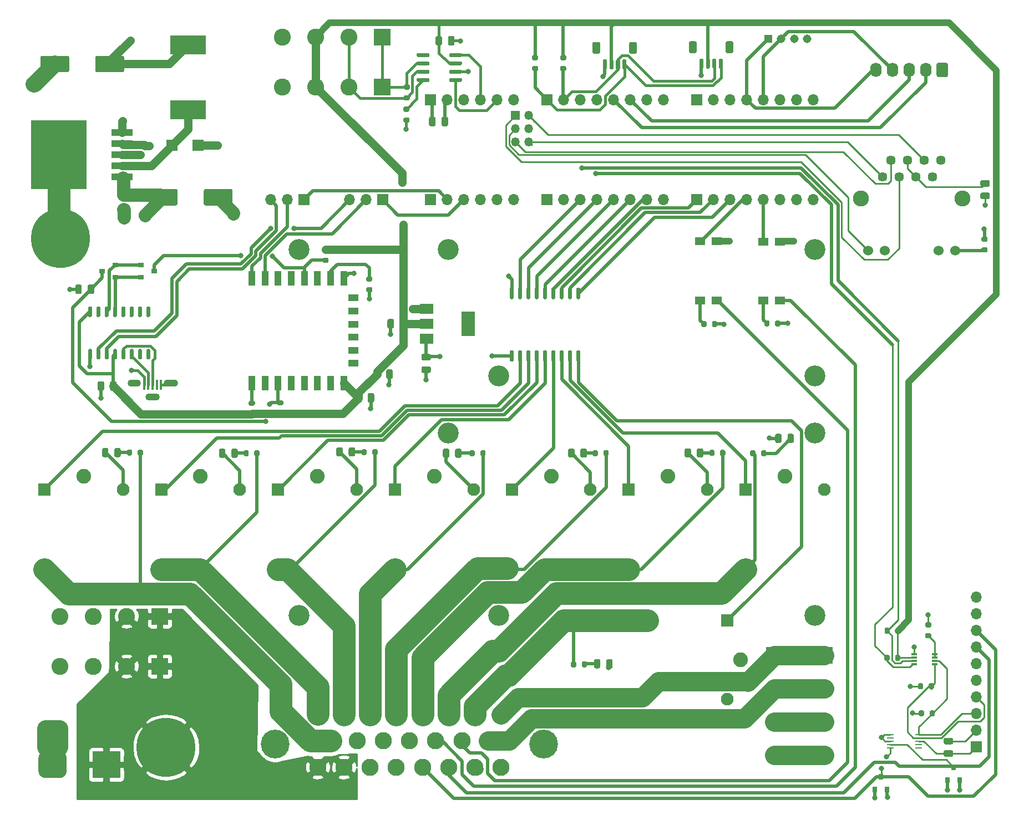
<source format=gbr>
%TF.GenerationSoftware,KiCad,Pcbnew,(5.1.10)-1*%
%TF.CreationDate,2022-11-19T08:35:39-06:00*%
%TF.ProjectId,RC10,52433130-2e6b-4696-9361-645f70636258,rev?*%
%TF.SameCoordinates,Original*%
%TF.FileFunction,Copper,L1,Top*%
%TF.FilePolarity,Positive*%
%FSLAX46Y46*%
G04 Gerber Fmt 4.6, Leading zero omitted, Abs format (unit mm)*
G04 Created by KiCad (PCBNEW (5.1.10)-1) date 2022-11-19 08:35:39*
%MOMM*%
%LPD*%
G01*
G04 APERTURE LIST*
%TA.AperFunction,ComponentPad*%
%ADD10O,2.200000X1.100000*%
%TD*%
%TA.AperFunction,ComponentPad*%
%ADD11O,2.000000X1.100000*%
%TD*%
%TA.AperFunction,SMDPad,CuDef*%
%ADD12R,0.450000X1.500000*%
%TD*%
%TA.AperFunction,SMDPad,CuDef*%
%ADD13R,1.100000X0.250000*%
%TD*%
%TA.AperFunction,ComponentPad*%
%ADD14C,2.600000*%
%TD*%
%TA.AperFunction,ComponentPad*%
%ADD15R,2.600000X2.600000*%
%TD*%
%TA.AperFunction,ComponentPad*%
%ADD16O,1.740000X2.190000*%
%TD*%
%TA.AperFunction,SMDPad,CuDef*%
%ADD17R,0.850000X0.300000*%
%TD*%
%TA.AperFunction,SMDPad,CuDef*%
%ADD18R,0.800000X0.900000*%
%TD*%
%TA.AperFunction,ComponentPad*%
%ADD19C,3.200000*%
%TD*%
%TA.AperFunction,ComponentPad*%
%ADD20O,1.700000X1.700000*%
%TD*%
%TA.AperFunction,ComponentPad*%
%ADD21R,1.700000X1.700000*%
%TD*%
%TA.AperFunction,SMDPad,CuDef*%
%ADD22R,1.000000X2.200000*%
%TD*%
%TA.AperFunction,SMDPad,CuDef*%
%ADD23R,1.500000X1.000000*%
%TD*%
%TA.AperFunction,SMDPad,CuDef*%
%ADD24R,0.900000X0.800000*%
%TD*%
%TA.AperFunction,ComponentPad*%
%ADD25C,1.950000*%
%TD*%
%TA.AperFunction,ComponentPad*%
%ADD26C,2.250000*%
%TD*%
%TA.AperFunction,ComponentPad*%
%ADD27R,1.950000X1.950000*%
%TD*%
%TA.AperFunction,ComponentPad*%
%ADD28C,9.000000*%
%TD*%
%TA.AperFunction,SMDPad,CuDef*%
%ADD29R,4.300000X4.100000*%
%TD*%
%TA.AperFunction,ComponentPad*%
%ADD30C,1.308000*%
%TD*%
%TA.AperFunction,ComponentPad*%
%ADD31R,1.308000X1.308000*%
%TD*%
%TA.AperFunction,SMDPad,CuDef*%
%ADD32R,1.500000X1.300000*%
%TD*%
%TA.AperFunction,ComponentPad*%
%ADD33O,1.350000X1.350000*%
%TD*%
%TA.AperFunction,ComponentPad*%
%ADD34R,1.350000X1.350000*%
%TD*%
%TA.AperFunction,SMDPad,CuDef*%
%ADD35R,5.400000X2.900000*%
%TD*%
%TA.AperFunction,ComponentPad*%
%ADD36C,2.445000*%
%TD*%
%TA.AperFunction,ComponentPad*%
%ADD37C,1.530000*%
%TD*%
%TA.AperFunction,ComponentPad*%
%ADD38C,1.446000*%
%TD*%
%TA.AperFunction,SMDPad,CuDef*%
%ADD39R,8.460000X10.530000*%
%TD*%
%TA.AperFunction,SMDPad,CuDef*%
%ADD40R,3.210000X1.050000*%
%TD*%
%TA.AperFunction,SMDPad,CuDef*%
%ADD41R,2.000000X1.500000*%
%TD*%
%TA.AperFunction,SMDPad,CuDef*%
%ADD42R,2.000000X3.800000*%
%TD*%
%TA.AperFunction,SMDPad,CuDef*%
%ADD43R,1.800000X1.800000*%
%TD*%
%TA.AperFunction,ComponentPad*%
%ADD44C,4.395000*%
%TD*%
%TA.AperFunction,ComponentPad*%
%ADD45C,2.625000*%
%TD*%
%TA.AperFunction,ViaPad*%
%ADD46C,0.800000*%
%TD*%
%TA.AperFunction,Conductor*%
%ADD47C,1.270000*%
%TD*%
%TA.AperFunction,Conductor*%
%ADD48C,1.016000*%
%TD*%
%TA.AperFunction,Conductor*%
%ADD49C,2.032000*%
%TD*%
%TA.AperFunction,Conductor*%
%ADD50C,2.540000*%
%TD*%
%TA.AperFunction,Conductor*%
%ADD51C,0.508000*%
%TD*%
%TA.AperFunction,Conductor*%
%ADD52C,0.254000*%
%TD*%
%TA.AperFunction,Conductor*%
%ADD53C,0.381000*%
%TD*%
%TA.AperFunction,Conductor*%
%ADD54C,3.500000*%
%TD*%
%TA.AperFunction,Conductor*%
%ADD55C,3.000000*%
%TD*%
%TA.AperFunction,Conductor*%
%ADD56C,0.100000*%
%TD*%
G04 APERTURE END LIST*
D10*
%TO.P,J9,S3*%
%TO.N,GND*%
X44780200Y-77969000D03*
%TO.P,J9,S2*%
X47580200Y-75819000D03*
D11*
%TO.P,J9,S1*%
X41980200Y-75819000D03*
D12*
%TO.P,J9,5*%
X46080200Y-76069000D03*
%TO.P,J9,4*%
%TO.N,Net-(J9-Pad4)*%
X45430200Y-76069000D03*
%TO.P,J9,3*%
%TO.N,Net-(J9-Pad3)*%
X44780200Y-76069000D03*
%TO.P,J9,2*%
%TO.N,Net-(J9-Pad2)*%
X44130200Y-76069000D03*
%TO.P,J9,1*%
%TO.N,+5V*%
X43480200Y-76069000D03*
%TD*%
D13*
%TO.P,U6,10*%
%TO.N,Net-(IC3-Pad6)*%
X161712800Y-129530600D03*
%TO.P,U6,9*%
%TO.N,Net-(IC3-Pad5)*%
X161712800Y-130030600D03*
%TO.P,U6,8*%
%TO.N,+5V*%
X161712800Y-130530600D03*
%TO.P,U6,7*%
%TO.N,Net-(U6-Pad7)*%
X161712800Y-131030600D03*
%TO.P,U6,6*%
%TO.N,Net-(U6-Pad6)*%
X161712800Y-131530600D03*
%TO.P,U6,5*%
%TO.N,AIN1*%
X157412800Y-131530600D03*
%TO.P,U6,4*%
%TO.N,AIN0*%
X157412800Y-131030600D03*
%TO.P,U6,3*%
%TO.N,GND*%
X157412800Y-130530600D03*
%TO.P,U6,2*%
%TO.N,Net-(U6-Pad2)*%
X157412800Y-130030600D03*
%TO.P,U6,1*%
%TO.N,GND*%
X157412800Y-129530600D03*
%TD*%
%TO.P,C11,2*%
%TO.N,GND*%
%TA.AperFunction,SMDPad,CuDef*%
G36*
G01*
X166743400Y-131020400D02*
X165793400Y-131020400D01*
G75*
G02*
X165543400Y-130770400I0J250000D01*
G01*
X165543400Y-130270400D01*
G75*
G02*
X165793400Y-130020400I250000J0D01*
G01*
X166743400Y-130020400D01*
G75*
G02*
X166993400Y-130270400I0J-250000D01*
G01*
X166993400Y-130770400D01*
G75*
G02*
X166743400Y-131020400I-250000J0D01*
G01*
G37*
%TD.AperFunction*%
%TO.P,C11,1*%
%TO.N,+5V*%
%TA.AperFunction,SMDPad,CuDef*%
G36*
G01*
X166743400Y-132920400D02*
X165793400Y-132920400D01*
G75*
G02*
X165543400Y-132670400I0J250000D01*
G01*
X165543400Y-132170400D01*
G75*
G02*
X165793400Y-131920400I250000J0D01*
G01*
X166743400Y-131920400D01*
G75*
G02*
X166993400Y-132170400I0J-250000D01*
G01*
X166993400Y-132670400D01*
G75*
G02*
X166743400Y-132920400I-250000J0D01*
G01*
G37*
%TD.AperFunction*%
%TD*%
D14*
%TO.P,KF3,4*%
%TO.N,GND*%
X64617600Y-30608400D03*
X64617600Y-22988400D03*
%TO.P,KF3,3*%
%TO.N,+3V3*%
X69697600Y-30608400D03*
X69697600Y-22988400D03*
%TO.P,KF3,2*%
%TO.N,Net-(KF3-Pad2)*%
X74777600Y-30608400D03*
X74777600Y-22988400D03*
D15*
%TO.P,KF3,1*%
%TO.N,Net-(KF3-Pad1)*%
X79857600Y-30608400D03*
X79857600Y-22988400D03*
%TD*%
D14*
%TO.P,KF2,4*%
%TO.N,Net-(J8-Pad22)*%
X147321400Y-132689600D03*
X139701400Y-132689600D03*
%TO.P,KF2,3*%
%TO.N,Net-(J8-Pad23)*%
X147321400Y-127609600D03*
X139701400Y-127609600D03*
%TO.P,KF2,2*%
%TO.N,Net-(J8-Pad15)*%
X147321400Y-122529600D03*
X139701400Y-122529600D03*
D15*
%TO.P,KF2,1*%
%TO.N,Net-(J8-Pad8)*%
X147321400Y-117449600D03*
X139701400Y-117449600D03*
%TD*%
D14*
%TO.P,KF1,4*%
%TO.N,GND*%
X30657800Y-119102000D03*
X30657800Y-111482000D03*
%TO.P,KF1,3*%
X35737800Y-119102000D03*
X35737800Y-111482000D03*
%TO.P,KF1,2*%
%TO.N,12V_In*%
X40817800Y-119102000D03*
X40817800Y-111482000D03*
D15*
%TO.P,KF1,1*%
X45897800Y-119102000D03*
X45897800Y-111482000D03*
%TD*%
%TO.P,U5,8*%
%TO.N,Net-(R23-Pad2)*%
%TA.AperFunction,SMDPad,CuDef*%
G36*
G01*
X87069800Y-29415600D02*
X87069800Y-29715600D01*
G75*
G02*
X86919800Y-29865600I-150000J0D01*
G01*
X85269800Y-29865600D01*
G75*
G02*
X85119800Y-29715600I0J150000D01*
G01*
X85119800Y-29415600D01*
G75*
G02*
X85269800Y-29265600I150000J0D01*
G01*
X86919800Y-29265600D01*
G75*
G02*
X87069800Y-29415600I0J-150000D01*
G01*
G37*
%TD.AperFunction*%
%TO.P,U5,7*%
%TO.N,Net-(KF3-Pad2)*%
%TA.AperFunction,SMDPad,CuDef*%
G36*
G01*
X87069800Y-28145600D02*
X87069800Y-28445600D01*
G75*
G02*
X86919800Y-28595600I-150000J0D01*
G01*
X85269800Y-28595600D01*
G75*
G02*
X85119800Y-28445600I0J150000D01*
G01*
X85119800Y-28145600D01*
G75*
G02*
X85269800Y-27995600I150000J0D01*
G01*
X86919800Y-27995600D01*
G75*
G02*
X87069800Y-28145600I0J-150000D01*
G01*
G37*
%TD.AperFunction*%
%TO.P,U5,6*%
%TO.N,Net-(KF3-Pad1)*%
%TA.AperFunction,SMDPad,CuDef*%
G36*
G01*
X87069800Y-26875600D02*
X87069800Y-27175600D01*
G75*
G02*
X86919800Y-27325600I-150000J0D01*
G01*
X85269800Y-27325600D01*
G75*
G02*
X85119800Y-27175600I0J150000D01*
G01*
X85119800Y-26875600D01*
G75*
G02*
X85269800Y-26725600I150000J0D01*
G01*
X86919800Y-26725600D01*
G75*
G02*
X87069800Y-26875600I0J-150000D01*
G01*
G37*
%TD.AperFunction*%
%TO.P,U5,5*%
%TO.N,Net-(U5-Pad5)*%
%TA.AperFunction,SMDPad,CuDef*%
G36*
G01*
X87069800Y-25605600D02*
X87069800Y-25905600D01*
G75*
G02*
X86919800Y-26055600I-150000J0D01*
G01*
X85269800Y-26055600D01*
G75*
G02*
X85119800Y-25905600I0J150000D01*
G01*
X85119800Y-25605600D01*
G75*
G02*
X85269800Y-25455600I150000J0D01*
G01*
X86919800Y-25455600D01*
G75*
G02*
X87069800Y-25605600I0J-150000D01*
G01*
G37*
%TD.AperFunction*%
%TO.P,U5,4*%
%TO.N,CRX1*%
%TA.AperFunction,SMDPad,CuDef*%
G36*
G01*
X92019800Y-25605600D02*
X92019800Y-25905600D01*
G75*
G02*
X91869800Y-26055600I-150000J0D01*
G01*
X90219800Y-26055600D01*
G75*
G02*
X90069800Y-25905600I0J150000D01*
G01*
X90069800Y-25605600D01*
G75*
G02*
X90219800Y-25455600I150000J0D01*
G01*
X91869800Y-25455600D01*
G75*
G02*
X92019800Y-25605600I0J-150000D01*
G01*
G37*
%TD.AperFunction*%
%TO.P,U5,3*%
%TO.N,+3V3*%
%TA.AperFunction,SMDPad,CuDef*%
G36*
G01*
X92019800Y-26875600D02*
X92019800Y-27175600D01*
G75*
G02*
X91869800Y-27325600I-150000J0D01*
G01*
X90219800Y-27325600D01*
G75*
G02*
X90069800Y-27175600I0J150000D01*
G01*
X90069800Y-26875600D01*
G75*
G02*
X90219800Y-26725600I150000J0D01*
G01*
X91869800Y-26725600D01*
G75*
G02*
X92019800Y-26875600I0J-150000D01*
G01*
G37*
%TD.AperFunction*%
%TO.P,U5,2*%
%TO.N,GND*%
%TA.AperFunction,SMDPad,CuDef*%
G36*
G01*
X92019800Y-28145600D02*
X92019800Y-28445600D01*
G75*
G02*
X91869800Y-28595600I-150000J0D01*
G01*
X90219800Y-28595600D01*
G75*
G02*
X90069800Y-28445600I0J150000D01*
G01*
X90069800Y-28145600D01*
G75*
G02*
X90219800Y-27995600I150000J0D01*
G01*
X91869800Y-27995600D01*
G75*
G02*
X92019800Y-28145600I0J-150000D01*
G01*
G37*
%TD.AperFunction*%
%TO.P,U5,1*%
%TO.N,CTX1*%
%TA.AperFunction,SMDPad,CuDef*%
G36*
G01*
X92019800Y-29415600D02*
X92019800Y-29715600D01*
G75*
G02*
X91869800Y-29865600I-150000J0D01*
G01*
X90219800Y-29865600D01*
G75*
G02*
X90069800Y-29715600I0J150000D01*
G01*
X90069800Y-29415600D01*
G75*
G02*
X90219800Y-29265600I150000J0D01*
G01*
X91869800Y-29265600D01*
G75*
G02*
X92019800Y-29415600I0J-150000D01*
G01*
G37*
%TD.AperFunction*%
%TD*%
%TO.P,R24,2*%
%TO.N,Net-(KF3-Pad2)*%
%TA.AperFunction,SMDPad,CuDef*%
G36*
G01*
X83316400Y-31895600D02*
X83866400Y-31895600D01*
G75*
G02*
X84066400Y-32095600I0J-200000D01*
G01*
X84066400Y-32495600D01*
G75*
G02*
X83866400Y-32695600I-200000J0D01*
G01*
X83316400Y-32695600D01*
G75*
G02*
X83116400Y-32495600I0J200000D01*
G01*
X83116400Y-32095600D01*
G75*
G02*
X83316400Y-31895600I200000J0D01*
G01*
G37*
%TD.AperFunction*%
%TO.P,R24,1*%
%TO.N,Net-(KF3-Pad1)*%
%TA.AperFunction,SMDPad,CuDef*%
G36*
G01*
X83316400Y-30245600D02*
X83866400Y-30245600D01*
G75*
G02*
X84066400Y-30445600I0J-200000D01*
G01*
X84066400Y-30845600D01*
G75*
G02*
X83866400Y-31045600I-200000J0D01*
G01*
X83316400Y-31045600D01*
G75*
G02*
X83116400Y-30845600I0J200000D01*
G01*
X83116400Y-30445600D01*
G75*
G02*
X83316400Y-30245600I200000J0D01*
G01*
G37*
%TD.AperFunction*%
%TD*%
%TO.P,R23,2*%
%TO.N,Net-(R23-Pad2)*%
%TA.AperFunction,SMDPad,CuDef*%
G36*
G01*
X83815600Y-34423800D02*
X83265600Y-34423800D01*
G75*
G02*
X83065600Y-34223800I0J200000D01*
G01*
X83065600Y-33823800D01*
G75*
G02*
X83265600Y-33623800I200000J0D01*
G01*
X83815600Y-33623800D01*
G75*
G02*
X84015600Y-33823800I0J-200000D01*
G01*
X84015600Y-34223800D01*
G75*
G02*
X83815600Y-34423800I-200000J0D01*
G01*
G37*
%TD.AperFunction*%
%TO.P,R23,1*%
%TO.N,GND*%
%TA.AperFunction,SMDPad,CuDef*%
G36*
G01*
X83815600Y-36073800D02*
X83265600Y-36073800D01*
G75*
G02*
X83065600Y-35873800I0J200000D01*
G01*
X83065600Y-35473800D01*
G75*
G02*
X83265600Y-35273800I200000J0D01*
G01*
X83815600Y-35273800D01*
G75*
G02*
X84015600Y-35473800I0J-200000D01*
G01*
X84015600Y-35873800D01*
G75*
G02*
X83815600Y-36073800I-200000J0D01*
G01*
G37*
%TD.AperFunction*%
%TD*%
D16*
%TO.P,J13,5*%
%TO.N,IO37*%
X155168600Y-28041600D03*
%TO.P,J13,4*%
%TO.N,IO36*%
X157708600Y-28041600D03*
%TO.P,J13,3*%
%TO.N,IO14*%
X160248600Y-28041600D03*
%TO.P,J13,2*%
%TO.N,IO15*%
X162788600Y-28041600D03*
%TO.P,J13,1*%
%TO.N,GND*%
%TA.AperFunction,ComponentPad*%
G36*
G01*
X166198600Y-27196599D02*
X166198600Y-28886601D01*
G75*
G02*
X165948601Y-29136600I-249999J0D01*
G01*
X164708599Y-29136600D01*
G75*
G02*
X164458600Y-28886601I0J249999D01*
G01*
X164458600Y-27196599D01*
G75*
G02*
X164708599Y-26946600I249999J0D01*
G01*
X165948601Y-26946600D01*
G75*
G02*
X166198600Y-27196599I0J-249999D01*
G01*
G37*
%TD.AperFunction*%
%TD*%
%TO.P,C10,2*%
%TO.N,GND*%
%TA.AperFunction,SMDPad,CuDef*%
G36*
G01*
X89883400Y-24046200D02*
X89883400Y-23096200D01*
G75*
G02*
X90133400Y-22846200I250000J0D01*
G01*
X90633400Y-22846200D01*
G75*
G02*
X90883400Y-23096200I0J-250000D01*
G01*
X90883400Y-24046200D01*
G75*
G02*
X90633400Y-24296200I-250000J0D01*
G01*
X90133400Y-24296200D01*
G75*
G02*
X89883400Y-24046200I0J250000D01*
G01*
G37*
%TD.AperFunction*%
%TO.P,C10,1*%
%TO.N,+3V3*%
%TA.AperFunction,SMDPad,CuDef*%
G36*
G01*
X87983400Y-24046200D02*
X87983400Y-23096200D01*
G75*
G02*
X88233400Y-22846200I250000J0D01*
G01*
X88733400Y-22846200D01*
G75*
G02*
X88983400Y-23096200I0J-250000D01*
G01*
X88983400Y-24046200D01*
G75*
G02*
X88733400Y-24296200I-250000J0D01*
G01*
X88233400Y-24296200D01*
G75*
G02*
X87983400Y-24046200I0J250000D01*
G01*
G37*
%TD.AperFunction*%
%TD*%
D17*
%TO.P,IC3,1*%
%TO.N,GND*%
X161035800Y-117283800D03*
%TO.P,IC3,2*%
%TO.N,+3V3*%
X161035800Y-117783800D03*
%TO.P,IC3,3*%
%TO.N,SCL*%
X161035800Y-118283800D03*
%TO.P,IC3,4*%
%TO.N,SDA*%
X161035800Y-118783800D03*
%TO.P,IC3,5*%
%TO.N,Net-(IC3-Pad5)*%
X164185800Y-118783800D03*
%TO.P,IC3,6*%
%TO.N,Net-(IC3-Pad6)*%
X164185800Y-118283800D03*
%TO.P,IC3,7*%
%TO.N,Net-(IC3-Pad7)*%
X164185800Y-117783800D03*
%TO.P,IC3,8*%
X164185800Y-117283800D03*
%TD*%
D18*
%TO.P,D12,3*%
%TO.N,AIN1*%
X155981400Y-135931400D03*
%TO.P,D12,2*%
%TO.N,+5V*%
X156931400Y-137931400D03*
%TO.P,D12,1*%
%TO.N,GND*%
X155031400Y-137931400D03*
%TD*%
D19*
%TO.P,REF\u002A\u002A,8*%
%TO.N,N/C*%
X145887800Y-83485600D03*
X89887800Y-83485600D03*
X89887800Y-55485600D03*
X145887800Y-55485600D03*
X145887800Y-111365600D03*
X67147800Y-111365600D03*
X67147800Y-55485600D03*
X145887800Y-74785600D03*
X97627800Y-74785600D03*
X97627800Y-111365600D03*
%TD*%
%TO.P,R22,2*%
%TO.N,SDA*%
%TA.AperFunction,SMDPad,CuDef*%
G36*
G01*
X157283600Y-117530200D02*
X157283600Y-118080200D01*
G75*
G02*
X157083600Y-118280200I-200000J0D01*
G01*
X156683600Y-118280200D01*
G75*
G02*
X156483600Y-118080200I0J200000D01*
G01*
X156483600Y-117530200D01*
G75*
G02*
X156683600Y-117330200I200000J0D01*
G01*
X157083600Y-117330200D01*
G75*
G02*
X157283600Y-117530200I0J-200000D01*
G01*
G37*
%TD.AperFunction*%
%TO.P,R22,1*%
%TO.N,+3V3*%
%TA.AperFunction,SMDPad,CuDef*%
G36*
G01*
X158933600Y-117530200D02*
X158933600Y-118080200D01*
G75*
G02*
X158733600Y-118280200I-200000J0D01*
G01*
X158333600Y-118280200D01*
G75*
G02*
X158133600Y-118080200I0J200000D01*
G01*
X158133600Y-117530200D01*
G75*
G02*
X158333600Y-117330200I200000J0D01*
G01*
X158733600Y-117330200D01*
G75*
G02*
X158933600Y-117530200I0J-200000D01*
G01*
G37*
%TD.AperFunction*%
%TD*%
%TO.P,R21,2*%
%TO.N,SCL*%
%TA.AperFunction,SMDPad,CuDef*%
G36*
G01*
X157309000Y-113390000D02*
X157309000Y-113940000D01*
G75*
G02*
X157109000Y-114140000I-200000J0D01*
G01*
X156709000Y-114140000D01*
G75*
G02*
X156509000Y-113940000I0J200000D01*
G01*
X156509000Y-113390000D01*
G75*
G02*
X156709000Y-113190000I200000J0D01*
G01*
X157109000Y-113190000D01*
G75*
G02*
X157309000Y-113390000I0J-200000D01*
G01*
G37*
%TD.AperFunction*%
%TO.P,R21,1*%
%TO.N,+3V3*%
%TA.AperFunction,SMDPad,CuDef*%
G36*
G01*
X158959000Y-113390000D02*
X158959000Y-113940000D01*
G75*
G02*
X158759000Y-114140000I-200000J0D01*
G01*
X158359000Y-114140000D01*
G75*
G02*
X158159000Y-113940000I0J200000D01*
G01*
X158159000Y-113390000D01*
G75*
G02*
X158359000Y-113190000I200000J0D01*
G01*
X158759000Y-113190000D01*
G75*
G02*
X158959000Y-113390000I0J-200000D01*
G01*
G37*
%TD.AperFunction*%
%TD*%
%TO.P,R20,2*%
%TO.N,Net-(IC3-Pad7)*%
%TA.AperFunction,SMDPad,CuDef*%
G36*
G01*
X162894600Y-114013800D02*
X163444600Y-114013800D01*
G75*
G02*
X163644600Y-114213800I0J-200000D01*
G01*
X163644600Y-114613800D01*
G75*
G02*
X163444600Y-114813800I-200000J0D01*
G01*
X162894600Y-114813800D01*
G75*
G02*
X162694600Y-114613800I0J200000D01*
G01*
X162694600Y-114213800D01*
G75*
G02*
X162894600Y-114013800I200000J0D01*
G01*
G37*
%TD.AperFunction*%
%TO.P,R20,1*%
%TO.N,+5V*%
%TA.AperFunction,SMDPad,CuDef*%
G36*
G01*
X162894600Y-112363800D02*
X163444600Y-112363800D01*
G75*
G02*
X163644600Y-112563800I0J-200000D01*
G01*
X163644600Y-112963800D01*
G75*
G02*
X163444600Y-113163800I-200000J0D01*
G01*
X162894600Y-113163800D01*
G75*
G02*
X162694600Y-112963800I0J200000D01*
G01*
X162694600Y-112563800D01*
G75*
G02*
X162894600Y-112363800I200000J0D01*
G01*
G37*
%TD.AperFunction*%
%TD*%
%TO.P,R19,2*%
%TO.N,Net-(IC3-Pad5)*%
%TA.AperFunction,SMDPad,CuDef*%
G36*
G01*
X163264400Y-122423600D02*
X163264400Y-121873600D01*
G75*
G02*
X163464400Y-121673600I200000J0D01*
G01*
X163864400Y-121673600D01*
G75*
G02*
X164064400Y-121873600I0J-200000D01*
G01*
X164064400Y-122423600D01*
G75*
G02*
X163864400Y-122623600I-200000J0D01*
G01*
X163464400Y-122623600D01*
G75*
G02*
X163264400Y-122423600I0J200000D01*
G01*
G37*
%TD.AperFunction*%
%TO.P,R19,1*%
%TO.N,+5V*%
%TA.AperFunction,SMDPad,CuDef*%
G36*
G01*
X161614400Y-122423600D02*
X161614400Y-121873600D01*
G75*
G02*
X161814400Y-121673600I200000J0D01*
G01*
X162214400Y-121673600D01*
G75*
G02*
X162414400Y-121873600I0J-200000D01*
G01*
X162414400Y-122423600D01*
G75*
G02*
X162214400Y-122623600I-200000J0D01*
G01*
X161814400Y-122623600D01*
G75*
G02*
X161614400Y-122423600I0J200000D01*
G01*
G37*
%TD.AperFunction*%
%TD*%
%TO.P,R18,2*%
%TO.N,Net-(IC3-Pad6)*%
%TA.AperFunction,SMDPad,CuDef*%
G36*
G01*
X163391400Y-126563800D02*
X163391400Y-126013800D01*
G75*
G02*
X163591400Y-125813800I200000J0D01*
G01*
X163991400Y-125813800D01*
G75*
G02*
X164191400Y-126013800I0J-200000D01*
G01*
X164191400Y-126563800D01*
G75*
G02*
X163991400Y-126763800I-200000J0D01*
G01*
X163591400Y-126763800D01*
G75*
G02*
X163391400Y-126563800I0J200000D01*
G01*
G37*
%TD.AperFunction*%
%TO.P,R18,1*%
%TO.N,+5V*%
%TA.AperFunction,SMDPad,CuDef*%
G36*
G01*
X161741400Y-126563800D02*
X161741400Y-126013800D01*
G75*
G02*
X161941400Y-125813800I200000J0D01*
G01*
X162341400Y-125813800D01*
G75*
G02*
X162541400Y-126013800I0J-200000D01*
G01*
X162541400Y-126563800D01*
G75*
G02*
X162341400Y-126763800I-200000J0D01*
G01*
X161941400Y-126763800D01*
G75*
G02*
X161741400Y-126563800I0J200000D01*
G01*
G37*
%TD.AperFunction*%
%TD*%
D20*
%TO.P,J19,10*%
%TO.N,Net-(J19-Pad10)*%
X170510200Y-108534200D03*
%TO.P,J19,9*%
%TO.N,Net-(J19-Pad9)*%
X170510200Y-111074200D03*
%TO.P,J19,8*%
%TO.N,AIN1*%
X170510200Y-113614200D03*
%TO.P,J19,7*%
%TO.N,AIN0*%
X170510200Y-116154200D03*
%TO.P,J19,6*%
%TO.N,Net-(J19-Pad6)*%
X170510200Y-118694200D03*
%TO.P,J19,5*%
%TO.N,+5V*%
X170510200Y-121234200D03*
%TO.P,J19,4*%
%TO.N,Net-(IC3-Pad5)*%
X170510200Y-123774200D03*
%TO.P,J19,3*%
%TO.N,Net-(IC3-Pad6)*%
X170510200Y-126314200D03*
%TO.P,J19,2*%
%TO.N,GND*%
X170510200Y-128854200D03*
D21*
%TO.P,J19,1*%
%TO.N,+5V*%
X170510200Y-131394200D03*
%TD*%
D18*
%TO.P,D11,3*%
%TO.N,AIN0*%
X167055800Y-134509000D03*
%TO.P,D11,2*%
%TO.N,+5V*%
X168005800Y-136509000D03*
%TO.P,D11,1*%
%TO.N,GND*%
X166105800Y-136509000D03*
%TD*%
D20*
%TO.P,J18,3*%
%TO.N,TX_CH340*%
X74853800Y-47852800D03*
%TO.P,J18,2*%
%TO.N,RX_ESP*%
X77393800Y-47852800D03*
D21*
%TO.P,J18,1*%
%TO.N,TX_Teensy*%
X79933800Y-47852800D03*
%TD*%
D20*
%TO.P,J10,3*%
%TO.N,RX_CH340*%
X62814200Y-47852800D03*
%TO.P,J10,2*%
%TO.N,TX_ESP*%
X65354200Y-47852800D03*
D21*
%TO.P,J10,1*%
%TO.N,RX_Teensy*%
X67894200Y-47852800D03*
%TD*%
D22*
%TO.P,U4,22*%
%TO.N,TX_ESP*%
X59963400Y-59844400D03*
%TO.P,U4,21*%
%TO.N,RX_ESP*%
X61963400Y-59844400D03*
%TO.P,U4,20*%
%TO.N,Net-(U4-Pad20)*%
X63963400Y-59844400D03*
%TO.P,U4,19*%
%TO.N,Net-(U4-Pad19)*%
X65963400Y-59844400D03*
%TO.P,U4,18*%
%TO.N,IO0*%
X67963400Y-59844400D03*
%TO.P,U4,17*%
%TO.N,Net-(U4-Pad17)*%
X69963400Y-59844400D03*
%TO.P,U4,16*%
%TO.N,Net-(R17-Pad2)*%
X71963400Y-59844400D03*
%TO.P,U4,15*%
%TO.N,GND*%
X73963400Y-59844400D03*
%TO.P,U4,1*%
%TO.N,Net-(R14-Pad1)*%
X59963400Y-75844400D03*
%TO.P,U4,2*%
%TO.N,Net-(U4-Pad2)*%
X61963400Y-75844400D03*
%TO.P,U4,3*%
%TO.N,EN*%
X63963400Y-75844400D03*
%TO.P,U4,4*%
%TO.N,Net-(U4-Pad4)*%
X65963400Y-75844400D03*
%TO.P,U4,5*%
%TO.N,Net-(U4-Pad5)*%
X67963400Y-75844400D03*
%TO.P,U4,6*%
%TO.N,Net-(U4-Pad6)*%
X69963400Y-75844400D03*
%TO.P,U4,7*%
%TO.N,Net-(U4-Pad7)*%
X71963400Y-75844400D03*
%TO.P,U4,8*%
%TO.N,+3V3*%
X73963400Y-75844400D03*
D23*
%TO.P,U4,9*%
%TO.N,Net-(U4-Pad9)*%
X75463400Y-72844400D03*
%TO.P,U4,10*%
%TO.N,Net-(U4-Pad10)*%
X75463400Y-70844400D03*
%TO.P,U4,11*%
%TO.N,Net-(U4-Pad11)*%
X75463400Y-68844400D03*
%TO.P,U4,14*%
%TO.N,Net-(U4-Pad14)*%
X75463400Y-62844400D03*
%TO.P,U4,13*%
%TO.N,Net-(U4-Pad13)*%
X75463400Y-64844400D03*
%TO.P,U4,12*%
%TO.N,Net-(U4-Pad12)*%
X75463400Y-66844400D03*
%TD*%
%TO.P,U8,16*%
%TO.N,+3V3*%
%TA.AperFunction,SMDPad,CuDef*%
G36*
G01*
X35405200Y-65749000D02*
X35105200Y-65749000D01*
G75*
G02*
X34955200Y-65599000I0J150000D01*
G01*
X34955200Y-64299000D01*
G75*
G02*
X35105200Y-64149000I150000J0D01*
G01*
X35405200Y-64149000D01*
G75*
G02*
X35555200Y-64299000I0J-150000D01*
G01*
X35555200Y-65599000D01*
G75*
G02*
X35405200Y-65749000I-150000J0D01*
G01*
G37*
%TD.AperFunction*%
%TO.P,U8,15*%
%TO.N,Net-(U8-Pad15)*%
%TA.AperFunction,SMDPad,CuDef*%
G36*
G01*
X36675200Y-65749000D02*
X36375200Y-65749000D01*
G75*
G02*
X36225200Y-65599000I0J150000D01*
G01*
X36225200Y-64299000D01*
G75*
G02*
X36375200Y-64149000I150000J0D01*
G01*
X36675200Y-64149000D01*
G75*
G02*
X36825200Y-64299000I0J-150000D01*
G01*
X36825200Y-65599000D01*
G75*
G02*
X36675200Y-65749000I-150000J0D01*
G01*
G37*
%TD.AperFunction*%
%TO.P,U8,14*%
%TO.N,Net-(Q1-Pad2)*%
%TA.AperFunction,SMDPad,CuDef*%
G36*
G01*
X37945200Y-65749000D02*
X37645200Y-65749000D01*
G75*
G02*
X37495200Y-65599000I0J150000D01*
G01*
X37495200Y-64299000D01*
G75*
G02*
X37645200Y-64149000I150000J0D01*
G01*
X37945200Y-64149000D01*
G75*
G02*
X38095200Y-64299000I0J-150000D01*
G01*
X38095200Y-65599000D01*
G75*
G02*
X37945200Y-65749000I-150000J0D01*
G01*
G37*
%TD.AperFunction*%
%TO.P,U8,13*%
%TO.N,Net-(Q1-Pad1)*%
%TA.AperFunction,SMDPad,CuDef*%
G36*
G01*
X39215200Y-65749000D02*
X38915200Y-65749000D01*
G75*
G02*
X38765200Y-65599000I0J150000D01*
G01*
X38765200Y-64299000D01*
G75*
G02*
X38915200Y-64149000I150000J0D01*
G01*
X39215200Y-64149000D01*
G75*
G02*
X39365200Y-64299000I0J-150000D01*
G01*
X39365200Y-65599000D01*
G75*
G02*
X39215200Y-65749000I-150000J0D01*
G01*
G37*
%TD.AperFunction*%
%TO.P,U8,12*%
%TO.N,Net-(U8-Pad12)*%
%TA.AperFunction,SMDPad,CuDef*%
G36*
G01*
X40485200Y-65749000D02*
X40185200Y-65749000D01*
G75*
G02*
X40035200Y-65599000I0J150000D01*
G01*
X40035200Y-64299000D01*
G75*
G02*
X40185200Y-64149000I150000J0D01*
G01*
X40485200Y-64149000D01*
G75*
G02*
X40635200Y-64299000I0J-150000D01*
G01*
X40635200Y-65599000D01*
G75*
G02*
X40485200Y-65749000I-150000J0D01*
G01*
G37*
%TD.AperFunction*%
%TO.P,U8,11*%
%TO.N,Net-(U8-Pad11)*%
%TA.AperFunction,SMDPad,CuDef*%
G36*
G01*
X41755200Y-65749000D02*
X41455200Y-65749000D01*
G75*
G02*
X41305200Y-65599000I0J150000D01*
G01*
X41305200Y-64299000D01*
G75*
G02*
X41455200Y-64149000I150000J0D01*
G01*
X41755200Y-64149000D01*
G75*
G02*
X41905200Y-64299000I0J-150000D01*
G01*
X41905200Y-65599000D01*
G75*
G02*
X41755200Y-65749000I-150000J0D01*
G01*
G37*
%TD.AperFunction*%
%TO.P,U8,10*%
%TO.N,Net-(U8-Pad10)*%
%TA.AperFunction,SMDPad,CuDef*%
G36*
G01*
X43025200Y-65749000D02*
X42725200Y-65749000D01*
G75*
G02*
X42575200Y-65599000I0J150000D01*
G01*
X42575200Y-64299000D01*
G75*
G02*
X42725200Y-64149000I150000J0D01*
G01*
X43025200Y-64149000D01*
G75*
G02*
X43175200Y-64299000I0J-150000D01*
G01*
X43175200Y-65599000D01*
G75*
G02*
X43025200Y-65749000I-150000J0D01*
G01*
G37*
%TD.AperFunction*%
%TO.P,U8,9*%
%TO.N,Net-(U8-Pad9)*%
%TA.AperFunction,SMDPad,CuDef*%
G36*
G01*
X44295200Y-65749000D02*
X43995200Y-65749000D01*
G75*
G02*
X43845200Y-65599000I0J150000D01*
G01*
X43845200Y-64299000D01*
G75*
G02*
X43995200Y-64149000I150000J0D01*
G01*
X44295200Y-64149000D01*
G75*
G02*
X44445200Y-64299000I0J-150000D01*
G01*
X44445200Y-65599000D01*
G75*
G02*
X44295200Y-65749000I-150000J0D01*
G01*
G37*
%TD.AperFunction*%
%TO.P,U8,8*%
%TO.N,Net-(U8-Pad8)*%
%TA.AperFunction,SMDPad,CuDef*%
G36*
G01*
X44295200Y-72249000D02*
X43995200Y-72249000D01*
G75*
G02*
X43845200Y-72099000I0J150000D01*
G01*
X43845200Y-70799000D01*
G75*
G02*
X43995200Y-70649000I150000J0D01*
G01*
X44295200Y-70649000D01*
G75*
G02*
X44445200Y-70799000I0J-150000D01*
G01*
X44445200Y-72099000D01*
G75*
G02*
X44295200Y-72249000I-150000J0D01*
G01*
G37*
%TD.AperFunction*%
%TO.P,U8,7*%
%TO.N,Net-(U8-Pad7)*%
%TA.AperFunction,SMDPad,CuDef*%
G36*
G01*
X43025200Y-72249000D02*
X42725200Y-72249000D01*
G75*
G02*
X42575200Y-72099000I0J150000D01*
G01*
X42575200Y-70799000D01*
G75*
G02*
X42725200Y-70649000I150000J0D01*
G01*
X43025200Y-70649000D01*
G75*
G02*
X43175200Y-70799000I0J-150000D01*
G01*
X43175200Y-72099000D01*
G75*
G02*
X43025200Y-72249000I-150000J0D01*
G01*
G37*
%TD.AperFunction*%
%TO.P,U8,6*%
%TO.N,Net-(J9-Pad2)*%
%TA.AperFunction,SMDPad,CuDef*%
G36*
G01*
X41755200Y-72249000D02*
X41455200Y-72249000D01*
G75*
G02*
X41305200Y-72099000I0J150000D01*
G01*
X41305200Y-70799000D01*
G75*
G02*
X41455200Y-70649000I150000J0D01*
G01*
X41755200Y-70649000D01*
G75*
G02*
X41905200Y-70799000I0J-150000D01*
G01*
X41905200Y-72099000D01*
G75*
G02*
X41755200Y-72249000I-150000J0D01*
G01*
G37*
%TD.AperFunction*%
%TO.P,U8,5*%
%TO.N,Net-(J9-Pad3)*%
%TA.AperFunction,SMDPad,CuDef*%
G36*
G01*
X40485200Y-72249000D02*
X40185200Y-72249000D01*
G75*
G02*
X40035200Y-72099000I0J150000D01*
G01*
X40035200Y-70799000D01*
G75*
G02*
X40185200Y-70649000I150000J0D01*
G01*
X40485200Y-70649000D01*
G75*
G02*
X40635200Y-70799000I0J-150000D01*
G01*
X40635200Y-72099000D01*
G75*
G02*
X40485200Y-72249000I-150000J0D01*
G01*
G37*
%TD.AperFunction*%
%TO.P,U8,4*%
%TO.N,+3V3*%
%TA.AperFunction,SMDPad,CuDef*%
G36*
G01*
X39215200Y-72249000D02*
X38915200Y-72249000D01*
G75*
G02*
X38765200Y-72099000I0J150000D01*
G01*
X38765200Y-70799000D01*
G75*
G02*
X38915200Y-70649000I150000J0D01*
G01*
X39215200Y-70649000D01*
G75*
G02*
X39365200Y-70799000I0J-150000D01*
G01*
X39365200Y-72099000D01*
G75*
G02*
X39215200Y-72249000I-150000J0D01*
G01*
G37*
%TD.AperFunction*%
%TO.P,U8,3*%
%TO.N,RX_CH340*%
%TA.AperFunction,SMDPad,CuDef*%
G36*
G01*
X37945200Y-72249000D02*
X37645200Y-72249000D01*
G75*
G02*
X37495200Y-72099000I0J150000D01*
G01*
X37495200Y-70799000D01*
G75*
G02*
X37645200Y-70649000I150000J0D01*
G01*
X37945200Y-70649000D01*
G75*
G02*
X38095200Y-70799000I0J-150000D01*
G01*
X38095200Y-72099000D01*
G75*
G02*
X37945200Y-72249000I-150000J0D01*
G01*
G37*
%TD.AperFunction*%
%TO.P,U8,2*%
%TO.N,TX_CH340*%
%TA.AperFunction,SMDPad,CuDef*%
G36*
G01*
X36675200Y-72249000D02*
X36375200Y-72249000D01*
G75*
G02*
X36225200Y-72099000I0J150000D01*
G01*
X36225200Y-70799000D01*
G75*
G02*
X36375200Y-70649000I150000J0D01*
G01*
X36675200Y-70649000D01*
G75*
G02*
X36825200Y-70799000I0J-150000D01*
G01*
X36825200Y-72099000D01*
G75*
G02*
X36675200Y-72249000I-150000J0D01*
G01*
G37*
%TD.AperFunction*%
%TO.P,U8,1*%
%TO.N,GND*%
%TA.AperFunction,SMDPad,CuDef*%
G36*
G01*
X35405200Y-72249000D02*
X35105200Y-72249000D01*
G75*
G02*
X34955200Y-72099000I0J150000D01*
G01*
X34955200Y-70799000D01*
G75*
G02*
X35105200Y-70649000I150000J0D01*
G01*
X35405200Y-70649000D01*
G75*
G02*
X35555200Y-70799000I0J-150000D01*
G01*
X35555200Y-72099000D01*
G75*
G02*
X35405200Y-72249000I-150000J0D01*
G01*
G37*
%TD.AperFunction*%
%TD*%
%TO.P,R17,2*%
%TO.N,Net-(R17-Pad2)*%
%TA.AperFunction,SMDPad,CuDef*%
G36*
G01*
X78151400Y-60357200D02*
X77601400Y-60357200D01*
G75*
G02*
X77401400Y-60157200I0J200000D01*
G01*
X77401400Y-59757200D01*
G75*
G02*
X77601400Y-59557200I200000J0D01*
G01*
X78151400Y-59557200D01*
G75*
G02*
X78351400Y-59757200I0J-200000D01*
G01*
X78351400Y-60157200D01*
G75*
G02*
X78151400Y-60357200I-200000J0D01*
G01*
G37*
%TD.AperFunction*%
%TO.P,R17,1*%
%TO.N,GND*%
%TA.AperFunction,SMDPad,CuDef*%
G36*
G01*
X78151400Y-62007200D02*
X77601400Y-62007200D01*
G75*
G02*
X77401400Y-61807200I0J200000D01*
G01*
X77401400Y-61407200D01*
G75*
G02*
X77601400Y-61207200I200000J0D01*
G01*
X78151400Y-61207200D01*
G75*
G02*
X78351400Y-61407200I0J-200000D01*
G01*
X78351400Y-61807200D01*
G75*
G02*
X78151400Y-62007200I-200000J0D01*
G01*
G37*
%TD.AperFunction*%
%TD*%
%TO.P,R16,2*%
%TO.N,IO0*%
%TA.AperFunction,SMDPad,CuDef*%
G36*
G01*
X70921200Y-56686000D02*
X71471200Y-56686000D01*
G75*
G02*
X71671200Y-56886000I0J-200000D01*
G01*
X71671200Y-57286000D01*
G75*
G02*
X71471200Y-57486000I-200000J0D01*
G01*
X70921200Y-57486000D01*
G75*
G02*
X70721200Y-57286000I0J200000D01*
G01*
X70721200Y-56886000D01*
G75*
G02*
X70921200Y-56686000I200000J0D01*
G01*
G37*
%TD.AperFunction*%
%TO.P,R16,1*%
%TO.N,+3V3*%
%TA.AperFunction,SMDPad,CuDef*%
G36*
G01*
X70921200Y-55036000D02*
X71471200Y-55036000D01*
G75*
G02*
X71671200Y-55236000I0J-200000D01*
G01*
X71671200Y-55636000D01*
G75*
G02*
X71471200Y-55836000I-200000J0D01*
G01*
X70921200Y-55836000D01*
G75*
G02*
X70721200Y-55636000I0J200000D01*
G01*
X70721200Y-55236000D01*
G75*
G02*
X70921200Y-55036000I200000J0D01*
G01*
G37*
%TD.AperFunction*%
%TD*%
%TO.P,R15,2*%
%TO.N,+3V3*%
%TA.AperFunction,SMDPad,CuDef*%
G36*
G01*
X63987000Y-80104800D02*
X64537000Y-80104800D01*
G75*
G02*
X64737000Y-80304800I0J-200000D01*
G01*
X64737000Y-80704800D01*
G75*
G02*
X64537000Y-80904800I-200000J0D01*
G01*
X63987000Y-80904800D01*
G75*
G02*
X63787000Y-80704800I0J200000D01*
G01*
X63787000Y-80304800D01*
G75*
G02*
X63987000Y-80104800I200000J0D01*
G01*
G37*
%TD.AperFunction*%
%TO.P,R15,1*%
%TO.N,EN*%
%TA.AperFunction,SMDPad,CuDef*%
G36*
G01*
X63987000Y-78454800D02*
X64537000Y-78454800D01*
G75*
G02*
X64737000Y-78654800I0J-200000D01*
G01*
X64737000Y-79054800D01*
G75*
G02*
X64537000Y-79254800I-200000J0D01*
G01*
X63987000Y-79254800D01*
G75*
G02*
X63787000Y-79054800I0J200000D01*
G01*
X63787000Y-78654800D01*
G75*
G02*
X63987000Y-78454800I200000J0D01*
G01*
G37*
%TD.AperFunction*%
%TD*%
%TO.P,R14,2*%
%TO.N,+3V3*%
%TA.AperFunction,SMDPad,CuDef*%
G36*
G01*
X59669000Y-80155600D02*
X60219000Y-80155600D01*
G75*
G02*
X60419000Y-80355600I0J-200000D01*
G01*
X60419000Y-80755600D01*
G75*
G02*
X60219000Y-80955600I-200000J0D01*
G01*
X59669000Y-80955600D01*
G75*
G02*
X59469000Y-80755600I0J200000D01*
G01*
X59469000Y-80355600D01*
G75*
G02*
X59669000Y-80155600I200000J0D01*
G01*
G37*
%TD.AperFunction*%
%TO.P,R14,1*%
%TO.N,Net-(R14-Pad1)*%
%TA.AperFunction,SMDPad,CuDef*%
G36*
G01*
X59669000Y-78505600D02*
X60219000Y-78505600D01*
G75*
G02*
X60419000Y-78705600I0J-200000D01*
G01*
X60419000Y-79105600D01*
G75*
G02*
X60219000Y-79305600I-200000J0D01*
G01*
X59669000Y-79305600D01*
G75*
G02*
X59469000Y-79105600I0J200000D01*
G01*
X59469000Y-78705600D01*
G75*
G02*
X59669000Y-78505600I200000J0D01*
G01*
G37*
%TD.AperFunction*%
%TD*%
D24*
%TO.P,Q2,3*%
%TO.N,IO0*%
X45043600Y-58750200D03*
%TO.P,Q2,2*%
%TO.N,Net-(Q1-Pad1)*%
X43043600Y-59700200D03*
%TO.P,Q2,1*%
%TO.N,Net-(Q1-Pad2)*%
X43043600Y-57800200D03*
%TD*%
%TO.P,Q1,3*%
%TO.N,EN*%
X37100000Y-58750200D03*
%TO.P,Q1,2*%
%TO.N,Net-(Q1-Pad2)*%
X39100000Y-57800200D03*
%TO.P,Q1,1*%
%TO.N,Net-(Q1-Pad1)*%
X39100000Y-59700200D03*
%TD*%
%TO.P,C31,2*%
%TO.N,GND*%
%TA.AperFunction,SMDPad,CuDef*%
G36*
G01*
X33992400Y-61043800D02*
X33992400Y-61993800D01*
G75*
G02*
X33742400Y-62243800I-250000J0D01*
G01*
X33242400Y-62243800D01*
G75*
G02*
X32992400Y-61993800I0J250000D01*
G01*
X32992400Y-61043800D01*
G75*
G02*
X33242400Y-60793800I250000J0D01*
G01*
X33742400Y-60793800D01*
G75*
G02*
X33992400Y-61043800I0J-250000D01*
G01*
G37*
%TD.AperFunction*%
%TO.P,C31,1*%
%TO.N,EN*%
%TA.AperFunction,SMDPad,CuDef*%
G36*
G01*
X35892400Y-61043800D02*
X35892400Y-61993800D01*
G75*
G02*
X35642400Y-62243800I-250000J0D01*
G01*
X35142400Y-62243800D01*
G75*
G02*
X34892400Y-61993800I0J250000D01*
G01*
X34892400Y-61043800D01*
G75*
G02*
X35142400Y-60793800I250000J0D01*
G01*
X35642400Y-60793800D01*
G75*
G02*
X35892400Y-61043800I0J-250000D01*
G01*
G37*
%TD.AperFunction*%
%TD*%
%TO.P,C30,2*%
%TO.N,GND*%
%TA.AperFunction,SMDPad,CuDef*%
G36*
G01*
X37396000Y-75826600D02*
X37396000Y-76776600D01*
G75*
G02*
X37146000Y-77026600I-250000J0D01*
G01*
X36646000Y-77026600D01*
G75*
G02*
X36396000Y-76776600I0J250000D01*
G01*
X36396000Y-75826600D01*
G75*
G02*
X36646000Y-75576600I250000J0D01*
G01*
X37146000Y-75576600D01*
G75*
G02*
X37396000Y-75826600I0J-250000D01*
G01*
G37*
%TD.AperFunction*%
%TO.P,C30,1*%
%TO.N,+3V3*%
%TA.AperFunction,SMDPad,CuDef*%
G36*
G01*
X39296000Y-75826600D02*
X39296000Y-76776600D01*
G75*
G02*
X39046000Y-77026600I-250000J0D01*
G01*
X38546000Y-77026600D01*
G75*
G02*
X38296000Y-76776600I0J250000D01*
G01*
X38296000Y-75826600D01*
G75*
G02*
X38546000Y-75576600I250000J0D01*
G01*
X39046000Y-75576600D01*
G75*
G02*
X39296000Y-75826600I0J-250000D01*
G01*
G37*
%TD.AperFunction*%
%TD*%
%TO.P,C9,2*%
%TO.N,GND*%
%TA.AperFunction,SMDPad,CuDef*%
G36*
G01*
X77615200Y-78580000D02*
X77615200Y-77630000D01*
G75*
G02*
X77865200Y-77380000I250000J0D01*
G01*
X78365200Y-77380000D01*
G75*
G02*
X78615200Y-77630000I0J-250000D01*
G01*
X78615200Y-78580000D01*
G75*
G02*
X78365200Y-78830000I-250000J0D01*
G01*
X77865200Y-78830000D01*
G75*
G02*
X77615200Y-78580000I0J250000D01*
G01*
G37*
%TD.AperFunction*%
%TO.P,C9,1*%
%TO.N,+3V3*%
%TA.AperFunction,SMDPad,CuDef*%
G36*
G01*
X75715200Y-78580000D02*
X75715200Y-77630000D01*
G75*
G02*
X75965200Y-77380000I250000J0D01*
G01*
X76465200Y-77380000D01*
G75*
G02*
X76715200Y-77630000I0J-250000D01*
G01*
X76715200Y-78580000D01*
G75*
G02*
X76465200Y-78830000I-250000J0D01*
G01*
X75965200Y-78830000D01*
G75*
G02*
X75715200Y-78580000I0J250000D01*
G01*
G37*
%TD.AperFunction*%
%TD*%
%TO.P,C7,2*%
%TO.N,GND*%
%TA.AperFunction,SMDPad,CuDef*%
G36*
G01*
X80460000Y-74947800D02*
X80460000Y-73997800D01*
G75*
G02*
X80710000Y-73747800I250000J0D01*
G01*
X81210000Y-73747800D01*
G75*
G02*
X81460000Y-73997800I0J-250000D01*
G01*
X81460000Y-74947800D01*
G75*
G02*
X81210000Y-75197800I-250000J0D01*
G01*
X80710000Y-75197800D01*
G75*
G02*
X80460000Y-74947800I0J250000D01*
G01*
G37*
%TD.AperFunction*%
%TO.P,C7,1*%
%TO.N,+3V3*%
%TA.AperFunction,SMDPad,CuDef*%
G36*
G01*
X78560000Y-74947800D02*
X78560000Y-73997800D01*
G75*
G02*
X78810000Y-73747800I250000J0D01*
G01*
X79310000Y-73747800D01*
G75*
G02*
X79560000Y-73997800I0J-250000D01*
G01*
X79560000Y-74947800D01*
G75*
G02*
X79310000Y-75197800I-250000J0D01*
G01*
X78810000Y-75197800D01*
G75*
G02*
X78560000Y-74947800I0J250000D01*
G01*
G37*
%TD.AperFunction*%
%TD*%
%TO.P,C2,2*%
%TO.N,GND*%
%TA.AperFunction,SMDPad,CuDef*%
G36*
G01*
X86062800Y-73297200D02*
X87012800Y-73297200D01*
G75*
G02*
X87262800Y-73547200I0J-250000D01*
G01*
X87262800Y-74047200D01*
G75*
G02*
X87012800Y-74297200I-250000J0D01*
G01*
X86062800Y-74297200D01*
G75*
G02*
X85812800Y-74047200I0J250000D01*
G01*
X85812800Y-73547200D01*
G75*
G02*
X86062800Y-73297200I250000J0D01*
G01*
G37*
%TD.AperFunction*%
%TO.P,C2,1*%
%TO.N,+5V*%
%TA.AperFunction,SMDPad,CuDef*%
G36*
G01*
X86062800Y-71397200D02*
X87012800Y-71397200D01*
G75*
G02*
X87262800Y-71647200I0J-250000D01*
G01*
X87262800Y-72147200D01*
G75*
G02*
X87012800Y-72397200I-250000J0D01*
G01*
X86062800Y-72397200D01*
G75*
G02*
X85812800Y-72147200I0J250000D01*
G01*
X85812800Y-71647200D01*
G75*
G02*
X86062800Y-71397200I250000J0D01*
G01*
G37*
%TD.AperFunction*%
%TD*%
%TO.P,R13,2*%
%TO.N,+3V3*%
%TA.AperFunction,SMDPad,CuDef*%
G36*
G01*
X103475200Y-26552200D02*
X102925200Y-26552200D01*
G75*
G02*
X102725200Y-26352200I0J200000D01*
G01*
X102725200Y-25952200D01*
G75*
G02*
X102925200Y-25752200I200000J0D01*
G01*
X103475200Y-25752200D01*
G75*
G02*
X103675200Y-25952200I0J-200000D01*
G01*
X103675200Y-26352200D01*
G75*
G02*
X103475200Y-26552200I-200000J0D01*
G01*
G37*
%TD.AperFunction*%
%TO.P,R13,1*%
%TO.N,SCL*%
%TA.AperFunction,SMDPad,CuDef*%
G36*
G01*
X103475200Y-28202200D02*
X102925200Y-28202200D01*
G75*
G02*
X102725200Y-28002200I0J200000D01*
G01*
X102725200Y-27602200D01*
G75*
G02*
X102925200Y-27402200I200000J0D01*
G01*
X103475200Y-27402200D01*
G75*
G02*
X103675200Y-27602200I0J-200000D01*
G01*
X103675200Y-28002200D01*
G75*
G02*
X103475200Y-28202200I-200000J0D01*
G01*
G37*
%TD.AperFunction*%
%TD*%
%TO.P,R12,2*%
%TO.N,+3V3*%
%TA.AperFunction,SMDPad,CuDef*%
G36*
G01*
X107742400Y-26552200D02*
X107192400Y-26552200D01*
G75*
G02*
X106992400Y-26352200I0J200000D01*
G01*
X106992400Y-25952200D01*
G75*
G02*
X107192400Y-25752200I200000J0D01*
G01*
X107742400Y-25752200D01*
G75*
G02*
X107942400Y-25952200I0J-200000D01*
G01*
X107942400Y-26352200D01*
G75*
G02*
X107742400Y-26552200I-200000J0D01*
G01*
G37*
%TD.AperFunction*%
%TO.P,R12,1*%
%TO.N,SDA*%
%TA.AperFunction,SMDPad,CuDef*%
G36*
G01*
X107742400Y-28202200D02*
X107192400Y-28202200D01*
G75*
G02*
X106992400Y-28002200I0J200000D01*
G01*
X106992400Y-27602200D01*
G75*
G02*
X107192400Y-27402200I200000J0D01*
G01*
X107742400Y-27402200D01*
G75*
G02*
X107942400Y-27602200I0J-200000D01*
G01*
X107942400Y-28002200D01*
G75*
G02*
X107742400Y-28202200I-200000J0D01*
G01*
G37*
%TD.AperFunction*%
%TD*%
%TO.P,R11,2*%
%TO.N,Net-(J12-Pad12)*%
%TA.AperFunction,SMDPad,CuDef*%
G36*
G01*
X171505200Y-55111200D02*
X172055200Y-55111200D01*
G75*
G02*
X172255200Y-55311200I0J-200000D01*
G01*
X172255200Y-55711200D01*
G75*
G02*
X172055200Y-55911200I-200000J0D01*
G01*
X171505200Y-55911200D01*
G75*
G02*
X171305200Y-55711200I0J200000D01*
G01*
X171305200Y-55311200D01*
G75*
G02*
X171505200Y-55111200I200000J0D01*
G01*
G37*
%TD.AperFunction*%
%TO.P,R11,1*%
%TO.N,+5V*%
%TA.AperFunction,SMDPad,CuDef*%
G36*
G01*
X171505200Y-53461200D02*
X172055200Y-53461200D01*
G75*
G02*
X172255200Y-53661200I0J-200000D01*
G01*
X172255200Y-54061200D01*
G75*
G02*
X172055200Y-54261200I-200000J0D01*
G01*
X171505200Y-54261200D01*
G75*
G02*
X171305200Y-54061200I0J200000D01*
G01*
X171305200Y-53661200D01*
G75*
G02*
X171505200Y-53461200I200000J0D01*
G01*
G37*
%TD.AperFunction*%
%TD*%
%TO.P,R2,2*%
%TO.N,+5V*%
%TA.AperFunction,SMDPad,CuDef*%
G36*
G01*
X139812600Y-67000800D02*
X139812600Y-66450800D01*
G75*
G02*
X140012600Y-66250800I200000J0D01*
G01*
X140412600Y-66250800D01*
G75*
G02*
X140612600Y-66450800I0J-200000D01*
G01*
X140612600Y-67000800D01*
G75*
G02*
X140412600Y-67200800I-200000J0D01*
G01*
X140012600Y-67200800D01*
G75*
G02*
X139812600Y-67000800I0J200000D01*
G01*
G37*
%TD.AperFunction*%
%TO.P,R2,1*%
%TO.N,Net-(R2-Pad1)*%
%TA.AperFunction,SMDPad,CuDef*%
G36*
G01*
X138162600Y-67000800D02*
X138162600Y-66450800D01*
G75*
G02*
X138362600Y-66250800I200000J0D01*
G01*
X138762600Y-66250800D01*
G75*
G02*
X138962600Y-66450800I0J-200000D01*
G01*
X138962600Y-67000800D01*
G75*
G02*
X138762600Y-67200800I-200000J0D01*
G01*
X138362600Y-67200800D01*
G75*
G02*
X138162600Y-67000800I0J200000D01*
G01*
G37*
%TD.AperFunction*%
%TD*%
%TO.P,R1,2*%
%TO.N,+5V*%
%TA.AperFunction,SMDPad,CuDef*%
G36*
G01*
X130186000Y-67102400D02*
X130186000Y-66552400D01*
G75*
G02*
X130386000Y-66352400I200000J0D01*
G01*
X130786000Y-66352400D01*
G75*
G02*
X130986000Y-66552400I0J-200000D01*
G01*
X130986000Y-67102400D01*
G75*
G02*
X130786000Y-67302400I-200000J0D01*
G01*
X130386000Y-67302400D01*
G75*
G02*
X130186000Y-67102400I0J200000D01*
G01*
G37*
%TD.AperFunction*%
%TO.P,R1,1*%
%TO.N,Net-(R1-Pad1)*%
%TA.AperFunction,SMDPad,CuDef*%
G36*
G01*
X128536000Y-67102400D02*
X128536000Y-66552400D01*
G75*
G02*
X128736000Y-66352400I200000J0D01*
G01*
X129136000Y-66352400D01*
G75*
G02*
X129336000Y-66552400I0J-200000D01*
G01*
X129336000Y-67102400D01*
G75*
G02*
X129136000Y-67302400I-200000J0D01*
G01*
X128736000Y-67302400D01*
G75*
G02*
X128536000Y-67102400I0J200000D01*
G01*
G37*
%TD.AperFunction*%
%TD*%
%TO.P,R10,2*%
%TO.N,Net-(D10-Pad2)*%
%TA.AperFunction,SMDPad,CuDef*%
G36*
G01*
X110292200Y-119070800D02*
X110292200Y-118520800D01*
G75*
G02*
X110492200Y-118320800I200000J0D01*
G01*
X110892200Y-118320800D01*
G75*
G02*
X111092200Y-118520800I0J-200000D01*
G01*
X111092200Y-119070800D01*
G75*
G02*
X110892200Y-119270800I-200000J0D01*
G01*
X110492200Y-119270800D01*
G75*
G02*
X110292200Y-119070800I0J200000D01*
G01*
G37*
%TD.AperFunction*%
%TO.P,R10,1*%
%TO.N,R8*%
%TA.AperFunction,SMDPad,CuDef*%
G36*
G01*
X108642200Y-119070800D02*
X108642200Y-118520800D01*
G75*
G02*
X108842200Y-118320800I200000J0D01*
G01*
X109242200Y-118320800D01*
G75*
G02*
X109442200Y-118520800I0J-200000D01*
G01*
X109442200Y-119070800D01*
G75*
G02*
X109242200Y-119270800I-200000J0D01*
G01*
X108842200Y-119270800D01*
G75*
G02*
X108642200Y-119070800I0J200000D01*
G01*
G37*
%TD.AperFunction*%
%TD*%
%TO.P,R9,2*%
%TO.N,Net-(D9-Pad2)*%
%TA.AperFunction,SMDPad,CuDef*%
G36*
G01*
X137661200Y-86843800D02*
X137661200Y-86293800D01*
G75*
G02*
X137861200Y-86093800I200000J0D01*
G01*
X138261200Y-86093800D01*
G75*
G02*
X138461200Y-86293800I0J-200000D01*
G01*
X138461200Y-86843800D01*
G75*
G02*
X138261200Y-87043800I-200000J0D01*
G01*
X137861200Y-87043800D01*
G75*
G02*
X137661200Y-86843800I0J200000D01*
G01*
G37*
%TD.AperFunction*%
%TO.P,R9,1*%
%TO.N,R7*%
%TA.AperFunction,SMDPad,CuDef*%
G36*
G01*
X136011200Y-86843800D02*
X136011200Y-86293800D01*
G75*
G02*
X136211200Y-86093800I200000J0D01*
G01*
X136611200Y-86093800D01*
G75*
G02*
X136811200Y-86293800I0J-200000D01*
G01*
X136811200Y-86843800D01*
G75*
G02*
X136611200Y-87043800I-200000J0D01*
G01*
X136211200Y-87043800D01*
G75*
G02*
X136011200Y-86843800I0J200000D01*
G01*
G37*
%TD.AperFunction*%
%TD*%
%TO.P,R8,2*%
%TO.N,Net-(D8-Pad2)*%
%TA.AperFunction,SMDPad,CuDef*%
G36*
G01*
X130562800Y-86237400D02*
X130562800Y-86787400D01*
G75*
G02*
X130362800Y-86987400I-200000J0D01*
G01*
X129962800Y-86987400D01*
G75*
G02*
X129762800Y-86787400I0J200000D01*
G01*
X129762800Y-86237400D01*
G75*
G02*
X129962800Y-86037400I200000J0D01*
G01*
X130362800Y-86037400D01*
G75*
G02*
X130562800Y-86237400I0J-200000D01*
G01*
G37*
%TD.AperFunction*%
%TO.P,R8,1*%
%TO.N,R6*%
%TA.AperFunction,SMDPad,CuDef*%
G36*
G01*
X132212800Y-86237400D02*
X132212800Y-86787400D01*
G75*
G02*
X132012800Y-86987400I-200000J0D01*
G01*
X131612800Y-86987400D01*
G75*
G02*
X131412800Y-86787400I0J200000D01*
G01*
X131412800Y-86237400D01*
G75*
G02*
X131612800Y-86037400I200000J0D01*
G01*
X132012800Y-86037400D01*
G75*
G02*
X132212800Y-86237400I0J-200000D01*
G01*
G37*
%TD.AperFunction*%
%TD*%
%TO.P,R7,2*%
%TO.N,Net-(D7-Pad2)*%
%TA.AperFunction,SMDPad,CuDef*%
G36*
G01*
X112757400Y-86262800D02*
X112757400Y-86812800D01*
G75*
G02*
X112557400Y-87012800I-200000J0D01*
G01*
X112157400Y-87012800D01*
G75*
G02*
X111957400Y-86812800I0J200000D01*
G01*
X111957400Y-86262800D01*
G75*
G02*
X112157400Y-86062800I200000J0D01*
G01*
X112557400Y-86062800D01*
G75*
G02*
X112757400Y-86262800I0J-200000D01*
G01*
G37*
%TD.AperFunction*%
%TO.P,R7,1*%
%TO.N,R5*%
%TA.AperFunction,SMDPad,CuDef*%
G36*
G01*
X114407400Y-86262800D02*
X114407400Y-86812800D01*
G75*
G02*
X114207400Y-87012800I-200000J0D01*
G01*
X113807400Y-87012800D01*
G75*
G02*
X113607400Y-86812800I0J200000D01*
G01*
X113607400Y-86262800D01*
G75*
G02*
X113807400Y-86062800I200000J0D01*
G01*
X114207400Y-86062800D01*
G75*
G02*
X114407400Y-86262800I0J-200000D01*
G01*
G37*
%TD.AperFunction*%
%TD*%
%TO.P,R6,2*%
%TO.N,Net-(D6-Pad2)*%
%TA.AperFunction,SMDPad,CuDef*%
G36*
G01*
X93961400Y-86288200D02*
X93961400Y-86838200D01*
G75*
G02*
X93761400Y-87038200I-200000J0D01*
G01*
X93361400Y-87038200D01*
G75*
G02*
X93161400Y-86838200I0J200000D01*
G01*
X93161400Y-86288200D01*
G75*
G02*
X93361400Y-86088200I200000J0D01*
G01*
X93761400Y-86088200D01*
G75*
G02*
X93961400Y-86288200I0J-200000D01*
G01*
G37*
%TD.AperFunction*%
%TO.P,R6,1*%
%TO.N,R4*%
%TA.AperFunction,SMDPad,CuDef*%
G36*
G01*
X95611400Y-86288200D02*
X95611400Y-86838200D01*
G75*
G02*
X95411400Y-87038200I-200000J0D01*
G01*
X95011400Y-87038200D01*
G75*
G02*
X94811400Y-86838200I0J200000D01*
G01*
X94811400Y-86288200D01*
G75*
G02*
X95011400Y-86088200I200000J0D01*
G01*
X95411400Y-86088200D01*
G75*
G02*
X95611400Y-86288200I0J-200000D01*
G01*
G37*
%TD.AperFunction*%
%TD*%
%TO.P,R5,2*%
%TO.N,Net-(D5-Pad2)*%
%TA.AperFunction,SMDPad,CuDef*%
G36*
G01*
X77476800Y-86135800D02*
X77476800Y-86685800D01*
G75*
G02*
X77276800Y-86885800I-200000J0D01*
G01*
X76876800Y-86885800D01*
G75*
G02*
X76676800Y-86685800I0J200000D01*
G01*
X76676800Y-86135800D01*
G75*
G02*
X76876800Y-85935800I200000J0D01*
G01*
X77276800Y-85935800D01*
G75*
G02*
X77476800Y-86135800I0J-200000D01*
G01*
G37*
%TD.AperFunction*%
%TO.P,R5,1*%
%TO.N,R3*%
%TA.AperFunction,SMDPad,CuDef*%
G36*
G01*
X79126800Y-86135800D02*
X79126800Y-86685800D01*
G75*
G02*
X78926800Y-86885800I-200000J0D01*
G01*
X78526800Y-86885800D01*
G75*
G02*
X78326800Y-86685800I0J200000D01*
G01*
X78326800Y-86135800D01*
G75*
G02*
X78526800Y-85935800I200000J0D01*
G01*
X78926800Y-85935800D01*
G75*
G02*
X79126800Y-86135800I0J-200000D01*
G01*
G37*
%TD.AperFunction*%
%TD*%
%TO.P,R4,2*%
%TO.N,Net-(D4-Pad2)*%
%TA.AperFunction,SMDPad,CuDef*%
G36*
G01*
X59468200Y-86288200D02*
X59468200Y-86838200D01*
G75*
G02*
X59268200Y-87038200I-200000J0D01*
G01*
X58868200Y-87038200D01*
G75*
G02*
X58668200Y-86838200I0J200000D01*
G01*
X58668200Y-86288200D01*
G75*
G02*
X58868200Y-86088200I200000J0D01*
G01*
X59268200Y-86088200D01*
G75*
G02*
X59468200Y-86288200I0J-200000D01*
G01*
G37*
%TD.AperFunction*%
%TO.P,R4,1*%
%TO.N,R2*%
%TA.AperFunction,SMDPad,CuDef*%
G36*
G01*
X61118200Y-86288200D02*
X61118200Y-86838200D01*
G75*
G02*
X60918200Y-87038200I-200000J0D01*
G01*
X60518200Y-87038200D01*
G75*
G02*
X60318200Y-86838200I0J200000D01*
G01*
X60318200Y-86288200D01*
G75*
G02*
X60518200Y-86088200I200000J0D01*
G01*
X60918200Y-86088200D01*
G75*
G02*
X61118200Y-86288200I0J-200000D01*
G01*
G37*
%TD.AperFunction*%
%TD*%
%TO.P,R3,2*%
%TO.N,Net-(D3-Pad2)*%
%TA.AperFunction,SMDPad,CuDef*%
G36*
G01*
X41662800Y-86186600D02*
X41662800Y-86736600D01*
G75*
G02*
X41462800Y-86936600I-200000J0D01*
G01*
X41062800Y-86936600D01*
G75*
G02*
X40862800Y-86736600I0J200000D01*
G01*
X40862800Y-86186600D01*
G75*
G02*
X41062800Y-85986600I200000J0D01*
G01*
X41462800Y-85986600D01*
G75*
G02*
X41662800Y-86186600I0J-200000D01*
G01*
G37*
%TD.AperFunction*%
%TO.P,R3,1*%
%TO.N,R1*%
%TA.AperFunction,SMDPad,CuDef*%
G36*
G01*
X43312800Y-86186600D02*
X43312800Y-86736600D01*
G75*
G02*
X43112800Y-86936600I-200000J0D01*
G01*
X42712800Y-86936600D01*
G75*
G02*
X42512800Y-86736600I0J200000D01*
G01*
X42512800Y-86186600D01*
G75*
G02*
X42712800Y-85986600I200000J0D01*
G01*
X43112800Y-85986600D01*
G75*
G02*
X43312800Y-86186600I0J-200000D01*
G01*
G37*
%TD.AperFunction*%
%TD*%
%TO.P,D10,2*%
%TO.N,Net-(D10-Pad2)*%
%TA.AperFunction,SMDPad,CuDef*%
G36*
G01*
X113138800Y-118263350D02*
X113138800Y-119175850D01*
G75*
G02*
X112895050Y-119419600I-243750J0D01*
G01*
X112407550Y-119419600D01*
G75*
G02*
X112163800Y-119175850I0J243750D01*
G01*
X112163800Y-118263350D01*
G75*
G02*
X112407550Y-118019600I243750J0D01*
G01*
X112895050Y-118019600D01*
G75*
G02*
X113138800Y-118263350I0J-243750D01*
G01*
G37*
%TD.AperFunction*%
%TO.P,D10,1*%
%TO.N,GND*%
%TA.AperFunction,SMDPad,CuDef*%
G36*
G01*
X115013800Y-118263350D02*
X115013800Y-119175850D01*
G75*
G02*
X114770050Y-119419600I-243750J0D01*
G01*
X114282550Y-119419600D01*
G75*
G02*
X114038800Y-119175850I0J243750D01*
G01*
X114038800Y-118263350D01*
G75*
G02*
X114282550Y-118019600I243750J0D01*
G01*
X114770050Y-118019600D01*
G75*
G02*
X115013800Y-118263350I0J-243750D01*
G01*
G37*
%TD.AperFunction*%
%TD*%
%TO.P,D9,2*%
%TO.N,Net-(D9-Pad2)*%
%TA.AperFunction,SMDPad,CuDef*%
G36*
G01*
X141699400Y-84758850D02*
X141699400Y-83846350D01*
G75*
G02*
X141943150Y-83602600I243750J0D01*
G01*
X142430650Y-83602600D01*
G75*
G02*
X142674400Y-83846350I0J-243750D01*
G01*
X142674400Y-84758850D01*
G75*
G02*
X142430650Y-85002600I-243750J0D01*
G01*
X141943150Y-85002600D01*
G75*
G02*
X141699400Y-84758850I0J243750D01*
G01*
G37*
%TD.AperFunction*%
%TO.P,D9,1*%
%TO.N,GND*%
%TA.AperFunction,SMDPad,CuDef*%
G36*
G01*
X139824400Y-84758850D02*
X139824400Y-83846350D01*
G75*
G02*
X140068150Y-83602600I243750J0D01*
G01*
X140555650Y-83602600D01*
G75*
G02*
X140799400Y-83846350I0J-243750D01*
G01*
X140799400Y-84758850D01*
G75*
G02*
X140555650Y-85002600I-243750J0D01*
G01*
X140068150Y-85002600D01*
G75*
G02*
X139824400Y-84758850I0J243750D01*
G01*
G37*
%TD.AperFunction*%
%TD*%
%TO.P,D8,2*%
%TO.N,Net-(D8-Pad2)*%
%TA.AperFunction,SMDPad,CuDef*%
G36*
G01*
X127881800Y-86968650D02*
X127881800Y-86056150D01*
G75*
G02*
X128125550Y-85812400I243750J0D01*
G01*
X128613050Y-85812400D01*
G75*
G02*
X128856800Y-86056150I0J-243750D01*
G01*
X128856800Y-86968650D01*
G75*
G02*
X128613050Y-87212400I-243750J0D01*
G01*
X128125550Y-87212400D01*
G75*
G02*
X127881800Y-86968650I0J243750D01*
G01*
G37*
%TD.AperFunction*%
%TO.P,D8,1*%
%TO.N,GND*%
%TA.AperFunction,SMDPad,CuDef*%
G36*
G01*
X126006800Y-86968650D02*
X126006800Y-86056150D01*
G75*
G02*
X126250550Y-85812400I243750J0D01*
G01*
X126738050Y-85812400D01*
G75*
G02*
X126981800Y-86056150I0J-243750D01*
G01*
X126981800Y-86968650D01*
G75*
G02*
X126738050Y-87212400I-243750J0D01*
G01*
X126250550Y-87212400D01*
G75*
G02*
X126006800Y-86968650I0J243750D01*
G01*
G37*
%TD.AperFunction*%
%TD*%
%TO.P,D7,2*%
%TO.N,Net-(D7-Pad2)*%
%TA.AperFunction,SMDPad,CuDef*%
G36*
G01*
X110101800Y-86994050D02*
X110101800Y-86081550D01*
G75*
G02*
X110345550Y-85837800I243750J0D01*
G01*
X110833050Y-85837800D01*
G75*
G02*
X111076800Y-86081550I0J-243750D01*
G01*
X111076800Y-86994050D01*
G75*
G02*
X110833050Y-87237800I-243750J0D01*
G01*
X110345550Y-87237800D01*
G75*
G02*
X110101800Y-86994050I0J243750D01*
G01*
G37*
%TD.AperFunction*%
%TO.P,D7,1*%
%TO.N,GND*%
%TA.AperFunction,SMDPad,CuDef*%
G36*
G01*
X108226800Y-86994050D02*
X108226800Y-86081550D01*
G75*
G02*
X108470550Y-85837800I243750J0D01*
G01*
X108958050Y-85837800D01*
G75*
G02*
X109201800Y-86081550I0J-243750D01*
G01*
X109201800Y-86994050D01*
G75*
G02*
X108958050Y-87237800I-243750J0D01*
G01*
X108470550Y-87237800D01*
G75*
G02*
X108226800Y-86994050I0J243750D01*
G01*
G37*
%TD.AperFunction*%
%TD*%
%TO.P,D6,2*%
%TO.N,Net-(D6-Pad2)*%
%TA.AperFunction,SMDPad,CuDef*%
G36*
G01*
X90975600Y-87019450D02*
X90975600Y-86106950D01*
G75*
G02*
X91219350Y-85863200I243750J0D01*
G01*
X91706850Y-85863200D01*
G75*
G02*
X91950600Y-86106950I0J-243750D01*
G01*
X91950600Y-87019450D01*
G75*
G02*
X91706850Y-87263200I-243750J0D01*
G01*
X91219350Y-87263200D01*
G75*
G02*
X90975600Y-87019450I0J243750D01*
G01*
G37*
%TD.AperFunction*%
%TO.P,D6,1*%
%TO.N,GND*%
%TA.AperFunction,SMDPad,CuDef*%
G36*
G01*
X89100600Y-87019450D02*
X89100600Y-86106950D01*
G75*
G02*
X89344350Y-85863200I243750J0D01*
G01*
X89831850Y-85863200D01*
G75*
G02*
X90075600Y-86106950I0J-243750D01*
G01*
X90075600Y-87019450D01*
G75*
G02*
X89831850Y-87263200I-243750J0D01*
G01*
X89344350Y-87263200D01*
G75*
G02*
X89100600Y-87019450I0J243750D01*
G01*
G37*
%TD.AperFunction*%
%TD*%
%TO.P,D5,2*%
%TO.N,Net-(D5-Pad2)*%
%TA.AperFunction,SMDPad,CuDef*%
G36*
G01*
X74719600Y-86816250D02*
X74719600Y-85903750D01*
G75*
G02*
X74963350Y-85660000I243750J0D01*
G01*
X75450850Y-85660000D01*
G75*
G02*
X75694600Y-85903750I0J-243750D01*
G01*
X75694600Y-86816250D01*
G75*
G02*
X75450850Y-87060000I-243750J0D01*
G01*
X74963350Y-87060000D01*
G75*
G02*
X74719600Y-86816250I0J243750D01*
G01*
G37*
%TD.AperFunction*%
%TO.P,D5,1*%
%TO.N,GND*%
%TA.AperFunction,SMDPad,CuDef*%
G36*
G01*
X72844600Y-86816250D02*
X72844600Y-85903750D01*
G75*
G02*
X73088350Y-85660000I243750J0D01*
G01*
X73575850Y-85660000D01*
G75*
G02*
X73819600Y-85903750I0J-243750D01*
G01*
X73819600Y-86816250D01*
G75*
G02*
X73575850Y-87060000I-243750J0D01*
G01*
X73088350Y-87060000D01*
G75*
G02*
X72844600Y-86816250I0J243750D01*
G01*
G37*
%TD.AperFunction*%
%TD*%
%TO.P,D4,2*%
%TO.N,Net-(D4-Pad2)*%
%TA.AperFunction,SMDPad,CuDef*%
G36*
G01*
X56812600Y-87019450D02*
X56812600Y-86106950D01*
G75*
G02*
X57056350Y-85863200I243750J0D01*
G01*
X57543850Y-85863200D01*
G75*
G02*
X57787600Y-86106950I0J-243750D01*
G01*
X57787600Y-87019450D01*
G75*
G02*
X57543850Y-87263200I-243750J0D01*
G01*
X57056350Y-87263200D01*
G75*
G02*
X56812600Y-87019450I0J243750D01*
G01*
G37*
%TD.AperFunction*%
%TO.P,D4,1*%
%TO.N,GND*%
%TA.AperFunction,SMDPad,CuDef*%
G36*
G01*
X54937600Y-87019450D02*
X54937600Y-86106950D01*
G75*
G02*
X55181350Y-85863200I243750J0D01*
G01*
X55668850Y-85863200D01*
G75*
G02*
X55912600Y-86106950I0J-243750D01*
G01*
X55912600Y-87019450D01*
G75*
G02*
X55668850Y-87263200I-243750J0D01*
G01*
X55181350Y-87263200D01*
G75*
G02*
X54937600Y-87019450I0J243750D01*
G01*
G37*
%TD.AperFunction*%
%TD*%
%TO.P,D3,2*%
%TO.N,Net-(D3-Pad2)*%
%TA.AperFunction,SMDPad,CuDef*%
G36*
G01*
X38956400Y-86917850D02*
X38956400Y-86005350D01*
G75*
G02*
X39200150Y-85761600I243750J0D01*
G01*
X39687650Y-85761600D01*
G75*
G02*
X39931400Y-86005350I0J-243750D01*
G01*
X39931400Y-86917850D01*
G75*
G02*
X39687650Y-87161600I-243750J0D01*
G01*
X39200150Y-87161600D01*
G75*
G02*
X38956400Y-86917850I0J243750D01*
G01*
G37*
%TD.AperFunction*%
%TO.P,D3,1*%
%TO.N,GND*%
%TA.AperFunction,SMDPad,CuDef*%
G36*
G01*
X37081400Y-86917850D02*
X37081400Y-86005350D01*
G75*
G02*
X37325150Y-85761600I243750J0D01*
G01*
X37812650Y-85761600D01*
G75*
G02*
X38056400Y-86005350I0J-243750D01*
G01*
X38056400Y-86917850D01*
G75*
G02*
X37812650Y-87161600I-243750J0D01*
G01*
X37325150Y-87161600D01*
G75*
G02*
X37081400Y-86917850I0J243750D01*
G01*
G37*
%TD.AperFunction*%
%TD*%
D25*
%TO.P,RLY3,4*%
%TO.N,R3*%
X63948732Y-104280600D03*
%TO.P,RLY3,3*%
%TO.N,GND*%
X75948732Y-92080600D03*
D26*
%TO.P,RLY3,2*%
%TO.N,+12V*%
X69948732Y-90080600D03*
D27*
%TO.P,RLY3,1*%
%TO.N,Net-(RLY3-Pad1)*%
X63948732Y-92080600D03*
%TD*%
D28*
%TO.P,J17,1*%
%TO.N,12V_In*%
X46863000Y-131470400D03*
%TD*%
%TO.P,J14,1*%
%TO.N,GND*%
X30759400Y-53797200D03*
%TD*%
D29*
%TO.P,D1,2*%
%TO.N,12V_In*%
X37729600Y-134112000D03*
%TO.P,D1,1*%
%TO.N,+12V*%
%TA.AperFunction,SMDPad,CuDef*%
G36*
G01*
X30654600Y-136162000D02*
X28404600Y-136162000D01*
G75*
G02*
X27379600Y-135137000I0J1025000D01*
G01*
X27379600Y-133087000D01*
G75*
G02*
X28404600Y-132062000I1025000J0D01*
G01*
X30654600Y-132062000D01*
G75*
G02*
X31679600Y-133087000I0J-1025000D01*
G01*
X31679600Y-135137000D01*
G75*
G02*
X30654600Y-136162000I-1025000J0D01*
G01*
G37*
%TD.AperFunction*%
%TD*%
D30*
%TO.P,J21,4*%
%TO.N,GND*%
X144732000Y-23291800D03*
%TO.P,J21,3*%
%TO.N,Net-(J21-Pad3)*%
X142732000Y-23291800D03*
%TO.P,J21,2*%
%TO.N,IO36*%
X140732000Y-23291800D03*
D31*
%TO.P,J21,1*%
%TO.N,IO37*%
X138732000Y-23291800D03*
%TD*%
D32*
%TO.P,U2,1*%
%TO.N,Net-(R2-Pad1)*%
X138041400Y-63224800D03*
%TO.P,U2,2*%
%TO.N,Sensor2*%
X140581400Y-63224800D03*
%TO.P,U2,3*%
%TO.N,GND*%
X140581400Y-54224800D03*
%TO.P,U2,4*%
%TO.N,FlowPin2*%
X138041400Y-54224800D03*
%TD*%
%TO.P,U1,1*%
%TO.N,Net-(R1-Pad1)*%
X128389400Y-63199400D03*
%TO.P,U1,2*%
%TO.N,Sensor1*%
X130929400Y-63199400D03*
%TO.P,U1,3*%
%TO.N,GND*%
X130929400Y-54199400D03*
%TO.P,U1,4*%
%TO.N,FlowPin1*%
X128389400Y-54199400D03*
%TD*%
D20*
%TO.P,J16,8*%
%TO.N,GND*%
X122783600Y-32562800D03*
%TO.P,J16,7*%
%TO.N,Net-(J16-Pad7)*%
X120243600Y-32562800D03*
%TO.P,J16,6*%
%TO.N,IO14*%
X117703600Y-32562800D03*
%TO.P,J16,5*%
%TO.N,IO15*%
X115163600Y-32562800D03*
%TO.P,J16,4*%
%TO.N,Net-(J16-Pad4)*%
X112623600Y-32562800D03*
%TO.P,J16,3*%
%TO.N,Net-(J16-Pad3)*%
X110083600Y-32562800D03*
%TO.P,J16,2*%
%TO.N,SDA*%
X107543600Y-32562800D03*
D21*
%TO.P,J16,1*%
%TO.N,SCL*%
X105003600Y-32562800D03*
%TD*%
D20*
%TO.P,J15,6*%
%TO.N,Net-(J15-Pad6)*%
X99923600Y-32562800D03*
%TO.P,J15,5*%
%TO.N,CTX1*%
X97383600Y-32562800D03*
%TO.P,J15,4*%
%TO.N,CRX1*%
X94843600Y-32562800D03*
%TO.P,J15,3*%
%TO.N,Net-(J15-Pad3)*%
X92303600Y-32562800D03*
%TO.P,J15,2*%
%TO.N,GND*%
X89763600Y-32562800D03*
D21*
%TO.P,J15,1*%
%TO.N,+5V*%
X87223600Y-32562800D03*
%TD*%
D20*
%TO.P,J6,8*%
%TO.N,Net-(J6-Pad8)*%
X122783600Y-47802800D03*
%TO.P,J6,7*%
%TO.N,RLY5*%
X120243600Y-47802800D03*
%TO.P,J6,6*%
%TO.N,RLY4*%
X117703600Y-47802800D03*
%TO.P,J6,5*%
%TO.N,RLY3*%
X115163600Y-47802800D03*
%TO.P,J6,4*%
%TO.N,RLY2*%
X112623600Y-47802800D03*
%TO.P,J6,3*%
%TO.N,RLY1*%
X110083600Y-47802800D03*
%TO.P,J6,2*%
%TO.N,Net-(J6-Pad2)*%
X107543600Y-47802800D03*
D21*
%TO.P,J6,1*%
%TO.N,Net-(J6-Pad1)*%
X105003600Y-47802800D03*
%TD*%
D20*
%TO.P,J4,6*%
%TO.N,Net-(J4-Pad6)*%
X99923600Y-47802800D03*
%TO.P,J4,5*%
%TO.N,Net-(J4-Pad5)*%
X97383600Y-47802800D03*
%TO.P,J4,4*%
%TO.N,Net-(J4-Pad4)*%
X94843600Y-47802800D03*
%TO.P,J4,3*%
%TO.N,TX_Teensy*%
X92303600Y-47802800D03*
%TO.P,J4,2*%
%TO.N,RX_Teensy*%
X89763600Y-47802800D03*
D21*
%TO.P,J4,1*%
%TO.N,GND*%
X87223600Y-47802800D03*
%TD*%
%TO.P,C6,2*%
%TO.N,GND*%
%TA.AperFunction,SMDPad,CuDef*%
G36*
G01*
X88892800Y-36390600D02*
X88892800Y-35440600D01*
G75*
G02*
X89142800Y-35190600I250000J0D01*
G01*
X89642800Y-35190600D01*
G75*
G02*
X89892800Y-35440600I0J-250000D01*
G01*
X89892800Y-36390600D01*
G75*
G02*
X89642800Y-36640600I-250000J0D01*
G01*
X89142800Y-36640600D01*
G75*
G02*
X88892800Y-36390600I0J250000D01*
G01*
G37*
%TD.AperFunction*%
%TO.P,C6,1*%
%TO.N,+5V*%
%TA.AperFunction,SMDPad,CuDef*%
G36*
G01*
X86992800Y-36390600D02*
X86992800Y-35440600D01*
G75*
G02*
X87242800Y-35190600I250000J0D01*
G01*
X87742800Y-35190600D01*
G75*
G02*
X87992800Y-35440600I0J-250000D01*
G01*
X87992800Y-36390600D01*
G75*
G02*
X87742800Y-36640600I-250000J0D01*
G01*
X87242800Y-36640600D01*
G75*
G02*
X86992800Y-36390600I0J250000D01*
G01*
G37*
%TD.AperFunction*%
%TD*%
D33*
%TO.P,J11,6*%
%TO.N,Net-(J11-Pad6)*%
X102193600Y-39001200D03*
%TO.P,J11,5*%
%TO.N,Net-(J11-Pad5)*%
X100193600Y-39001200D03*
%TO.P,J11,4*%
%TO.N,GND*%
X102193600Y-37001200D03*
%TO.P,J11,3*%
%TO.N,Net-(J11-Pad3)*%
X100193600Y-37001200D03*
%TO.P,J11,2*%
%TO.N,Net-(J11-Pad2)*%
X102193600Y-35001200D03*
D34*
%TO.P,J11,1*%
%TO.N,Net-(J11-Pad1)*%
X100193600Y-35001200D03*
%TD*%
D20*
%TO.P,J7,8*%
%TO.N,Net-(J7-Pad8)*%
X145643600Y-32562800D03*
%TO.P,J7,7*%
%TO.N,Net-(J7-Pad7)*%
X143103600Y-32562800D03*
%TO.P,J7,6*%
%TO.N,Net-(J7-Pad6)*%
X140563600Y-32562800D03*
%TO.P,J7,5*%
%TO.N,IO36*%
X138023600Y-32562800D03*
%TO.P,J7,4*%
%TO.N,IO37*%
X135483600Y-32562800D03*
%TO.P,J7,3*%
%TO.N,Net-(J7-Pad3)*%
X132943600Y-32562800D03*
%TO.P,J7,2*%
%TO.N,Net-(J7-Pad2)*%
X130403600Y-32562800D03*
D21*
%TO.P,J7,1*%
%TO.N,Net-(J7-Pad1)*%
X127863600Y-32562800D03*
%TD*%
D20*
%TO.P,J5,8*%
%TO.N,Net-(J5-Pad8)*%
X145643600Y-47802800D03*
%TO.P,J5,7*%
%TO.N,Net-(J5-Pad7)*%
X143103600Y-47802800D03*
%TO.P,J5,6*%
%TO.N,Net-(J5-Pad6)*%
X140563600Y-47802800D03*
%TO.P,J5,5*%
%TO.N,FlowPin2*%
X138023600Y-47802800D03*
%TO.P,J5,4*%
%TO.N,FlowPin1*%
X135483600Y-47802800D03*
%TO.P,J5,3*%
%TO.N,RLY8*%
X132943600Y-47802800D03*
%TO.P,J5,2*%
%TO.N,RLY7*%
X130403600Y-47802800D03*
D21*
%TO.P,J5,1*%
%TO.N,RLY6*%
X127863600Y-47802800D03*
%TD*%
%TO.P,C8,2*%
%TO.N,GND*%
%TA.AperFunction,SMDPad,CuDef*%
G36*
G01*
X171381400Y-46754200D02*
X172331400Y-46754200D01*
G75*
G02*
X172581400Y-47004200I0J-250000D01*
G01*
X172581400Y-47504200D01*
G75*
G02*
X172331400Y-47754200I-250000J0D01*
G01*
X171381400Y-47754200D01*
G75*
G02*
X171131400Y-47504200I0J250000D01*
G01*
X171131400Y-47004200D01*
G75*
G02*
X171381400Y-46754200I250000J0D01*
G01*
G37*
%TD.AperFunction*%
%TO.P,C8,1*%
%TO.N,Net-(C8-Pad1)*%
%TA.AperFunction,SMDPad,CuDef*%
G36*
G01*
X171381400Y-44854200D02*
X172331400Y-44854200D01*
G75*
G02*
X172581400Y-45104200I0J-250000D01*
G01*
X172581400Y-45604200D01*
G75*
G02*
X172331400Y-45854200I-250000J0D01*
G01*
X171381400Y-45854200D01*
G75*
G02*
X171131400Y-45604200I0J250000D01*
G01*
X171131400Y-45104200D01*
G75*
G02*
X171381400Y-44854200I250000J0D01*
G01*
G37*
%TD.AperFunction*%
%TD*%
%TO.P,U3,18*%
%TO.N,Net-(RLY8-Pad1)*%
%TA.AperFunction,SMDPad,CuDef*%
G36*
G01*
X109628800Y-70835600D02*
X109928800Y-70835600D01*
G75*
G02*
X110078800Y-70985600I0J-150000D01*
G01*
X110078800Y-72435600D01*
G75*
G02*
X109928800Y-72585600I-150000J0D01*
G01*
X109628800Y-72585600D01*
G75*
G02*
X109478800Y-72435600I0J150000D01*
G01*
X109478800Y-70985600D01*
G75*
G02*
X109628800Y-70835600I150000J0D01*
G01*
G37*
%TD.AperFunction*%
%TO.P,U3,17*%
%TO.N,Net-(RLY7-Pad1)*%
%TA.AperFunction,SMDPad,CuDef*%
G36*
G01*
X108358800Y-70835600D02*
X108658800Y-70835600D01*
G75*
G02*
X108808800Y-70985600I0J-150000D01*
G01*
X108808800Y-72435600D01*
G75*
G02*
X108658800Y-72585600I-150000J0D01*
G01*
X108358800Y-72585600D01*
G75*
G02*
X108208800Y-72435600I0J150000D01*
G01*
X108208800Y-70985600D01*
G75*
G02*
X108358800Y-70835600I150000J0D01*
G01*
G37*
%TD.AperFunction*%
%TO.P,U3,16*%
%TO.N,Net-(RLY6-Pad1)*%
%TA.AperFunction,SMDPad,CuDef*%
G36*
G01*
X107088800Y-70835600D02*
X107388800Y-70835600D01*
G75*
G02*
X107538800Y-70985600I0J-150000D01*
G01*
X107538800Y-72435600D01*
G75*
G02*
X107388800Y-72585600I-150000J0D01*
G01*
X107088800Y-72585600D01*
G75*
G02*
X106938800Y-72435600I0J150000D01*
G01*
X106938800Y-70985600D01*
G75*
G02*
X107088800Y-70835600I150000J0D01*
G01*
G37*
%TD.AperFunction*%
%TO.P,U3,15*%
%TO.N,Net-(RLY5-Pad1)*%
%TA.AperFunction,SMDPad,CuDef*%
G36*
G01*
X105818800Y-70835600D02*
X106118800Y-70835600D01*
G75*
G02*
X106268800Y-70985600I0J-150000D01*
G01*
X106268800Y-72435600D01*
G75*
G02*
X106118800Y-72585600I-150000J0D01*
G01*
X105818800Y-72585600D01*
G75*
G02*
X105668800Y-72435600I0J150000D01*
G01*
X105668800Y-70985600D01*
G75*
G02*
X105818800Y-70835600I150000J0D01*
G01*
G37*
%TD.AperFunction*%
%TO.P,U3,14*%
%TO.N,Net-(RLY4-Pad1)*%
%TA.AperFunction,SMDPad,CuDef*%
G36*
G01*
X104548800Y-70835600D02*
X104848800Y-70835600D01*
G75*
G02*
X104998800Y-70985600I0J-150000D01*
G01*
X104998800Y-72435600D01*
G75*
G02*
X104848800Y-72585600I-150000J0D01*
G01*
X104548800Y-72585600D01*
G75*
G02*
X104398800Y-72435600I0J150000D01*
G01*
X104398800Y-70985600D01*
G75*
G02*
X104548800Y-70835600I150000J0D01*
G01*
G37*
%TD.AperFunction*%
%TO.P,U3,13*%
%TO.N,Net-(RLY3-Pad1)*%
%TA.AperFunction,SMDPad,CuDef*%
G36*
G01*
X103278800Y-70835600D02*
X103578800Y-70835600D01*
G75*
G02*
X103728800Y-70985600I0J-150000D01*
G01*
X103728800Y-72435600D01*
G75*
G02*
X103578800Y-72585600I-150000J0D01*
G01*
X103278800Y-72585600D01*
G75*
G02*
X103128800Y-72435600I0J150000D01*
G01*
X103128800Y-70985600D01*
G75*
G02*
X103278800Y-70835600I150000J0D01*
G01*
G37*
%TD.AperFunction*%
%TO.P,U3,12*%
%TO.N,Net-(RLY2-Pad1)*%
%TA.AperFunction,SMDPad,CuDef*%
G36*
G01*
X102008800Y-70835600D02*
X102308800Y-70835600D01*
G75*
G02*
X102458800Y-70985600I0J-150000D01*
G01*
X102458800Y-72435600D01*
G75*
G02*
X102308800Y-72585600I-150000J0D01*
G01*
X102008800Y-72585600D01*
G75*
G02*
X101858800Y-72435600I0J150000D01*
G01*
X101858800Y-70985600D01*
G75*
G02*
X102008800Y-70835600I150000J0D01*
G01*
G37*
%TD.AperFunction*%
%TO.P,U3,11*%
%TO.N,Net-(RLY1-Pad1)*%
%TA.AperFunction,SMDPad,CuDef*%
G36*
G01*
X100738800Y-70835600D02*
X101038800Y-70835600D01*
G75*
G02*
X101188800Y-70985600I0J-150000D01*
G01*
X101188800Y-72435600D01*
G75*
G02*
X101038800Y-72585600I-150000J0D01*
G01*
X100738800Y-72585600D01*
G75*
G02*
X100588800Y-72435600I0J150000D01*
G01*
X100588800Y-70985600D01*
G75*
G02*
X100738800Y-70835600I150000J0D01*
G01*
G37*
%TD.AperFunction*%
%TO.P,U3,10*%
%TO.N,+12V*%
%TA.AperFunction,SMDPad,CuDef*%
G36*
G01*
X99468800Y-70835600D02*
X99768800Y-70835600D01*
G75*
G02*
X99918800Y-70985600I0J-150000D01*
G01*
X99918800Y-72435600D01*
G75*
G02*
X99768800Y-72585600I-150000J0D01*
G01*
X99468800Y-72585600D01*
G75*
G02*
X99318800Y-72435600I0J150000D01*
G01*
X99318800Y-70985600D01*
G75*
G02*
X99468800Y-70835600I150000J0D01*
G01*
G37*
%TD.AperFunction*%
%TO.P,U3,9*%
%TO.N,GND*%
%TA.AperFunction,SMDPad,CuDef*%
G36*
G01*
X99468800Y-61285600D02*
X99768800Y-61285600D01*
G75*
G02*
X99918800Y-61435600I0J-150000D01*
G01*
X99918800Y-62885600D01*
G75*
G02*
X99768800Y-63035600I-150000J0D01*
G01*
X99468800Y-63035600D01*
G75*
G02*
X99318800Y-62885600I0J150000D01*
G01*
X99318800Y-61435600D01*
G75*
G02*
X99468800Y-61285600I150000J0D01*
G01*
G37*
%TD.AperFunction*%
%TO.P,U3,8*%
%TO.N,RLY1*%
%TA.AperFunction,SMDPad,CuDef*%
G36*
G01*
X100738800Y-61285600D02*
X101038800Y-61285600D01*
G75*
G02*
X101188800Y-61435600I0J-150000D01*
G01*
X101188800Y-62885600D01*
G75*
G02*
X101038800Y-63035600I-150000J0D01*
G01*
X100738800Y-63035600D01*
G75*
G02*
X100588800Y-62885600I0J150000D01*
G01*
X100588800Y-61435600D01*
G75*
G02*
X100738800Y-61285600I150000J0D01*
G01*
G37*
%TD.AperFunction*%
%TO.P,U3,7*%
%TO.N,RLY2*%
%TA.AperFunction,SMDPad,CuDef*%
G36*
G01*
X102008800Y-61285600D02*
X102308800Y-61285600D01*
G75*
G02*
X102458800Y-61435600I0J-150000D01*
G01*
X102458800Y-62885600D01*
G75*
G02*
X102308800Y-63035600I-150000J0D01*
G01*
X102008800Y-63035600D01*
G75*
G02*
X101858800Y-62885600I0J150000D01*
G01*
X101858800Y-61435600D01*
G75*
G02*
X102008800Y-61285600I150000J0D01*
G01*
G37*
%TD.AperFunction*%
%TO.P,U3,6*%
%TO.N,RLY3*%
%TA.AperFunction,SMDPad,CuDef*%
G36*
G01*
X103278800Y-61285600D02*
X103578800Y-61285600D01*
G75*
G02*
X103728800Y-61435600I0J-150000D01*
G01*
X103728800Y-62885600D01*
G75*
G02*
X103578800Y-63035600I-150000J0D01*
G01*
X103278800Y-63035600D01*
G75*
G02*
X103128800Y-62885600I0J150000D01*
G01*
X103128800Y-61435600D01*
G75*
G02*
X103278800Y-61285600I150000J0D01*
G01*
G37*
%TD.AperFunction*%
%TO.P,U3,5*%
%TO.N,RLY4*%
%TA.AperFunction,SMDPad,CuDef*%
G36*
G01*
X104548800Y-61285600D02*
X104848800Y-61285600D01*
G75*
G02*
X104998800Y-61435600I0J-150000D01*
G01*
X104998800Y-62885600D01*
G75*
G02*
X104848800Y-63035600I-150000J0D01*
G01*
X104548800Y-63035600D01*
G75*
G02*
X104398800Y-62885600I0J150000D01*
G01*
X104398800Y-61435600D01*
G75*
G02*
X104548800Y-61285600I150000J0D01*
G01*
G37*
%TD.AperFunction*%
%TO.P,U3,4*%
%TO.N,RLY5*%
%TA.AperFunction,SMDPad,CuDef*%
G36*
G01*
X105818800Y-61285600D02*
X106118800Y-61285600D01*
G75*
G02*
X106268800Y-61435600I0J-150000D01*
G01*
X106268800Y-62885600D01*
G75*
G02*
X106118800Y-63035600I-150000J0D01*
G01*
X105818800Y-63035600D01*
G75*
G02*
X105668800Y-62885600I0J150000D01*
G01*
X105668800Y-61435600D01*
G75*
G02*
X105818800Y-61285600I150000J0D01*
G01*
G37*
%TD.AperFunction*%
%TO.P,U3,3*%
%TO.N,RLY6*%
%TA.AperFunction,SMDPad,CuDef*%
G36*
G01*
X107088800Y-61285600D02*
X107388800Y-61285600D01*
G75*
G02*
X107538800Y-61435600I0J-150000D01*
G01*
X107538800Y-62885600D01*
G75*
G02*
X107388800Y-63035600I-150000J0D01*
G01*
X107088800Y-63035600D01*
G75*
G02*
X106938800Y-62885600I0J150000D01*
G01*
X106938800Y-61435600D01*
G75*
G02*
X107088800Y-61285600I150000J0D01*
G01*
G37*
%TD.AperFunction*%
%TO.P,U3,2*%
%TO.N,RLY7*%
%TA.AperFunction,SMDPad,CuDef*%
G36*
G01*
X108358800Y-61285600D02*
X108658800Y-61285600D01*
G75*
G02*
X108808800Y-61435600I0J-150000D01*
G01*
X108808800Y-62885600D01*
G75*
G02*
X108658800Y-63035600I-150000J0D01*
G01*
X108358800Y-63035600D01*
G75*
G02*
X108208800Y-62885600I0J150000D01*
G01*
X108208800Y-61435600D01*
G75*
G02*
X108358800Y-61285600I150000J0D01*
G01*
G37*
%TD.AperFunction*%
%TO.P,U3,1*%
%TO.N,RLY8*%
%TA.AperFunction,SMDPad,CuDef*%
G36*
G01*
X109628800Y-61285600D02*
X109928800Y-61285600D01*
G75*
G02*
X110078800Y-61435600I0J-150000D01*
G01*
X110078800Y-62885600D01*
G75*
G02*
X109928800Y-63035600I-150000J0D01*
G01*
X109628800Y-63035600D01*
G75*
G02*
X109478800Y-62885600I0J150000D01*
G01*
X109478800Y-61435600D01*
G75*
G02*
X109628800Y-61285600I150000J0D01*
G01*
G37*
%TD.AperFunction*%
%TD*%
D25*
%TO.P,RLY7,4*%
%TO.N,R7*%
X135305800Y-104280600D03*
%TO.P,RLY7,3*%
%TO.N,GND*%
X147305800Y-92080600D03*
D26*
%TO.P,RLY7,2*%
%TO.N,+12V*%
X141305800Y-90080600D03*
D27*
%TO.P,RLY7,1*%
%TO.N,Net-(RLY7-Pad1)*%
X135305800Y-92080600D03*
%TD*%
D25*
%TO.P,RLY6,4*%
%TO.N,R6*%
X117466530Y-104280600D03*
%TO.P,RLY6,3*%
%TO.N,GND*%
X129466530Y-92080600D03*
D26*
%TO.P,RLY6,2*%
%TO.N,+12V*%
X123466530Y-90080600D03*
D27*
%TO.P,RLY6,1*%
%TO.N,Net-(RLY6-Pad1)*%
X117466530Y-92080600D03*
%TD*%
D25*
%TO.P,RLY5,4*%
%TO.N,R5*%
X99627264Y-104280600D03*
%TO.P,RLY5,3*%
%TO.N,GND*%
X111627264Y-92080600D03*
D26*
%TO.P,RLY5,2*%
%TO.N,+12V*%
X105627264Y-90080600D03*
D27*
%TO.P,RLY5,1*%
%TO.N,Net-(RLY5-Pad1)*%
X99627264Y-92080600D03*
%TD*%
D25*
%TO.P,RLY4,4*%
%TO.N,R4*%
X81787998Y-104280600D03*
%TO.P,RLY4,3*%
%TO.N,GND*%
X93787998Y-92080600D03*
D26*
%TO.P,RLY4,2*%
%TO.N,+12V*%
X87787998Y-90080600D03*
D27*
%TO.P,RLY4,1*%
%TO.N,Net-(RLY4-Pad1)*%
X81787998Y-92080600D03*
%TD*%
D25*
%TO.P,RLY2,4*%
%TO.N,R2*%
X46109466Y-104280600D03*
%TO.P,RLY2,3*%
%TO.N,GND*%
X58109466Y-92080600D03*
D26*
%TO.P,RLY2,2*%
%TO.N,+12V*%
X52109466Y-90080600D03*
D27*
%TO.P,RLY2,1*%
%TO.N,Net-(RLY2-Pad1)*%
X46109466Y-92080600D03*
%TD*%
D25*
%TO.P,RLY1,4*%
%TO.N,R1*%
X28270200Y-104280600D03*
%TO.P,RLY1,3*%
%TO.N,GND*%
X40270200Y-92080600D03*
D26*
%TO.P,RLY1,2*%
%TO.N,+12V*%
X34270200Y-90080600D03*
D27*
%TO.P,RLY1,1*%
%TO.N,Net-(RLY1-Pad1)*%
X28270200Y-92080600D03*
%TD*%
D25*
%TO.P,RLY8,4*%
%TO.N,R8*%
X120337200Y-112115600D03*
%TO.P,RLY8,3*%
%TO.N,GND*%
X132537200Y-124115600D03*
D26*
%TO.P,RLY8,2*%
%TO.N,+12V*%
X134537200Y-118115600D03*
D27*
%TO.P,RLY8,1*%
%TO.N,Net-(RLY8-Pad1)*%
X132537200Y-112115600D03*
%TD*%
D35*
%TO.P,L1,2*%
%TO.N,+5V*%
X50190400Y-24234600D03*
%TO.P,L1,1*%
%TO.N,Net-(D2-Pad1)*%
X50190400Y-34134600D03*
%TD*%
D36*
%TO.P,J12,MH2*%
%TO.N,GND*%
X168400000Y-47648400D03*
%TO.P,J12,MH1*%
X152910000Y-47648400D03*
D37*
%TO.P,J12,12*%
%TO.N,Net-(J12-Pad12)*%
X167280000Y-55598400D03*
%TO.P,J12,11*%
%TO.N,GND*%
X164740000Y-55598400D03*
%TO.P,J12,10*%
X156570000Y-55598400D03*
%TO.P,J12,9*%
%TO.N,Net-(J11-Pad3)*%
X154030000Y-55598400D03*
D38*
%TO.P,J12,8*%
%TO.N,GND*%
X165100000Y-41808400D03*
%TO.P,J12,7*%
%TO.N,Net-(J12-Pad7)*%
X163830000Y-44348400D03*
%TO.P,J12,6*%
%TO.N,Net-(J11-Pad2)*%
X162560000Y-41808400D03*
%TO.P,J12,5*%
%TO.N,Net-(C8-Pad1)*%
X161290000Y-44348400D03*
%TO.P,J12,4*%
X160020000Y-41808400D03*
%TO.P,J12,3*%
%TO.N,Net-(J11-Pad1)*%
X158750000Y-44348400D03*
%TO.P,J12,2*%
%TO.N,Net-(J11-Pad5)*%
X157480000Y-41808400D03*
%TO.P,J12,1*%
%TO.N,Net-(J11-Pad6)*%
X156210000Y-44348400D03*
%TD*%
D39*
%TO.P,IC2,6*%
%TO.N,GND*%
X30485650Y-40957500D03*
D40*
%TO.P,IC2,5*%
X40115650Y-37557500D03*
%TO.P,IC2,4*%
%TO.N,+5V*%
X40115650Y-39257500D03*
%TO.P,IC2,3*%
%TO.N,GND*%
X40115650Y-40957500D03*
%TO.P,IC2,2*%
%TO.N,Net-(D2-Pad1)*%
X40115650Y-42657500D03*
%TO.P,IC2,1*%
%TO.N,+12V*%
X40115650Y-44357500D03*
%TD*%
D41*
%TO.P,IC1,1*%
%TO.N,GND*%
X86627400Y-64476800D03*
%TO.P,IC1,3*%
%TO.N,+5V*%
X86627400Y-69076800D03*
%TO.P,IC1,2*%
%TO.N,+3V3*%
X86627400Y-66776800D03*
D42*
%TO.P,IC1,4*%
%TO.N,Net-(IC1-Pad4)*%
X92927400Y-66776800D03*
%TD*%
D43*
%TO.P,D2,2*%
%TO.N,GND*%
X51758600Y-39497000D03*
%TO.P,D2,1*%
%TO.N,Net-(D2-Pad1)*%
X47758600Y-39497000D03*
%TD*%
%TO.P,C5,2*%
%TO.N,GND*%
%TA.AperFunction,SMDPad,CuDef*%
G36*
G01*
X32061400Y-26127200D02*
X32061400Y-28127200D01*
G75*
G02*
X31811400Y-28377200I-250000J0D01*
G01*
X27911400Y-28377200D01*
G75*
G02*
X27661400Y-28127200I0J250000D01*
G01*
X27661400Y-26127200D01*
G75*
G02*
X27911400Y-25877200I250000J0D01*
G01*
X31811400Y-25877200D01*
G75*
G02*
X32061400Y-26127200I0J-250000D01*
G01*
G37*
%TD.AperFunction*%
%TO.P,C5,1*%
%TO.N,+5V*%
%TA.AperFunction,SMDPad,CuDef*%
G36*
G01*
X40461400Y-26127200D02*
X40461400Y-28127200D01*
G75*
G02*
X40211400Y-28377200I-250000J0D01*
G01*
X36311400Y-28377200D01*
G75*
G02*
X36061400Y-28127200I0J250000D01*
G01*
X36061400Y-26127200D01*
G75*
G02*
X36311400Y-25877200I250000J0D01*
G01*
X40211400Y-25877200D01*
G75*
G02*
X40461400Y-26127200I0J-250000D01*
G01*
G37*
%TD.AperFunction*%
%TD*%
%TO.P,C4,2*%
%TO.N,GND*%
%TA.AperFunction,SMDPad,CuDef*%
G36*
G01*
X52622200Y-48472600D02*
X52622200Y-46472600D01*
G75*
G02*
X52872200Y-46222600I250000J0D01*
G01*
X56772200Y-46222600D01*
G75*
G02*
X57022200Y-46472600I0J-250000D01*
G01*
X57022200Y-48472600D01*
G75*
G02*
X56772200Y-48722600I-250000J0D01*
G01*
X52872200Y-48722600D01*
G75*
G02*
X52622200Y-48472600I0J250000D01*
G01*
G37*
%TD.AperFunction*%
%TO.P,C4,1*%
%TO.N,+12V*%
%TA.AperFunction,SMDPad,CuDef*%
G36*
G01*
X44222200Y-48472600D02*
X44222200Y-46472600D01*
G75*
G02*
X44472200Y-46222600I250000J0D01*
G01*
X48372200Y-46222600D01*
G75*
G02*
X48622200Y-46472600I0J-250000D01*
G01*
X48622200Y-48472600D01*
G75*
G02*
X48372200Y-48722600I-250000J0D01*
G01*
X44472200Y-48722600D01*
G75*
G02*
X44222200Y-48472600I0J250000D01*
G01*
G37*
%TD.AperFunction*%
%TD*%
%TO.P,C3,2*%
%TO.N,GND*%
%TA.AperFunction,SMDPad,CuDef*%
G36*
G01*
X39936400Y-48532200D02*
X40886400Y-48532200D01*
G75*
G02*
X41136400Y-48782200I0J-250000D01*
G01*
X41136400Y-49282200D01*
G75*
G02*
X40886400Y-49532200I-250000J0D01*
G01*
X39936400Y-49532200D01*
G75*
G02*
X39686400Y-49282200I0J250000D01*
G01*
X39686400Y-48782200D01*
G75*
G02*
X39936400Y-48532200I250000J0D01*
G01*
G37*
%TD.AperFunction*%
%TO.P,C3,1*%
%TO.N,+12V*%
%TA.AperFunction,SMDPad,CuDef*%
G36*
G01*
X39936400Y-46632200D02*
X40886400Y-46632200D01*
G75*
G02*
X41136400Y-46882200I0J-250000D01*
G01*
X41136400Y-47382200D01*
G75*
G02*
X40886400Y-47632200I-250000J0D01*
G01*
X39936400Y-47632200D01*
G75*
G02*
X39686400Y-47382200I0J250000D01*
G01*
X39686400Y-46882200D01*
G75*
G02*
X39936400Y-46632200I250000J0D01*
G01*
G37*
%TD.AperFunction*%
%TD*%
%TO.P,C1,2*%
%TO.N,GND*%
%TA.AperFunction,SMDPad,CuDef*%
G36*
G01*
X81642800Y-66301600D02*
X81642800Y-67251600D01*
G75*
G02*
X81392800Y-67501600I-250000J0D01*
G01*
X80892800Y-67501600D01*
G75*
G02*
X80642800Y-67251600I0J250000D01*
G01*
X80642800Y-66301600D01*
G75*
G02*
X80892800Y-66051600I250000J0D01*
G01*
X81392800Y-66051600D01*
G75*
G02*
X81642800Y-66301600I0J-250000D01*
G01*
G37*
%TD.AperFunction*%
%TO.P,C1,1*%
%TO.N,+3V3*%
%TA.AperFunction,SMDPad,CuDef*%
G36*
G01*
X83542800Y-66301600D02*
X83542800Y-67251600D01*
G75*
G02*
X83292800Y-67501600I-250000J0D01*
G01*
X82792800Y-67501600D01*
G75*
G02*
X82542800Y-67251600I0J250000D01*
G01*
X82542800Y-66301600D01*
G75*
G02*
X82792800Y-66051600I250000J0D01*
G01*
X83292800Y-66051600D01*
G75*
G02*
X83542800Y-66301600I0J-250000D01*
G01*
G37*
%TD.AperFunction*%
%TD*%
D44*
%TO.P,J8,MH2*%
%TO.N,Net-(J8-PadMH2)*%
X104500000Y-131000000D03*
%TO.P,J8,MH1*%
%TO.N,Net-(J8-PadMH1)*%
X63500000Y-131000000D03*
D45*
%TO.P,J8,23*%
%TO.N,Net-(J8-Pad23)*%
X98000000Y-134500000D03*
%TO.P,J8,22*%
%TO.N,Net-(J8-Pad22)*%
X94000000Y-134500000D03*
%TO.P,J8,21*%
%TO.N,AIN0*%
X90000000Y-134500000D03*
%TO.P,J8,20*%
%TO.N,AIN1*%
X86000000Y-134500000D03*
%TO.P,J8,19*%
%TO.N,GND*%
X82000000Y-134500000D03*
%TO.P,J8,18*%
X78000000Y-134500000D03*
%TO.P,J8,17*%
%TO.N,12V_In*%
X74000000Y-134500000D03*
%TO.P,J8,16*%
X70000000Y-134500000D03*
%TO.P,J8,15*%
%TO.N,Net-(J8-Pad15)*%
X96000000Y-130500000D03*
%TO.P,J8,14*%
%TO.N,Sensor1*%
X92000000Y-130500000D03*
%TO.P,J8,13*%
%TO.N,Sensor2*%
X88000000Y-130500000D03*
%TO.P,J8,12*%
%TO.N,GND*%
X84000000Y-130500000D03*
%TO.P,J8,11*%
%TO.N,+5V*%
X80000000Y-130500000D03*
%TO.P,J8,10*%
X76000000Y-130500000D03*
%TO.P,J8,9*%
%TO.N,R1*%
X72000000Y-130500000D03*
%TO.P,J8,8*%
%TO.N,Net-(J8-Pad8)*%
X98000000Y-126500000D03*
%TO.P,J8,7*%
%TO.N,R8*%
X94000000Y-126500000D03*
%TO.P,J8,6*%
%TO.N,R7*%
X90000000Y-126500000D03*
%TO.P,J8,5*%
%TO.N,R6*%
X86000000Y-126500000D03*
%TO.P,J8,4*%
%TO.N,R5*%
X82000000Y-126500000D03*
%TO.P,J8,3*%
%TO.N,R4*%
X78000000Y-126500000D03*
%TO.P,J8,2*%
%TO.N,R3*%
X74000000Y-126500000D03*
%TO.P,J8,1*%
%TO.N,R2*%
X70000000Y-126500000D03*
%TD*%
%TO.P,J3,MP*%
%TO.N,N/C*%
%TA.AperFunction,SMDPad,CuDef*%
G36*
G01*
X132248000Y-25205601D02*
X132248000Y-23905599D01*
G75*
G02*
X132497999Y-23655600I249999J0D01*
G01*
X133198001Y-23655600D01*
G75*
G02*
X133448000Y-23905599I0J-249999D01*
G01*
X133448000Y-25205601D01*
G75*
G02*
X133198001Y-25455600I-249999J0D01*
G01*
X132497999Y-25455600D01*
G75*
G02*
X132248000Y-25205601I0J249999D01*
G01*
G37*
%TD.AperFunction*%
%TA.AperFunction,SMDPad,CuDef*%
G36*
G01*
X126648000Y-25205601D02*
X126648000Y-23905599D01*
G75*
G02*
X126897999Y-23655600I249999J0D01*
G01*
X127598001Y-23655600D01*
G75*
G02*
X127848000Y-23905599I0J-249999D01*
G01*
X127848000Y-25205601D01*
G75*
G02*
X127598001Y-25455600I-249999J0D01*
G01*
X126897999Y-25455600D01*
G75*
G02*
X126648000Y-25205601I0J249999D01*
G01*
G37*
%TD.AperFunction*%
%TO.P,J3,4*%
%TO.N,SCL*%
%TA.AperFunction,SMDPad,CuDef*%
G36*
G01*
X131248000Y-27705600D02*
X131248000Y-26455600D01*
G75*
G02*
X131398000Y-26305600I150000J0D01*
G01*
X131698000Y-26305600D01*
G75*
G02*
X131848000Y-26455600I0J-150000D01*
G01*
X131848000Y-27705600D01*
G75*
G02*
X131698000Y-27855600I-150000J0D01*
G01*
X131398000Y-27855600D01*
G75*
G02*
X131248000Y-27705600I0J150000D01*
G01*
G37*
%TD.AperFunction*%
%TO.P,J3,3*%
%TO.N,SDA*%
%TA.AperFunction,SMDPad,CuDef*%
G36*
G01*
X130248000Y-27705600D02*
X130248000Y-26455600D01*
G75*
G02*
X130398000Y-26305600I150000J0D01*
G01*
X130698000Y-26305600D01*
G75*
G02*
X130848000Y-26455600I0J-150000D01*
G01*
X130848000Y-27705600D01*
G75*
G02*
X130698000Y-27855600I-150000J0D01*
G01*
X130398000Y-27855600D01*
G75*
G02*
X130248000Y-27705600I0J150000D01*
G01*
G37*
%TD.AperFunction*%
%TO.P,J3,2*%
%TO.N,+3V3*%
%TA.AperFunction,SMDPad,CuDef*%
G36*
G01*
X129248000Y-27705600D02*
X129248000Y-26455600D01*
G75*
G02*
X129398000Y-26305600I150000J0D01*
G01*
X129698000Y-26305600D01*
G75*
G02*
X129848000Y-26455600I0J-150000D01*
G01*
X129848000Y-27705600D01*
G75*
G02*
X129698000Y-27855600I-150000J0D01*
G01*
X129398000Y-27855600D01*
G75*
G02*
X129248000Y-27705600I0J150000D01*
G01*
G37*
%TD.AperFunction*%
%TO.P,J3,1*%
%TO.N,GND*%
%TA.AperFunction,SMDPad,CuDef*%
G36*
G01*
X128248000Y-27705600D02*
X128248000Y-26455600D01*
G75*
G02*
X128398000Y-26305600I150000J0D01*
G01*
X128698000Y-26305600D01*
G75*
G02*
X128848000Y-26455600I0J-150000D01*
G01*
X128848000Y-27705600D01*
G75*
G02*
X128698000Y-27855600I-150000J0D01*
G01*
X128398000Y-27855600D01*
G75*
G02*
X128248000Y-27705600I0J150000D01*
G01*
G37*
%TD.AperFunction*%
%TD*%
%TO.P,J2,MP*%
%TO.N,N/C*%
%TA.AperFunction,SMDPad,CuDef*%
G36*
G01*
X117523600Y-25307201D02*
X117523600Y-24007199D01*
G75*
G02*
X117773599Y-23757200I249999J0D01*
G01*
X118473601Y-23757200D01*
G75*
G02*
X118723600Y-24007199I0J-249999D01*
G01*
X118723600Y-25307201D01*
G75*
G02*
X118473601Y-25557200I-249999J0D01*
G01*
X117773599Y-25557200D01*
G75*
G02*
X117523600Y-25307201I0J249999D01*
G01*
G37*
%TD.AperFunction*%
%TA.AperFunction,SMDPad,CuDef*%
G36*
G01*
X111923600Y-25307201D02*
X111923600Y-24007199D01*
G75*
G02*
X112173599Y-23757200I249999J0D01*
G01*
X112873601Y-23757200D01*
G75*
G02*
X113123600Y-24007199I0J-249999D01*
G01*
X113123600Y-25307201D01*
G75*
G02*
X112873601Y-25557200I-249999J0D01*
G01*
X112173599Y-25557200D01*
G75*
G02*
X111923600Y-25307201I0J249999D01*
G01*
G37*
%TD.AperFunction*%
%TO.P,J2,4*%
%TO.N,SCL*%
%TA.AperFunction,SMDPad,CuDef*%
G36*
G01*
X116523600Y-27807200D02*
X116523600Y-26557200D01*
G75*
G02*
X116673600Y-26407200I150000J0D01*
G01*
X116973600Y-26407200D01*
G75*
G02*
X117123600Y-26557200I0J-150000D01*
G01*
X117123600Y-27807200D01*
G75*
G02*
X116973600Y-27957200I-150000J0D01*
G01*
X116673600Y-27957200D01*
G75*
G02*
X116523600Y-27807200I0J150000D01*
G01*
G37*
%TD.AperFunction*%
%TO.P,J2,3*%
%TO.N,SDA*%
%TA.AperFunction,SMDPad,CuDef*%
G36*
G01*
X115523600Y-27807200D02*
X115523600Y-26557200D01*
G75*
G02*
X115673600Y-26407200I150000J0D01*
G01*
X115973600Y-26407200D01*
G75*
G02*
X116123600Y-26557200I0J-150000D01*
G01*
X116123600Y-27807200D01*
G75*
G02*
X115973600Y-27957200I-150000J0D01*
G01*
X115673600Y-27957200D01*
G75*
G02*
X115523600Y-27807200I0J150000D01*
G01*
G37*
%TD.AperFunction*%
%TO.P,J2,2*%
%TO.N,+3V3*%
%TA.AperFunction,SMDPad,CuDef*%
G36*
G01*
X114523600Y-27807200D02*
X114523600Y-26557200D01*
G75*
G02*
X114673600Y-26407200I150000J0D01*
G01*
X114973600Y-26407200D01*
G75*
G02*
X115123600Y-26557200I0J-150000D01*
G01*
X115123600Y-27807200D01*
G75*
G02*
X114973600Y-27957200I-150000J0D01*
G01*
X114673600Y-27957200D01*
G75*
G02*
X114523600Y-27807200I0J150000D01*
G01*
G37*
%TD.AperFunction*%
%TO.P,J2,1*%
%TO.N,GND*%
%TA.AperFunction,SMDPad,CuDef*%
G36*
G01*
X113523600Y-27807200D02*
X113523600Y-26557200D01*
G75*
G02*
X113673600Y-26407200I150000J0D01*
G01*
X113973600Y-26407200D01*
G75*
G02*
X114123600Y-26557200I0J-150000D01*
G01*
X114123600Y-27807200D01*
G75*
G02*
X113973600Y-27957200I-150000J0D01*
G01*
X113673600Y-27957200D01*
G75*
G02*
X113523600Y-27807200I0J150000D01*
G01*
G37*
%TD.AperFunction*%
%TD*%
D46*
%TO.N,GND*%
X36880800Y-78181200D03*
X35229800Y-73304400D03*
X171907200Y-48717200D03*
X54711600Y-39547800D03*
X42926000Y-40995600D03*
X40208200Y-35839400D03*
X132809000Y-54203600D03*
X142664200Y-54203600D03*
X40462200Y-50596800D03*
X26695400Y-30251400D03*
X84505800Y-64490600D03*
X114424065Y-119300865D03*
X128523996Y-28854400D03*
X77876400Y-63017400D03*
X75565000Y-59055000D03*
X80898998Y-76098400D03*
X81153000Y-68376800D03*
X57175400Y-50063400D03*
X138912600Y-84251800D03*
X86563200Y-75311000D03*
X78079600Y-79756000D03*
X99161600Y-59537600D03*
X166116000Y-137972800D03*
X32207200Y-61544200D03*
X155041600Y-139192000D03*
X161035798Y-116179398D03*
X113512600Y-29006800D03*
%TO.N,+12V*%
X96621600Y-71678800D03*
X28473400Y-128625600D03*
X30683200Y-128625600D03*
X43662600Y-50292000D03*
X28473400Y-130251200D03*
X30683200Y-130251200D03*
%TO.N,+5V*%
X160477200Y-122174000D03*
X41376600Y-23495000D03*
X44272200Y-39598600D03*
X88620600Y-71805800D03*
X41605200Y-73939400D03*
X171678600Y-52298600D03*
X141732004Y-66725800D03*
X132015218Y-66841382D03*
X163169600Y-111226600D03*
X168021000Y-138023600D03*
X156972000Y-139141200D03*
%TO.N,GND*%
X91744800Y-23596600D03*
X92989400Y-28270200D03*
X83515200Y-37058600D03*
X156006800Y-129971800D03*
%TO.N,+5V*%
X160754163Y-126264087D03*
%TO.N,+3V3*%
X83032600Y-51612800D03*
X82880200Y-45186600D03*
%TO.N,SCL*%
X110355937Y-42983863D03*
%TO.N,SDA*%
X112436037Y-43856210D03*
%TO.N,EN*%
X62054717Y-81739810D03*
X62673807Y-79103454D03*
%TO.N,IO0*%
X58293000Y-56413400D03*
X63106609Y-56462340D03*
%TO.N,TX_CH340*%
X66421000Y-52197000D03*
X62839600Y-52247800D03*
%TO.N,AIN1*%
X156032200Y-134721600D03*
X156845000Y-132943600D03*
%TD*%
D47*
%TO.N,GND*%
X42887900Y-40957500D02*
X42926000Y-40995600D01*
X40115650Y-40957500D02*
X42887900Y-40957500D01*
X40115650Y-35931950D02*
X40208200Y-35839400D01*
X40115650Y-37557500D02*
X40115650Y-35931950D01*
D48*
X130806600Y-54203600D02*
X130777000Y-54174000D01*
X132809000Y-54203600D02*
X130806600Y-54203600D01*
X140484000Y-54203600D02*
X140479800Y-54199400D01*
X142664200Y-54203600D02*
X140484000Y-54203600D01*
D47*
X54660800Y-39497000D02*
X54711600Y-39547800D01*
X51758600Y-39497000D02*
X54660800Y-39497000D01*
D49*
X40462200Y-49364210D02*
X40411400Y-49364210D01*
X40462200Y-50596800D02*
X40462200Y-49364210D01*
D50*
X29861400Y-27127200D02*
X26737200Y-30251400D01*
X26737200Y-30251400D02*
X26695400Y-30251400D01*
D51*
X89662000Y-32664400D02*
X89763600Y-32562800D01*
D47*
X86627400Y-64476800D02*
X84519600Y-64476800D01*
X84519600Y-64476800D02*
X84505800Y-64490600D01*
D51*
X114526300Y-119198630D02*
X114424065Y-119300865D01*
X114526300Y-118719600D02*
X114526300Y-119198630D01*
D52*
X171856400Y-48666400D02*
X171907200Y-48717200D01*
X171856400Y-47254200D02*
X171856400Y-48666400D01*
D51*
X128548000Y-27080600D02*
X128548000Y-28830396D01*
X128548000Y-28830396D02*
X128523996Y-28854400D01*
X89392800Y-32933600D02*
X89763600Y-32562800D01*
X89392800Y-35915600D02*
X89392800Y-32933600D01*
X87223600Y-47802800D02*
X87223600Y-48133000D01*
X74752800Y-59055000D02*
X73963400Y-59844400D01*
X75565000Y-59055000D02*
X74752800Y-59055000D01*
D53*
X47330200Y-76069000D02*
X47580200Y-75819000D01*
X46080200Y-76069000D02*
X47330200Y-76069000D01*
D51*
X35255200Y-73279000D02*
X35229800Y-73304400D01*
X35255200Y-71449000D02*
X35255200Y-73279000D01*
X36896000Y-78166000D02*
X36880800Y-78181200D01*
X36896000Y-76301600D02*
X36896000Y-78166000D01*
X77876400Y-61607200D02*
X77876400Y-63017400D01*
X80960000Y-74472800D02*
X80960000Y-76037398D01*
X80960000Y-76037398D02*
X80898998Y-76098400D01*
X81142800Y-66776600D02*
X81142800Y-68366600D01*
X81142800Y-68366600D02*
X81153000Y-68376800D01*
D49*
X54822200Y-47472600D02*
X57175400Y-49825800D01*
X57175400Y-49825800D02*
X57175400Y-50063400D01*
D51*
X140311900Y-84302600D02*
X138963400Y-84302600D01*
X138963400Y-84302600D02*
X138912600Y-84251800D01*
X40270200Y-89162900D02*
X37568900Y-86461600D01*
X40270200Y-92080600D02*
X40270200Y-89162900D01*
X58109466Y-89247566D02*
X55425100Y-86563200D01*
X58109466Y-92080600D02*
X58109466Y-89247566D01*
X75948732Y-88976632D02*
X73332100Y-86360000D01*
X75948732Y-92080600D02*
X75948732Y-88976632D01*
X89588100Y-87880702D02*
X89588100Y-86563200D01*
X93787998Y-92080600D02*
X89588100Y-87880702D01*
X111627264Y-89450764D02*
X108714300Y-86537800D01*
X111627264Y-92080600D02*
X111627264Y-89450764D01*
X129466530Y-89484630D02*
X126494300Y-86512400D01*
X129466530Y-92080600D02*
X129466530Y-89484630D01*
X86537800Y-73797200D02*
X86537800Y-75285600D01*
X86537800Y-75285600D02*
X86563200Y-75311000D01*
X78115200Y-79720400D02*
X78079600Y-79756000D01*
X78115200Y-78105000D02*
X78115200Y-79720400D01*
X99618800Y-62160600D02*
X99618800Y-59994800D01*
X99618800Y-59994800D02*
X99161600Y-59537600D01*
X166105800Y-137962600D02*
X166116000Y-137972800D01*
X166105800Y-136509000D02*
X166105800Y-137962600D01*
D54*
X30485650Y-53523450D02*
X30759400Y-53797200D01*
X30485650Y-40957500D02*
X30485650Y-53523450D01*
D51*
X33492400Y-61518800D02*
X32232600Y-61518800D01*
X32232600Y-61518800D02*
X32207200Y-61544200D01*
X155031400Y-139181800D02*
X155041600Y-139192000D01*
X155031400Y-137931400D02*
X155031400Y-139181800D01*
D52*
X161035800Y-117283800D02*
X161035800Y-116179400D01*
X161035800Y-116179400D02*
X161035798Y-116179398D01*
D51*
X113823600Y-27182200D02*
X113823600Y-28695800D01*
X113823600Y-28695800D02*
X113512600Y-29006800D01*
D50*
%TO.N,+12V*%
X30683200Y-131510600D02*
X29591000Y-132602800D01*
X30683200Y-128625600D02*
X30683200Y-130251200D01*
X28473400Y-131485200D02*
X29591000Y-132602800D01*
X28473400Y-128625600D02*
X28473400Y-130251200D01*
X30683200Y-128625600D02*
X28473400Y-128625600D01*
D49*
X46081800Y-47132200D02*
X45984200Y-47132200D01*
X46422200Y-47472600D02*
X46081800Y-47132200D01*
X40411400Y-44653250D02*
X40266660Y-44508510D01*
X40411400Y-47132200D02*
X40411400Y-44653250D01*
X45984200Y-47132200D02*
X40411400Y-47132200D01*
X43662600Y-50232200D02*
X46422200Y-47472600D01*
X43662600Y-50292000D02*
X43662600Y-50232200D01*
D51*
X96653400Y-71710600D02*
X96621600Y-71678800D01*
X99618800Y-71710600D02*
X96653400Y-71710600D01*
D50*
X28473400Y-130251200D02*
X28473400Y-131485200D01*
X30683200Y-130251200D02*
X30683200Y-131510600D01*
D47*
%TO.N,+5V*%
X38487000Y-26901600D02*
X38261400Y-27127200D01*
X38261400Y-27127200D02*
X38261400Y-27127200D01*
X38261400Y-26610200D02*
X41376600Y-23495000D01*
X38261400Y-27127200D02*
X38261400Y-26610200D01*
X40345640Y-39487490D02*
X40115650Y-39257500D01*
X43496798Y-39487490D02*
X40345640Y-39487490D01*
X43607908Y-39598600D02*
X43496798Y-39487490D01*
X44272200Y-39598600D02*
X43607908Y-39598600D01*
X47297800Y-27127200D02*
X50190400Y-24234600D01*
X38261400Y-27127200D02*
X47297800Y-27127200D01*
D51*
X87492800Y-32832000D02*
X87223600Y-32562800D01*
X87492800Y-35915600D02*
X87492800Y-32832000D01*
D53*
X42481600Y-73939400D02*
X41605200Y-73939400D01*
X43480200Y-74938000D02*
X42481600Y-73939400D01*
X43480200Y-76069000D02*
X43480200Y-74938000D01*
D51*
X171780200Y-52400200D02*
X171678600Y-52298600D01*
X171780200Y-53861200D02*
X171780200Y-52400200D01*
X86629200Y-71805800D02*
X86537800Y-71897200D01*
X88620600Y-71805800D02*
X86629200Y-71805800D01*
X86537800Y-69166400D02*
X86627400Y-69076800D01*
X86537800Y-71897200D02*
X86537800Y-69166400D01*
X140212600Y-66725800D02*
X141732004Y-66725800D01*
X132001236Y-66827400D02*
X132015218Y-66841382D01*
X130586000Y-66827400D02*
X132001236Y-66827400D01*
D52*
X161989000Y-122174000D02*
X162014400Y-122148600D01*
X160477200Y-122174000D02*
X161989000Y-122174000D01*
X163169600Y-112763800D02*
X163169600Y-111226600D01*
D51*
X168005800Y-138008400D02*
X168021000Y-138023600D01*
X168005800Y-136509000D02*
X168005800Y-138008400D01*
X156931400Y-139100600D02*
X156972000Y-139141200D01*
X156931400Y-137931400D02*
X156931400Y-139100600D01*
D53*
%TO.N,GND*%
X91719400Y-23571200D02*
X91744800Y-23596600D01*
X90383400Y-23571200D02*
X91719400Y-23571200D01*
X83515200Y-35699200D02*
X83540600Y-35673800D01*
X83515200Y-37058600D02*
X83515200Y-35699200D01*
X92964000Y-28295600D02*
X92989400Y-28270200D01*
X91044800Y-28295600D02*
X92964000Y-28295600D01*
D52*
X168844000Y-130520400D02*
X170510200Y-128854200D01*
X166268400Y-130520400D02*
X168844000Y-130520400D01*
%TO.N,+5V*%
X169484000Y-132420400D02*
X170510200Y-131394200D01*
X166268400Y-132420400D02*
X169484000Y-132420400D01*
%TO.N,GND*%
X156565600Y-130530600D02*
X156006800Y-129971800D01*
X157412800Y-130530600D02*
X156565600Y-130530600D01*
X156448000Y-129530600D02*
X156006800Y-129971800D01*
X157412800Y-129530600D02*
X156448000Y-129530600D01*
%TO.N,+5V*%
X164406600Y-132420400D02*
X166268400Y-132420400D01*
X162516800Y-130530600D02*
X164406600Y-132420400D01*
X161712800Y-130530600D02*
X162516800Y-130530600D01*
X162141400Y-126288800D02*
X160778876Y-126288800D01*
X160778876Y-126288800D02*
X160754163Y-126264087D01*
D51*
%TO.N,Net-(D3-Pad2)*%
X39443900Y-86461600D02*
X41262800Y-86461600D01*
%TO.N,Net-(D4-Pad2)*%
X57300100Y-86563200D02*
X59068200Y-86563200D01*
%TO.N,Net-(D5-Pad2)*%
X77026000Y-86360000D02*
X77076800Y-86410800D01*
X75207100Y-86360000D02*
X77026000Y-86360000D01*
%TO.N,Net-(D6-Pad2)*%
X91463100Y-86563200D02*
X93561400Y-86563200D01*
%TO.N,Net-(D7-Pad2)*%
X110589300Y-86537800D02*
X112357400Y-86537800D01*
%TO.N,Net-(D8-Pad2)*%
X128369300Y-86512400D02*
X130162800Y-86512400D01*
%TO.N,Net-(D9-Pad2)*%
X139920700Y-86568800D02*
X142186900Y-84302600D01*
X138061200Y-86568800D02*
X139920700Y-86568800D01*
%TO.N,+3V3*%
X76174600Y-78145600D02*
X76215200Y-78105000D01*
X38796000Y-71718200D02*
X39065200Y-71449000D01*
X38796000Y-72887800D02*
X38796000Y-71718200D01*
X38796000Y-74406800D02*
X38796000Y-72887800D01*
X38796000Y-76301600D02*
X38796000Y-74406800D01*
X79070200Y-74462600D02*
X79060000Y-74472800D01*
D47*
X83043000Y-66776800D02*
X83042800Y-66776600D01*
X86627400Y-66776800D02*
X83043000Y-66776800D01*
X83035791Y-65099499D02*
X83035791Y-60988591D01*
X83042800Y-65106508D02*
X83035791Y-65099499D01*
X83042800Y-66776600D02*
X83042800Y-65106508D01*
X79060000Y-74113362D02*
X79060000Y-74472800D01*
X83042800Y-66776600D02*
X83042800Y-70130562D01*
X76215200Y-77317600D02*
X76215200Y-78105000D01*
X79060000Y-74472800D02*
X76215200Y-77317600D01*
X76215200Y-78096200D02*
X73963400Y-75844400D01*
X76215200Y-78105000D02*
X76215200Y-78096200D01*
X59994800Y-80504800D02*
X59944000Y-80555600D01*
X64262000Y-80504800D02*
X59994800Y-80504800D01*
X83035791Y-51615991D02*
X83032600Y-51612800D01*
X83035791Y-55552991D02*
X83035791Y-51615991D01*
X64262000Y-80504800D02*
X73815400Y-80504800D01*
X73815400Y-80504800D02*
X76215200Y-78105000D01*
X83035791Y-60988591D02*
X83035791Y-55552991D01*
X77483200Y-55436000D02*
X71196200Y-55436000D01*
X82918800Y-55436000D02*
X83035791Y-55552991D01*
X77483200Y-55436000D02*
X82918800Y-55436000D01*
X83042800Y-70130562D02*
X79060000Y-74113362D01*
X43050000Y-80555600D02*
X38796000Y-76301600D01*
X59944000Y-80555600D02*
X43050000Y-80555600D01*
D52*
X158555000Y-117783800D02*
X158533600Y-117805200D01*
X161035800Y-117783800D02*
X158555000Y-117783800D01*
X158533600Y-113690400D02*
X158559000Y-113665000D01*
X158533600Y-117805200D02*
X158533600Y-113690400D01*
D48*
X160210000Y-75679800D02*
X173583600Y-62306200D01*
X173583600Y-62306200D02*
X173583600Y-28067000D01*
X173583600Y-28067000D02*
X166377799Y-20861199D01*
D51*
X35255200Y-64949000D02*
X33629600Y-66574600D01*
X33629600Y-66574600D02*
X33629600Y-73217522D01*
X33629600Y-73217522D02*
X34818878Y-74406800D01*
X34818878Y-74406800D02*
X38796000Y-74406800D01*
X107467400Y-21056600D02*
X107271999Y-20861199D01*
X107467400Y-26152200D02*
X107467400Y-21056600D01*
D48*
X112859999Y-20861199D02*
X107271999Y-20861199D01*
D51*
X103200200Y-21209000D02*
X103548001Y-20861199D01*
X103200200Y-26152200D02*
X103200200Y-21209000D01*
D48*
X107271999Y-20861199D02*
X103548001Y-20861199D01*
D51*
X114823600Y-21447400D02*
X115409801Y-20861199D01*
X114823600Y-27182200D02*
X114823600Y-21447400D01*
D48*
X115409801Y-20861199D02*
X112859999Y-20861199D01*
D51*
X129548000Y-21048600D02*
X129735401Y-20861199D01*
D48*
X129735401Y-20861199D02*
X115409801Y-20861199D01*
D51*
X129548000Y-27080600D02*
X129548000Y-21048600D01*
D48*
X166377799Y-20861199D02*
X129735401Y-20861199D01*
D53*
X95224600Y-20868998D02*
X95232399Y-20861199D01*
D48*
X103548001Y-20861199D02*
X95232399Y-20861199D01*
X95232399Y-20861199D02*
X93083201Y-20861199D01*
D53*
X88483400Y-21016000D02*
X88638201Y-20861199D01*
X88483400Y-23571200D02*
X88483400Y-21016000D01*
D48*
X88638201Y-20861199D02*
X93083201Y-20861199D01*
D53*
X90069800Y-27025600D02*
X91044800Y-27025600D01*
X88483400Y-25439200D02*
X90069800Y-27025600D01*
X88483400Y-23571200D02*
X88483400Y-25439200D01*
D48*
X74134801Y-20861199D02*
X88638201Y-20861199D01*
X71824801Y-20861199D02*
X74134801Y-20861199D01*
X69697600Y-22988400D02*
X71824801Y-20861199D01*
D47*
X69697600Y-30608400D02*
X69697600Y-22988400D01*
X82880200Y-45186600D02*
X82880200Y-43791000D01*
X82880200Y-43791000D02*
X69697600Y-30608400D01*
D48*
X160210000Y-112014000D02*
X158559000Y-113665000D01*
X160210000Y-75679800D02*
X160210000Y-112014000D01*
D47*
%TO.N,Net-(D2-Pad1)*%
X44598100Y-42657500D02*
X47758600Y-39497000D01*
X40115650Y-42657500D02*
X44598100Y-42657500D01*
X50190400Y-37065200D02*
X47758600Y-39497000D01*
X50190400Y-34134600D02*
X50190400Y-37065200D01*
D51*
%TO.N,Net-(D10-Pad2)*%
X110768400Y-118719600D02*
X110692200Y-118795800D01*
X112651300Y-118719600D02*
X110768400Y-118719600D01*
D52*
%TO.N,SCL*%
X161035800Y-118283800D02*
X159275306Y-118283800D01*
X158115304Y-118607210D02*
X157610610Y-118102516D01*
X159275306Y-118283800D02*
X158951896Y-118607210D01*
X158951896Y-118607210D02*
X158115304Y-118607210D01*
X157610610Y-118102516D02*
X157610610Y-114366610D01*
X157610610Y-114366610D02*
X156909000Y-113665000D01*
D51*
X158560000Y-69380600D02*
X149402800Y-60223400D01*
X149402800Y-60223400D02*
X149402800Y-48630800D01*
X149402800Y-48630800D02*
X143755863Y-42983863D01*
X143755863Y-42983863D02*
X110355937Y-42983863D01*
X103200200Y-30759400D02*
X105003600Y-32562800D01*
X103200200Y-27802200D02*
X103200200Y-30759400D01*
D53*
X116823600Y-29066858D02*
X113864101Y-32026357D01*
X116823600Y-27182200D02*
X116823600Y-29066858D01*
X106531699Y-34090899D02*
X105003600Y-32562800D01*
X113855097Y-33295301D02*
X113059499Y-34090899D01*
X113864101Y-33295301D02*
X113855097Y-33295301D01*
X113059499Y-34090899D02*
X106531699Y-34090899D01*
X113864101Y-32026357D02*
X113864101Y-33295301D01*
X131548000Y-27080600D02*
X131548000Y-29183200D01*
X131548000Y-29183200D02*
X130302000Y-30429200D01*
X120070600Y-30429200D02*
X116823600Y-27182200D01*
X130302000Y-30429200D02*
X120070600Y-30429200D01*
D52*
X158560000Y-112014000D02*
X156909000Y-113665000D01*
X158560000Y-69380600D02*
X158560000Y-112014000D01*
%TO.N,SDA*%
X157791200Y-119187800D02*
X156883600Y-118280200D01*
X160356800Y-119187800D02*
X157791200Y-119187800D01*
X156883600Y-118280200D02*
X156883600Y-117805200D01*
X160760800Y-118783800D02*
X160356800Y-119187800D01*
X161035800Y-118783800D02*
X160760800Y-118783800D01*
D51*
X143616732Y-43856210D02*
X112436037Y-43856210D01*
X157705990Y-69999790D02*
X148386800Y-60680600D01*
X148386800Y-48626278D02*
X143616732Y-43856210D01*
X148386800Y-60680600D02*
X148386800Y-48626278D01*
X107467400Y-32486600D02*
X107543600Y-32562800D01*
X107467400Y-27802200D02*
X107467400Y-32486600D01*
D53*
X108784101Y-31322299D02*
X107543600Y-32562800D01*
X115823600Y-27957200D02*
X112458501Y-31322299D01*
X112458501Y-31322299D02*
X108784101Y-31322299D01*
X115823600Y-27182200D02*
X115823600Y-27957200D01*
X115823600Y-26407200D02*
X115823600Y-27182200D01*
X116449800Y-25781000D02*
X115823600Y-26407200D01*
X117341580Y-25781000D02*
X116449800Y-25781000D01*
X121278580Y-29718000D02*
X117341580Y-25781000D01*
X130124200Y-29718000D02*
X121278580Y-29718000D01*
X130548000Y-29294200D02*
X130124200Y-29718000D01*
X130548000Y-27080600D02*
X130548000Y-29294200D01*
D52*
X157705990Y-69999790D02*
X157705990Y-110086210D01*
X157705990Y-110086210D02*
X155067000Y-112725200D01*
X155067000Y-115988600D02*
X156883600Y-117805200D01*
X155067000Y-112725200D02*
X155067000Y-115988600D01*
D54*
%TO.N,R1*%
X68879395Y-130500000D02*
X72000000Y-130500000D01*
X28270200Y-104280600D02*
X31996190Y-108006590D01*
X50482771Y-108006590D02*
X64346589Y-121870408D01*
X64346589Y-121870408D02*
X64346589Y-125967194D01*
X64346589Y-125967194D02*
X68879395Y-130500000D01*
D51*
X42912800Y-106871000D02*
X41777210Y-108006590D01*
X42912800Y-86461600D02*
X42912800Y-106871000D01*
D54*
X41777210Y-108006590D02*
X50482771Y-108006590D01*
X31996190Y-108006590D02*
X41777210Y-108006590D01*
%TO.N,R2*%
X70000000Y-126388001D02*
X70055999Y-126444000D01*
X70000000Y-122291214D02*
X70000000Y-126388001D01*
X46109466Y-104280600D02*
X51989386Y-104280600D01*
X51989386Y-104280600D02*
X70000000Y-122291214D01*
D51*
X60718200Y-95551786D02*
X51989386Y-104280600D01*
X60718200Y-86563200D02*
X60718200Y-95551786D01*
D54*
%TO.N,R8*%
X120337200Y-112115600D02*
X107555898Y-112115600D01*
D51*
X109042200Y-113601902D02*
X107555898Y-112115600D01*
X109042200Y-118795800D02*
X109042200Y-113601902D01*
D54*
X94000000Y-125176396D02*
X94000000Y-126500000D01*
X98695805Y-120480591D02*
X94000000Y-125176396D01*
X107504441Y-112115600D02*
X99139450Y-120480591D01*
X99139450Y-120480591D02*
X98695805Y-120480591D01*
X107555898Y-112115600D02*
X107504441Y-112115600D01*
D51*
%TO.N,R7*%
X136734801Y-86892401D02*
X136411200Y-86568800D01*
X136734801Y-102851599D02*
X136734801Y-86892401D01*
X135305800Y-104280600D02*
X136734801Y-102851599D01*
D54*
X90000000Y-123511991D02*
X90000000Y-126500000D01*
X135305800Y-104280600D02*
X131605790Y-107980610D01*
X97592493Y-116780580D02*
X96731411Y-116780580D01*
X131605790Y-107980610D02*
X106392463Y-107980610D01*
X96731411Y-116780580D02*
X90000000Y-123511991D01*
X106392463Y-107980610D02*
X97592493Y-116780580D01*
%TO.N,R6*%
X104659128Y-104280600D02*
X101124129Y-107815599D01*
X101124129Y-107815599D02*
X95923799Y-107815599D01*
X117466530Y-104280600D02*
X104659128Y-104280600D01*
X95923799Y-107815599D02*
X86000000Y-117739398D01*
X86000000Y-117739398D02*
X86000000Y-126500000D01*
D51*
X119381452Y-104280600D02*
X117466530Y-104280600D01*
X131812800Y-91849252D02*
X119381452Y-104280600D01*
X131812800Y-86512400D02*
X131812800Y-91849252D01*
D54*
%TO.N,R5*%
X94391205Y-104115589D02*
X98888673Y-104115589D01*
X82000000Y-116506793D02*
X94391205Y-104115589D01*
X82000000Y-126500000D02*
X82000000Y-116506793D01*
D51*
X101542186Y-104280600D02*
X99627264Y-104280600D01*
X114007400Y-91815386D02*
X101542186Y-104280600D01*
X114007400Y-86537800D02*
X114007400Y-91815386D01*
D54*
%TO.N,R4*%
X78000000Y-108068598D02*
X78000000Y-126500000D01*
X81787998Y-104280600D02*
X78000000Y-108068598D01*
D51*
X83702920Y-104280600D02*
X81787998Y-104280600D01*
X95216999Y-92766521D02*
X83702920Y-104280600D01*
X95216999Y-86568799D02*
X95216999Y-92766521D01*
X95211400Y-86563200D02*
X95216999Y-86568799D01*
D54*
%TO.N,R3*%
X74000000Y-112953010D02*
X74000000Y-126500000D01*
X65327590Y-104280600D02*
X74000000Y-112953010D01*
X63948732Y-104280600D02*
X65327590Y-104280600D01*
D51*
X65863654Y-104280600D02*
X65327590Y-104280600D01*
X78726800Y-91417454D02*
X65863654Y-104280600D01*
X78726800Y-86410800D02*
X78726800Y-91417454D01*
%TO.N,Net-(RLY1-Pad1)*%
X79454389Y-83181811D02*
X37168989Y-83181811D01*
X83337400Y-79298800D02*
X79454389Y-83181811D01*
X37168989Y-83181811D02*
X28270200Y-92080600D01*
X97445600Y-79298800D02*
X83337400Y-79298800D01*
X100888800Y-75855600D02*
X97445600Y-79298800D01*
X100888800Y-71710600D02*
X100888800Y-75855600D01*
%TO.N,Net-(RLY2-Pad1)*%
X54578222Y-84270822D02*
X64126656Y-84270822D01*
X64126656Y-84270822D02*
X64507656Y-83889822D01*
X46109466Y-92080600D02*
X46768444Y-92080600D01*
X46768444Y-92080600D02*
X54578222Y-84270822D01*
X64507656Y-83889822D02*
X79747657Y-83889821D01*
X79747657Y-83889821D02*
X83630667Y-80006811D01*
X83630667Y-80006811D02*
X98007589Y-80006811D01*
X98007589Y-80006811D02*
X102158800Y-75855600D01*
X102158800Y-74585600D02*
X102158800Y-73710600D01*
X102158800Y-73710600D02*
X102158800Y-71710600D01*
X102158800Y-75855600D02*
X102158800Y-73710600D01*
%TO.N,Net-(RLY3-Pad1)*%
X63948732Y-92080600D02*
X64059462Y-92080600D01*
X64059462Y-92080600D02*
X71542231Y-84597831D01*
X71542231Y-84597831D02*
X80040925Y-84597831D01*
X80040925Y-84597831D02*
X83923934Y-80714822D01*
X83923934Y-80714822D02*
X98507580Y-80714820D01*
X98507580Y-80714820D02*
X103428800Y-75793600D01*
X103428800Y-73964800D02*
X103428800Y-71710600D01*
X103428800Y-73964800D02*
X103428800Y-73710600D01*
X103428800Y-74585600D02*
X103428800Y-73710600D01*
X103428800Y-75793600D02*
X103428800Y-73964800D01*
%TO.N,Net-(RLY4-Pad1)*%
X99131569Y-81422831D02*
X88966631Y-81422831D01*
X88910647Y-81422831D02*
X88966631Y-81422831D01*
X81787998Y-88545480D02*
X88910647Y-81422831D01*
X81787998Y-92080600D02*
X81787998Y-88545480D01*
X104698800Y-75855600D02*
X99131569Y-81422831D01*
X104698800Y-73710600D02*
X104698800Y-71710600D01*
X104698800Y-74585600D02*
X104698800Y-73710600D01*
X104698800Y-73710600D02*
X104698800Y-75855600D01*
%TO.N,Net-(RLY5-Pad1)*%
X105968800Y-85739064D02*
X99627264Y-92080600D01*
X105968800Y-74498200D02*
X105968800Y-85739064D01*
X105968800Y-74585600D02*
X105968800Y-73710600D01*
X105968800Y-73710600D02*
X105968800Y-74498200D01*
X105968800Y-74498200D02*
X105968800Y-71710600D01*
%TO.N,Net-(RLY6-Pad1)*%
X107238800Y-71710600D02*
X107238800Y-75285600D01*
X117466530Y-85513330D02*
X107238800Y-75285600D01*
X117466530Y-92080600D02*
X117466530Y-85513330D01*
%TO.N,Net-(RLY7-Pad1)*%
X108508800Y-73964800D02*
X108508800Y-71710600D01*
X108508800Y-73710600D02*
X108508800Y-73964800D01*
X108508800Y-73964800D02*
X108508800Y-75474078D01*
X131089400Y-83515200D02*
X135305800Y-87731600D01*
X135305800Y-87731600D02*
X135305800Y-92080600D01*
X108508800Y-75474078D02*
X116549922Y-83515200D01*
X116549922Y-83515200D02*
X131089400Y-83515200D01*
%TO.N,Net-(RLY8-Pad1)*%
X109778800Y-71710600D02*
X109778800Y-75742800D01*
X109778800Y-75742800D02*
X115671600Y-81635600D01*
X142341600Y-81635600D02*
X143833799Y-83127799D01*
X115671600Y-81635600D02*
X142341600Y-81635600D01*
X143833799Y-83127799D02*
X143833799Y-100819001D01*
X143833799Y-100819001D02*
X132537200Y-112115600D01*
%TO.N,RLY1*%
X110083600Y-47802800D02*
X100888800Y-56997600D01*
X100888800Y-56997600D02*
X100888800Y-62160600D01*
%TO.N,RLY2*%
X102158800Y-58267600D02*
X102158800Y-62160600D01*
X112623600Y-47802800D02*
X102158800Y-58267600D01*
%TO.N,RLY3*%
X103428800Y-59537600D02*
X103428800Y-62160600D01*
X115163600Y-47802800D02*
X103428800Y-59537600D01*
%TO.N,RLY4*%
X104698800Y-60807600D02*
X104698800Y-62160600D01*
X117703600Y-47802800D02*
X104698800Y-60807600D01*
%TO.N,RLY5*%
X105968800Y-61467522D02*
X105968800Y-62160600D01*
X120243600Y-47802800D02*
X119633522Y-47802800D01*
X119633522Y-47802800D02*
X105968800Y-61467522D01*
%TO.N,RLY6*%
X107238800Y-61285600D02*
X107238800Y-62160600D01*
X119417599Y-49106801D02*
X107238800Y-61285600D01*
X127863600Y-47802800D02*
X126559599Y-49106801D01*
X126559599Y-49106801D02*
X119417599Y-49106801D01*
%TO.N,RLY7*%
X108508800Y-61285600D02*
X108508800Y-62160600D01*
X119979588Y-49814812D02*
X108508800Y-61285600D01*
X128391588Y-49814812D02*
X119979588Y-49814812D01*
X130403600Y-47802800D02*
X128391588Y-49814812D01*
%TO.N,RLY8*%
X121416577Y-50522823D02*
X109778800Y-62160600D01*
X130223577Y-50522823D02*
X121416577Y-50522823D01*
X132943600Y-47802800D02*
X130223577Y-50522823D01*
D55*
%TO.N,Net-(J8-Pad23)*%
X139701400Y-127609600D02*
X147321400Y-127609600D01*
%TO.N,Net-(J8-Pad15)*%
X147321400Y-122529600D02*
X139701400Y-122529600D01*
X96000000Y-130500000D02*
X99231698Y-130500000D01*
X99231698Y-130500000D02*
X102629199Y-127102499D01*
X102629199Y-127102499D02*
X135128501Y-127102499D01*
X135128501Y-127102499D02*
X139701400Y-122529600D01*
%TO.N,Net-(J8-Pad8)*%
X147321400Y-117449600D02*
X139701400Y-117449600D01*
X135637400Y-121513600D02*
X135564399Y-121440599D01*
X119581912Y-123902488D02*
X100597512Y-123902488D01*
X122043801Y-121440599D02*
X119581912Y-123902488D01*
X139701400Y-117449600D02*
X135637400Y-121513600D01*
X135564399Y-121440599D02*
X122043801Y-121440599D01*
X100597512Y-123902488D02*
X98000000Y-126500000D01*
D53*
%TO.N,Net-(J9-Pad3)*%
X44466198Y-70205600D02*
X40778600Y-70205600D01*
X44780200Y-72378398D02*
X45135800Y-72022798D01*
X45135800Y-72022798D02*
X45135800Y-70875202D01*
X45135800Y-70875202D02*
X44466198Y-70205600D01*
X44780200Y-76069000D02*
X44780200Y-72378398D01*
X40778600Y-70205600D02*
X40335200Y-70649000D01*
X40335200Y-70649000D02*
X40335200Y-71449000D01*
D52*
%TO.N,Net-(J11-Pad6)*%
X102664000Y-39471600D02*
X102193600Y-39001200D01*
X150862800Y-39001200D02*
X149923000Y-39001200D01*
X156210000Y-44348400D02*
X150862800Y-39001200D01*
X102193600Y-39001200D02*
X149923000Y-39001200D01*
%TO.N,Net-(J11-Pad5)*%
X144288857Y-40516189D02*
X101708589Y-40516189D01*
X101708589Y-40516189D02*
X100193600Y-39001200D01*
X144288857Y-40516189D02*
X144294269Y-40521601D01*
X157039599Y-45398401D02*
X157480000Y-44958000D01*
X155101001Y-45398401D02*
X157039599Y-45398401D01*
X157480000Y-44551600D02*
X157480000Y-41808400D01*
X150218789Y-40516189D02*
X155101001Y-45398401D01*
X157480000Y-44958000D02*
X157480000Y-44551600D01*
X144288857Y-40516189D02*
X150218789Y-40516189D01*
%TO.N,Net-(J11-Pad2)*%
X103073999Y-35881599D02*
X102193600Y-35001200D01*
X102193600Y-35001200D02*
X105140000Y-37947600D01*
X158699200Y-37947600D02*
X161315400Y-40563800D01*
X155092400Y-37947600D02*
X158699200Y-37947600D01*
X161315400Y-40563800D02*
X162560000Y-41808400D01*
X160832800Y-40081200D02*
X161315400Y-40563800D01*
X105140000Y-37947600D02*
X155092400Y-37947600D01*
X155092400Y-37947600D02*
X155300994Y-37947600D01*
%TO.N,Net-(J11-Pad1)*%
X158750000Y-45370876D02*
X158750000Y-44348400D01*
X156997400Y-56997600D02*
X158750000Y-55245000D01*
X158750000Y-55245000D02*
X158750000Y-45370876D01*
X153797000Y-56997600D02*
X153974800Y-56997600D01*
X153974800Y-56997600D02*
X156997400Y-56997600D01*
X100193600Y-35001200D02*
X98737589Y-36457211D01*
X153390600Y-56997600D02*
X153974800Y-56997600D01*
X98737589Y-39670219D02*
X101104370Y-42037000D01*
X143772873Y-42037000D02*
X149983811Y-48247938D01*
X101104370Y-42037000D02*
X143772873Y-42037000D01*
X98737589Y-36457211D02*
X98737589Y-39670219D01*
X149983811Y-48247938D02*
X149983811Y-53590811D01*
X149983811Y-53590811D02*
X153390600Y-56997600D01*
D51*
%TO.N,Net-(J12-Pad12)*%
X171779900Y-55598400D02*
X171780200Y-55598700D01*
X167280000Y-55598400D02*
X171779900Y-55598400D01*
%TO.N,Net-(R1-Pad1)*%
X128389400Y-66280800D02*
X128936000Y-66827400D01*
X128389400Y-63199400D02*
X128389400Y-66280800D01*
%TO.N,Net-(R2-Pad1)*%
X138041400Y-66204600D02*
X138562600Y-66725800D01*
X138041400Y-63224800D02*
X138041400Y-66204600D01*
D52*
%TO.N,Net-(J11-Pad3)*%
X154030000Y-55901000D02*
X154030000Y-55598400D01*
X144480610Y-40975610D02*
X150977600Y-47472600D01*
X150977600Y-52546000D02*
X154030000Y-55598400D01*
X100679638Y-40970200D02*
X144100802Y-40970200D01*
X144106212Y-40975610D02*
X144480610Y-40975610D01*
X99191599Y-39482161D02*
X100679638Y-40970200D01*
X150977600Y-47472600D02*
X150977600Y-52546000D01*
X144100802Y-40970200D02*
X144106212Y-40975610D01*
X99191599Y-38003201D02*
X99191599Y-39482161D01*
X100193600Y-37001200D02*
X99191599Y-38003201D01*
%TO.N,Net-(C8-Pad1)*%
X160020000Y-43078400D02*
X161290000Y-44348400D01*
X160020000Y-41808400D02*
X160020000Y-43078400D01*
X171357571Y-45853029D02*
X171856400Y-45354200D01*
X162794629Y-45853029D02*
X171357571Y-45853029D01*
X161290000Y-44348400D02*
X162794629Y-45853029D01*
D51*
%TO.N,FlowPin2*%
X138041400Y-47820600D02*
X138023600Y-47802800D01*
X138041400Y-54224800D02*
X138041400Y-47820600D01*
%TO.N,FlowPin1*%
X134886000Y-47802800D02*
X135483600Y-47802800D01*
X128489400Y-54199400D02*
X134886000Y-47802800D01*
X128389400Y-54199400D02*
X128489400Y-54199400D01*
%TO.N,Sensor1*%
X92000000Y-130500000D02*
X92614422Y-130500000D01*
X92000000Y-131114422D02*
X92000000Y-130500000D01*
X93194178Y-132308600D02*
X92000000Y-131114422D01*
X94970600Y-132308600D02*
X93194178Y-132308600D01*
X95935800Y-133273800D02*
X94970600Y-132308600D01*
X95935800Y-135432800D02*
X95935800Y-133273800D01*
X97053400Y-136550400D02*
X95935800Y-135432800D01*
X148107400Y-136550400D02*
X97053400Y-136550400D01*
X150876000Y-83046000D02*
X150876000Y-133781800D01*
X131029400Y-63199400D02*
X150876000Y-83046000D01*
X150876000Y-133781800D02*
X148107400Y-136550400D01*
X130929400Y-63199400D02*
X131029400Y-63199400D01*
%TO.N,Sensor2*%
X88945600Y-130500000D02*
X88000000Y-130500000D01*
X92049600Y-133604000D02*
X88945600Y-130500000D01*
X92049600Y-135610600D02*
X92049600Y-133604000D01*
X93853000Y-137414000D02*
X92049600Y-135610600D01*
X149148800Y-137414000D02*
X93853000Y-137414000D01*
X152044400Y-73101200D02*
X152044400Y-134518400D01*
X142168000Y-63224800D02*
X152044400Y-73101200D01*
X152044400Y-134518400D02*
X149148800Y-137414000D01*
X140581400Y-63224800D02*
X142168000Y-63224800D01*
D49*
%TO.N,Net-(J8-Pad22)*%
X94000000Y-134500000D02*
X94297800Y-134797800D01*
D55*
X139701400Y-132689600D02*
X147321400Y-132689600D01*
D51*
%TO.N,IO36*%
X138023600Y-26000200D02*
X140732000Y-23291800D01*
X138023600Y-32562800D02*
X138023600Y-26000200D01*
X151850799Y-22183799D02*
X157708600Y-28041600D01*
X141840001Y-22183799D02*
X151850799Y-22183799D01*
X140732000Y-23291800D02*
X141840001Y-22183799D01*
%TO.N,IO37*%
X135483600Y-26540200D02*
X138732000Y-23291800D01*
X135483600Y-32562800D02*
X135483600Y-26540200D01*
X136787601Y-33866801D02*
X148964199Y-33866801D01*
X135483600Y-32562800D02*
X136787601Y-33866801D01*
X154789400Y-28041600D02*
X148964199Y-33866801D01*
X155168600Y-28041600D02*
X154789400Y-28041600D01*
%TO.N,IO14*%
X120980200Y-35839400D02*
X117703600Y-32562800D01*
X153991600Y-35839400D02*
X120980200Y-35839400D01*
X160248600Y-29582400D02*
X153991600Y-35839400D01*
X160248600Y-28041600D02*
X160248600Y-29582400D01*
%TO.N,IO15*%
X119456200Y-36855400D02*
X115163600Y-32562800D01*
X162788600Y-28041600D02*
X162788600Y-29946600D01*
X155879800Y-36855400D02*
X155397200Y-36855400D01*
X162788600Y-29946600D02*
X155879800Y-36855400D01*
X155397200Y-36855400D02*
X119456200Y-36855400D01*
X155571522Y-36855400D02*
X155397200Y-36855400D01*
%TO.N,EN*%
X63963400Y-78556200D02*
X63963400Y-78556200D01*
X63963400Y-75844400D02*
X63963400Y-77794000D01*
X63963400Y-77794000D02*
X63963400Y-78556200D01*
X63963400Y-78556200D02*
X64262000Y-78854800D01*
X62922461Y-78854800D02*
X62673807Y-79103454D01*
X64262000Y-78854800D02*
X62922461Y-78854800D01*
X38559810Y-81739810D02*
X32562800Y-75742800D01*
X62054717Y-81739810D02*
X38559810Y-81739810D01*
X37100000Y-59811200D02*
X35392400Y-61518800D01*
X37100000Y-58750200D02*
X37100000Y-59811200D01*
X32562800Y-64348400D02*
X35392400Y-61518800D01*
X32562800Y-66878200D02*
X32562800Y-64348400D01*
X32562800Y-75742800D02*
X32562800Y-66878200D01*
D53*
%TO.N,Net-(J9-Pad2)*%
X44130200Y-74268398D02*
X41605200Y-71743398D01*
X41605200Y-71743398D02*
X41605200Y-71449000D01*
X44130200Y-76069000D02*
X44130200Y-74268398D01*
D51*
%TO.N,Net-(Q1-Pad2)*%
X38195999Y-64548201D02*
X37795200Y-64949000D01*
X38195999Y-58704201D02*
X38195999Y-64548201D01*
X39100000Y-57800200D02*
X38195999Y-58704201D01*
X39100000Y-57800200D02*
X43043600Y-57800200D01*
%TO.N,Net-(Q1-Pad1)*%
X39100000Y-64914200D02*
X39065200Y-64949000D01*
X39100000Y-59700200D02*
X39100000Y-64914200D01*
X39100000Y-59700200D02*
X43043600Y-59700200D01*
%TO.N,IO0*%
X67963400Y-59112800D02*
X67963400Y-59112800D01*
X68103700Y-58096100D02*
X69113800Y-57086000D01*
X67963400Y-59844400D02*
X67963400Y-58236400D01*
X67963400Y-58236400D02*
X68103700Y-58096100D01*
X69113800Y-57086000D02*
X71196200Y-57086000D01*
X67963400Y-58236400D02*
X64880669Y-58236400D01*
X64880669Y-58236400D02*
X63106609Y-56462340D01*
X45043600Y-57842200D02*
X46472400Y-56413400D01*
X45043600Y-58750200D02*
X45043600Y-57842200D01*
X46472400Y-56413400D02*
X58293000Y-56413400D01*
%TO.N,Net-(R14-Pad1)*%
X59944000Y-75863800D02*
X59963400Y-75844400D01*
X59944000Y-78905600D02*
X59944000Y-75863800D01*
%TO.N,Net-(R17-Pad2)*%
X71963400Y-59844400D02*
X71963400Y-58719600D01*
X71963400Y-58719600D02*
X72974200Y-57708800D01*
X72974200Y-57708800D02*
X77343000Y-57708800D01*
X77876400Y-58242200D02*
X77876400Y-59957200D01*
X77343000Y-57708800D02*
X77876400Y-58242200D01*
%TO.N,TX_Teensy*%
X92303600Y-47802800D02*
X89941400Y-50165000D01*
X89941400Y-50165000D02*
X82246000Y-50165000D01*
X82246000Y-50165000D02*
X79933800Y-47852800D01*
%TO.N,RX_Teensy*%
X88459599Y-46498799D02*
X69248201Y-46498799D01*
X89763600Y-47802800D02*
X88459599Y-46498799D01*
X69248201Y-46498799D02*
X67894200Y-47852800D01*
%TO.N,RX_CH340*%
X45262800Y-68783200D02*
X39661000Y-68783200D01*
X39661000Y-68783200D02*
X37795200Y-70649000D01*
X63693601Y-48732201D02*
X63693601Y-52606921D01*
X58526202Y-58445400D02*
X50393600Y-58445400D01*
X62814200Y-47852800D02*
X63693601Y-48732201D01*
X48514000Y-65532000D02*
X45262800Y-68783200D01*
X60566213Y-56405389D02*
X58526202Y-58445400D01*
X63693601Y-52606921D02*
X60566213Y-55734309D01*
X60566213Y-55734309D02*
X60566213Y-56405389D01*
X50393600Y-58445400D02*
X48514000Y-60325000D01*
X37795200Y-70649000D02*
X37795200Y-71449000D01*
X48514000Y-60325000D02*
X48514000Y-65532000D01*
%TO.N,TX_ESP*%
X65354200Y-51947600D02*
X65354200Y-47852800D01*
X59963400Y-59844400D02*
X59963400Y-58009480D01*
X61274224Y-56027576D02*
X65354200Y-51947600D01*
X61274224Y-56698656D02*
X61274224Y-56027576D01*
X59963400Y-58009480D02*
X61274224Y-56698656D01*
%TO.N,TX_CH340*%
X39280000Y-67894200D02*
X45034200Y-67894200D01*
X59858202Y-55229198D02*
X62839600Y-52247800D01*
X47752000Y-59867800D02*
X49936400Y-57683400D01*
X59858202Y-56112122D02*
X59858202Y-55229198D01*
X36525200Y-71449000D02*
X36525200Y-70649000D01*
X47752000Y-65176400D02*
X47752000Y-59867800D01*
X36525200Y-70649000D02*
X39280000Y-67894200D01*
X49936400Y-57683400D02*
X58286924Y-57683400D01*
X74853800Y-47852800D02*
X70509600Y-52197000D01*
X45034200Y-67894200D02*
X47752000Y-65176400D01*
X70509600Y-52197000D02*
X66421000Y-52197000D01*
X58286924Y-57683400D02*
X59858202Y-56112122D01*
%TO.N,RX_ESP*%
X72195598Y-53051002D02*
X77393800Y-47852800D01*
X61982235Y-56341643D02*
X65272876Y-53051002D01*
X61963400Y-59844400D02*
X61982235Y-59825565D01*
X65272876Y-53051002D02*
X72195598Y-53051002D01*
X61982235Y-59825565D02*
X61982235Y-56341643D01*
D52*
%TO.N,AIN0*%
X159949198Y-131030600D02*
X162293998Y-133375400D01*
X157412800Y-131030600D02*
X159949198Y-131030600D01*
X165922200Y-133375400D02*
X167055800Y-134509000D01*
X162293998Y-133375400D02*
X165922200Y-133375400D01*
D51*
X158724600Y-134391400D02*
X170992800Y-134391400D01*
X158130801Y-133797601D02*
X158724600Y-134391400D01*
X154974999Y-133797601D02*
X158130801Y-133797601D01*
X154381200Y-134391400D02*
X154974999Y-133797601D01*
X154330400Y-134391400D02*
X154381200Y-134391400D01*
X172488211Y-118132211D02*
X170510200Y-116154200D01*
X150291800Y-138430000D02*
X154330400Y-134391400D01*
X172488211Y-132895989D02*
X172488211Y-118132211D01*
X92710000Y-138430000D02*
X150291800Y-138430000D01*
X90000000Y-135720000D02*
X92710000Y-138430000D01*
X170992800Y-134391400D02*
X172488211Y-132895989D01*
X90000000Y-134500000D02*
X90000000Y-135720000D01*
D52*
%TO.N,Net-(IC3-Pad5)*%
X163664400Y-122148600D02*
X163664400Y-122618000D01*
X171687201Y-124951201D02*
X170510200Y-123774200D01*
X171687201Y-126879161D02*
X171687201Y-124951201D01*
X171075161Y-127491201D02*
X171687201Y-126879161D01*
X167756581Y-127491201D02*
X171075161Y-127491201D01*
X165217182Y-130030600D02*
X167756581Y-127491201D01*
X161712800Y-130030600D02*
X165217182Y-130030600D01*
X164185800Y-121627200D02*
X163664400Y-122148600D01*
X164185800Y-118783800D02*
X164185800Y-121627200D01*
X160908800Y-130030600D02*
X161712800Y-130030600D01*
X160027153Y-129148953D02*
X160908800Y-130030600D01*
X160027153Y-125356153D02*
X160027153Y-129148953D01*
X163234706Y-122148600D02*
X160027153Y-125356153D01*
X163664400Y-122148600D02*
X163234706Y-122148600D01*
%TO.N,Net-(IC3-Pad6)*%
X168291514Y-126314200D02*
X170510200Y-126314200D01*
X165075114Y-129530600D02*
X168291514Y-126314200D01*
X161712800Y-129530600D02*
X165075114Y-129530600D01*
X164864800Y-118283800D02*
X166065200Y-119484200D01*
X164185800Y-118283800D02*
X164864800Y-118283800D01*
X166065200Y-124015000D02*
X163791400Y-126288800D01*
X166065200Y-119484200D02*
X166065200Y-124015000D01*
X161712800Y-128367400D02*
X163791400Y-126288800D01*
X161712800Y-129530600D02*
X161712800Y-128367400D01*
%TO.N,Net-(IC3-Pad7)*%
X164185800Y-117783800D02*
X164185800Y-117283800D01*
X164185800Y-115430000D02*
X163169600Y-114413800D01*
X164185800Y-117283800D02*
X164185800Y-115430000D01*
D51*
%TO.N,AIN1*%
X155981400Y-135931400D02*
X157083000Y-135931400D01*
X160188400Y-135931400D02*
X163195000Y-138938000D01*
X163195000Y-138938000D02*
X170129200Y-138938000D01*
X170129200Y-138938000D02*
X173456600Y-135610600D01*
X173456600Y-116560600D02*
X170510200Y-113614200D01*
X173456600Y-135610600D02*
X173456600Y-116560600D01*
X90742800Y-139242800D02*
X86000000Y-134500000D01*
X151968200Y-139242800D02*
X90742800Y-139242800D01*
X155270200Y-135940800D02*
X151968200Y-139242800D01*
X155972000Y-135940800D02*
X155972000Y-135940800D01*
X155981400Y-135931400D02*
X155972000Y-135940800D01*
X155972000Y-135940800D02*
X155270200Y-135940800D01*
X157083000Y-135931400D02*
X160188400Y-135931400D01*
D52*
X157412800Y-132375800D02*
X156845000Y-132943600D01*
X157412800Y-131530600D02*
X157412800Y-132375800D01*
X156032200Y-135880600D02*
X155981400Y-135931400D01*
X156032200Y-134721600D02*
X156032200Y-135880600D01*
D53*
%TO.N,CTX1*%
X95758000Y-34188400D02*
X97383600Y-32562800D01*
X91617800Y-34188400D02*
X95758000Y-34188400D01*
X91044800Y-33615400D02*
X91617800Y-34188400D01*
X91044800Y-29565600D02*
X91044800Y-33615400D01*
%TO.N,CRX1*%
X94843600Y-27533600D02*
X93065600Y-25755600D01*
X94843600Y-32562800D02*
X94843600Y-27533600D01*
X91044800Y-25755600D02*
X93065600Y-25755600D01*
%TO.N,Net-(R23-Pad2)*%
X85115400Y-30545000D02*
X86094800Y-29565600D01*
X85115400Y-32449000D02*
X83540600Y-34023800D01*
X85115400Y-30545000D02*
X85115400Y-32449000D01*
%TO.N,Net-(KF3-Pad2)*%
X74777600Y-22988400D02*
X74777600Y-30608400D01*
X76468101Y-32298901D02*
X74777600Y-30608400D01*
X83588099Y-32298901D02*
X76468101Y-32298901D01*
X83591400Y-32295600D02*
X83588099Y-32298901D01*
X84456910Y-31430090D02*
X83591400Y-32295600D01*
X84456910Y-28958490D02*
X84456910Y-31430090D01*
X85119800Y-28295600D02*
X84456910Y-28958490D01*
X86094800Y-28295600D02*
X85119800Y-28295600D01*
%TO.N,Net-(KF3-Pad1)*%
X79857600Y-22988400D02*
X79857600Y-30608400D01*
X79857600Y-30608400D02*
X79857600Y-31445200D01*
X79894800Y-30645600D02*
X79857600Y-30608400D01*
X83591400Y-30645600D02*
X79894800Y-30645600D01*
X83591400Y-28554000D02*
X83591400Y-30645600D01*
X85119800Y-27025600D02*
X83591400Y-28554000D01*
X86094800Y-27025600D02*
X85119800Y-27025600D01*
%TD*%
D52*
%TO.N,12V_In*%
X39319283Y-110510988D02*
X39054749Y-110662122D01*
X38928676Y-111021830D01*
X38875200Y-111399221D01*
X38896377Y-111779794D01*
X38991393Y-112148923D01*
X39054749Y-112301878D01*
X39319285Y-112453013D01*
X40290298Y-111482000D01*
X40276156Y-111467858D01*
X40803658Y-110940356D01*
X40817800Y-110954498D01*
X40831942Y-110940356D01*
X41359444Y-111467858D01*
X41345302Y-111482000D01*
X42316315Y-112453013D01*
X42580851Y-112301878D01*
X42706924Y-111942170D01*
X42760400Y-111564779D01*
X42739223Y-111184206D01*
X42644207Y-110815077D01*
X42580851Y-110662122D01*
X42316317Y-110510988D01*
X42435715Y-110391590D01*
X43960566Y-110391590D01*
X43962800Y-110950250D01*
X44121550Y-111109000D01*
X45524800Y-111109000D01*
X45524800Y-111089000D01*
X46270800Y-111089000D01*
X46270800Y-111109000D01*
X47674050Y-111109000D01*
X47832800Y-110950250D01*
X47835034Y-110391590D01*
X49301954Y-110391590D01*
X60819381Y-121958822D01*
X60642519Y-132090483D01*
X60644527Y-132115299D01*
X60651337Y-132139246D01*
X60662688Y-132161404D01*
X60678144Y-132180921D01*
X60700687Y-132199442D01*
X61041728Y-132419301D01*
X61299854Y-132805613D01*
X61694387Y-133200146D01*
X62158308Y-133510129D01*
X62673790Y-133723648D01*
X63221023Y-133832500D01*
X63272473Y-133832500D01*
X63273486Y-133832583D01*
X63274305Y-133832500D01*
X63778977Y-133832500D01*
X64326210Y-133723648D01*
X64709739Y-133564785D01*
X68479151Y-132857118D01*
X68762238Y-132885000D01*
X68879395Y-132896539D01*
X68996552Y-132885000D01*
X69081606Y-132885000D01*
X69019907Y-132992405D01*
X70000000Y-133972498D01*
X70980093Y-132992405D01*
X73019907Y-132992405D01*
X74000000Y-133972498D01*
X74980093Y-132992405D01*
X74827399Y-132726597D01*
X74465527Y-132599255D01*
X74085765Y-132544957D01*
X73702708Y-132565791D01*
X73331074Y-132660955D01*
X73172601Y-132726597D01*
X73019907Y-132992405D01*
X70980093Y-132992405D01*
X70918394Y-132885000D01*
X72117157Y-132885000D01*
X72467542Y-132850490D01*
X72917116Y-132714113D01*
X73217031Y-132553805D01*
X75931580Y-132525809D01*
X75940877Y-134325298D01*
X75934209Y-134202708D01*
X75839045Y-133831074D01*
X75773403Y-133672601D01*
X75507595Y-133519907D01*
X74527502Y-134500000D01*
X75507595Y-135480093D01*
X75773403Y-135327399D01*
X75900745Y-134965527D01*
X75942669Y-134672308D01*
X75966783Y-139340000D01*
X33258510Y-139340000D01*
X33261905Y-136162000D01*
X34941528Y-136162000D01*
X34953788Y-136286482D01*
X34990098Y-136406180D01*
X35049063Y-136516494D01*
X35128415Y-136613185D01*
X35225106Y-136692537D01*
X35335420Y-136751502D01*
X35455118Y-136787812D01*
X35579600Y-136800072D01*
X37197850Y-136797000D01*
X37356600Y-136638250D01*
X37356600Y-134485000D01*
X38102600Y-134485000D01*
X38102600Y-136638250D01*
X38261350Y-136797000D01*
X39879600Y-136800072D01*
X40004082Y-136787812D01*
X40123780Y-136751502D01*
X40234094Y-136692537D01*
X40330785Y-136613185D01*
X40410137Y-136516494D01*
X40469102Y-136406180D01*
X40505412Y-136286482D01*
X40517672Y-136162000D01*
X40515849Y-135260610D01*
X43600291Y-135260610D01*
X44139817Y-135853126D01*
X45047170Y-136300180D01*
X46024303Y-136561628D01*
X47033668Y-136627424D01*
X48036474Y-136495038D01*
X48994184Y-136169557D01*
X49297192Y-136007595D01*
X69019907Y-136007595D01*
X69172601Y-136273403D01*
X69534473Y-136400745D01*
X69914235Y-136455043D01*
X70297292Y-136434209D01*
X70668926Y-136339045D01*
X70827399Y-136273403D01*
X70980093Y-136007595D01*
X73019907Y-136007595D01*
X73172601Y-136273403D01*
X73534473Y-136400745D01*
X73914235Y-136455043D01*
X74297292Y-136434209D01*
X74668926Y-136339045D01*
X74827399Y-136273403D01*
X74980093Y-136007595D01*
X74000000Y-135027502D01*
X73019907Y-136007595D01*
X70980093Y-136007595D01*
X70000000Y-135027502D01*
X69019907Y-136007595D01*
X49297192Y-136007595D01*
X49586183Y-135853126D01*
X50125709Y-135260610D01*
X46863000Y-131997902D01*
X43600291Y-135260610D01*
X40515849Y-135260610D01*
X40514600Y-134643750D01*
X40355850Y-134485000D01*
X38102600Y-134485000D01*
X37356600Y-134485000D01*
X35103350Y-134485000D01*
X34944600Y-134643750D01*
X34941528Y-136162000D01*
X33261905Y-136162000D01*
X33266285Y-132062000D01*
X34941528Y-132062000D01*
X34944600Y-133580250D01*
X35103350Y-133739000D01*
X37356600Y-133739000D01*
X37356600Y-131585750D01*
X38102600Y-131585750D01*
X38102600Y-133739000D01*
X40355850Y-133739000D01*
X40514600Y-133580250D01*
X40517672Y-132062000D01*
X40505412Y-131937518D01*
X40469102Y-131817820D01*
X40410137Y-131707506D01*
X40355613Y-131641068D01*
X41705976Y-131641068D01*
X41838362Y-132643874D01*
X42163843Y-133601584D01*
X42480274Y-134193583D01*
X43072790Y-134733109D01*
X46335498Y-131470400D01*
X47390502Y-131470400D01*
X50653210Y-134733109D01*
X51003402Y-134414235D01*
X68044957Y-134414235D01*
X68065791Y-134797292D01*
X68160955Y-135168926D01*
X68226597Y-135327399D01*
X68492405Y-135480093D01*
X69472498Y-134500000D01*
X70527502Y-134500000D01*
X71507595Y-135480093D01*
X71773403Y-135327399D01*
X71900745Y-134965527D01*
X71955043Y-134585765D01*
X71945714Y-134414235D01*
X72044957Y-134414235D01*
X72065791Y-134797292D01*
X72160955Y-135168926D01*
X72226597Y-135327399D01*
X72492405Y-135480093D01*
X73472498Y-134500000D01*
X72492405Y-133519907D01*
X72226597Y-133672601D01*
X72099255Y-134034473D01*
X72044957Y-134414235D01*
X71945714Y-134414235D01*
X71934209Y-134202708D01*
X71839045Y-133831074D01*
X71773403Y-133672601D01*
X71507595Y-133519907D01*
X70527502Y-134500000D01*
X69472498Y-134500000D01*
X68492405Y-133519907D01*
X68226597Y-133672601D01*
X68099255Y-134034473D01*
X68044957Y-134414235D01*
X51003402Y-134414235D01*
X51245726Y-134193583D01*
X51692780Y-133286230D01*
X51954228Y-132309097D01*
X52020024Y-131299732D01*
X51887638Y-130296926D01*
X51562157Y-129339216D01*
X51245726Y-128747217D01*
X50653210Y-128207691D01*
X47390502Y-131470400D01*
X46335498Y-131470400D01*
X43072790Y-128207691D01*
X42480274Y-128747217D01*
X42033220Y-129654570D01*
X41771772Y-130631703D01*
X41705976Y-131641068D01*
X40355613Y-131641068D01*
X40330785Y-131610815D01*
X40234094Y-131531463D01*
X40123780Y-131472498D01*
X40004082Y-131436188D01*
X39879600Y-131423928D01*
X38261350Y-131427000D01*
X38102600Y-131585750D01*
X37356600Y-131585750D01*
X37197850Y-131427000D01*
X35579600Y-131423928D01*
X35455118Y-131436188D01*
X35335420Y-131472498D01*
X35225106Y-131531463D01*
X35128415Y-131610815D01*
X35049063Y-131707506D01*
X34990098Y-131817820D01*
X34953788Y-131937518D01*
X34941528Y-132062000D01*
X33266285Y-132062000D01*
X33270966Y-127680190D01*
X43600291Y-127680190D01*
X46863000Y-130942898D01*
X50125709Y-127680190D01*
X49586183Y-127087674D01*
X48678830Y-126640620D01*
X47701697Y-126379172D01*
X46692332Y-126313376D01*
X45689526Y-126445762D01*
X44731816Y-126771243D01*
X44139817Y-127087674D01*
X43600291Y-127680190D01*
X33270966Y-127680190D01*
X33273943Y-124894433D01*
X37657786Y-120600515D01*
X39846787Y-120600515D01*
X39997922Y-120865051D01*
X40357630Y-120991124D01*
X40735021Y-121044600D01*
X41115594Y-121023423D01*
X41484723Y-120928407D01*
X41637678Y-120865051D01*
X41788813Y-120600515D01*
X41590298Y-120402000D01*
X43959728Y-120402000D01*
X43971988Y-120526482D01*
X44008298Y-120646180D01*
X44067263Y-120756494D01*
X44146615Y-120853185D01*
X44243306Y-120932537D01*
X44353620Y-120991502D01*
X44473318Y-121027812D01*
X44597800Y-121040072D01*
X45366050Y-121037000D01*
X45524800Y-120878250D01*
X45524800Y-119475000D01*
X46270800Y-119475000D01*
X46270800Y-120878250D01*
X46429550Y-121037000D01*
X47197800Y-121040072D01*
X47322282Y-121027812D01*
X47441980Y-120991502D01*
X47552294Y-120932537D01*
X47648985Y-120853185D01*
X47728337Y-120756494D01*
X47787302Y-120646180D01*
X47823612Y-120526482D01*
X47835872Y-120402000D01*
X47832800Y-119633750D01*
X47674050Y-119475000D01*
X46270800Y-119475000D01*
X45524800Y-119475000D01*
X44121550Y-119475000D01*
X43962800Y-119633750D01*
X43959728Y-120402000D01*
X41590298Y-120402000D01*
X40817800Y-119629502D01*
X39846787Y-120600515D01*
X37657786Y-120600515D01*
X38188867Y-120080328D01*
X38204860Y-120061248D01*
X38216823Y-120039414D01*
X38224296Y-120015666D01*
X38226990Y-119991220D01*
X38239388Y-119019221D01*
X38875200Y-119019221D01*
X38896377Y-119399794D01*
X38991393Y-119768923D01*
X39054749Y-119921878D01*
X39319285Y-120073013D01*
X40290298Y-119102000D01*
X41345302Y-119102000D01*
X42316315Y-120073013D01*
X42580851Y-119921878D01*
X42706924Y-119562170D01*
X42760400Y-119184779D01*
X42739223Y-118804206D01*
X42644207Y-118435077D01*
X42580851Y-118282122D01*
X42316315Y-118130987D01*
X41345302Y-119102000D01*
X40290298Y-119102000D01*
X39319285Y-118130987D01*
X39054749Y-118282122D01*
X38928676Y-118641830D01*
X38875200Y-119019221D01*
X38239388Y-119019221D01*
X38257445Y-117603485D01*
X39846787Y-117603485D01*
X40817800Y-118574498D01*
X41590298Y-117802000D01*
X43959728Y-117802000D01*
X43962800Y-118570250D01*
X44121550Y-118729000D01*
X45524800Y-118729000D01*
X45524800Y-117325750D01*
X46270800Y-117325750D01*
X46270800Y-118729000D01*
X47674050Y-118729000D01*
X47832800Y-118570250D01*
X47835872Y-117802000D01*
X47823612Y-117677518D01*
X47787302Y-117557820D01*
X47728337Y-117447506D01*
X47648985Y-117350815D01*
X47552294Y-117271463D01*
X47441980Y-117212498D01*
X47322282Y-117176188D01*
X47197800Y-117163928D01*
X46429550Y-117167000D01*
X46270800Y-117325750D01*
X45524800Y-117325750D01*
X45366050Y-117167000D01*
X44597800Y-117163928D01*
X44473318Y-117176188D01*
X44353620Y-117212498D01*
X44243306Y-117271463D01*
X44146615Y-117350815D01*
X44067263Y-117447506D01*
X44008298Y-117557820D01*
X43971988Y-117677518D01*
X43959728Y-117802000D01*
X41590298Y-117802000D01*
X41788813Y-117603485D01*
X41637678Y-117338949D01*
X41277970Y-117212876D01*
X40900579Y-117159400D01*
X40520006Y-117180577D01*
X40150877Y-117275593D01*
X39997922Y-117338949D01*
X39846787Y-117603485D01*
X38257445Y-117603485D01*
X38316412Y-112980515D01*
X39846787Y-112980515D01*
X39997922Y-113245051D01*
X40357630Y-113371124D01*
X40735021Y-113424600D01*
X41115594Y-113403423D01*
X41484723Y-113308407D01*
X41637678Y-113245051D01*
X41788813Y-112980515D01*
X41590298Y-112782000D01*
X43959728Y-112782000D01*
X43971988Y-112906482D01*
X44008298Y-113026180D01*
X44067263Y-113136494D01*
X44146615Y-113233185D01*
X44243306Y-113312537D01*
X44353620Y-113371502D01*
X44473318Y-113407812D01*
X44597800Y-113420072D01*
X45366050Y-113417000D01*
X45524800Y-113258250D01*
X45524800Y-111855000D01*
X46270800Y-111855000D01*
X46270800Y-113258250D01*
X46429550Y-113417000D01*
X47197800Y-113420072D01*
X47322282Y-113407812D01*
X47441980Y-113371502D01*
X47552294Y-113312537D01*
X47648985Y-113233185D01*
X47728337Y-113136494D01*
X47787302Y-113026180D01*
X47823612Y-112906482D01*
X47835872Y-112782000D01*
X47832800Y-112013750D01*
X47674050Y-111855000D01*
X46270800Y-111855000D01*
X45524800Y-111855000D01*
X44121550Y-111855000D01*
X43962800Y-112013750D01*
X43959728Y-112782000D01*
X41590298Y-112782000D01*
X40817800Y-112009502D01*
X39846787Y-112980515D01*
X38316412Y-112980515D01*
X38349435Y-110391590D01*
X39199885Y-110391590D01*
X39319283Y-110510988D01*
%TA.AperFunction,Conductor*%
D56*
G36*
X39319283Y-110510988D02*
G01*
X39054749Y-110662122D01*
X38928676Y-111021830D01*
X38875200Y-111399221D01*
X38896377Y-111779794D01*
X38991393Y-112148923D01*
X39054749Y-112301878D01*
X39319285Y-112453013D01*
X40290298Y-111482000D01*
X40276156Y-111467858D01*
X40803658Y-110940356D01*
X40817800Y-110954498D01*
X40831942Y-110940356D01*
X41359444Y-111467858D01*
X41345302Y-111482000D01*
X42316315Y-112453013D01*
X42580851Y-112301878D01*
X42706924Y-111942170D01*
X42760400Y-111564779D01*
X42739223Y-111184206D01*
X42644207Y-110815077D01*
X42580851Y-110662122D01*
X42316317Y-110510988D01*
X42435715Y-110391590D01*
X43960566Y-110391590D01*
X43962800Y-110950250D01*
X44121550Y-111109000D01*
X45524800Y-111109000D01*
X45524800Y-111089000D01*
X46270800Y-111089000D01*
X46270800Y-111109000D01*
X47674050Y-111109000D01*
X47832800Y-110950250D01*
X47835034Y-110391590D01*
X49301954Y-110391590D01*
X60819381Y-121958822D01*
X60642519Y-132090483D01*
X60644527Y-132115299D01*
X60651337Y-132139246D01*
X60662688Y-132161404D01*
X60678144Y-132180921D01*
X60700687Y-132199442D01*
X61041728Y-132419301D01*
X61299854Y-132805613D01*
X61694387Y-133200146D01*
X62158308Y-133510129D01*
X62673790Y-133723648D01*
X63221023Y-133832500D01*
X63272473Y-133832500D01*
X63273486Y-133832583D01*
X63274305Y-133832500D01*
X63778977Y-133832500D01*
X64326210Y-133723648D01*
X64709739Y-133564785D01*
X68479151Y-132857118D01*
X68762238Y-132885000D01*
X68879395Y-132896539D01*
X68996552Y-132885000D01*
X69081606Y-132885000D01*
X69019907Y-132992405D01*
X70000000Y-133972498D01*
X70980093Y-132992405D01*
X73019907Y-132992405D01*
X74000000Y-133972498D01*
X74980093Y-132992405D01*
X74827399Y-132726597D01*
X74465527Y-132599255D01*
X74085765Y-132544957D01*
X73702708Y-132565791D01*
X73331074Y-132660955D01*
X73172601Y-132726597D01*
X73019907Y-132992405D01*
X70980093Y-132992405D01*
X70918394Y-132885000D01*
X72117157Y-132885000D01*
X72467542Y-132850490D01*
X72917116Y-132714113D01*
X73217031Y-132553805D01*
X75931580Y-132525809D01*
X75940877Y-134325298D01*
X75934209Y-134202708D01*
X75839045Y-133831074D01*
X75773403Y-133672601D01*
X75507595Y-133519907D01*
X74527502Y-134500000D01*
X75507595Y-135480093D01*
X75773403Y-135327399D01*
X75900745Y-134965527D01*
X75942669Y-134672308D01*
X75966783Y-139340000D01*
X33258510Y-139340000D01*
X33261905Y-136162000D01*
X34941528Y-136162000D01*
X34953788Y-136286482D01*
X34990098Y-136406180D01*
X35049063Y-136516494D01*
X35128415Y-136613185D01*
X35225106Y-136692537D01*
X35335420Y-136751502D01*
X35455118Y-136787812D01*
X35579600Y-136800072D01*
X37197850Y-136797000D01*
X37356600Y-136638250D01*
X37356600Y-134485000D01*
X38102600Y-134485000D01*
X38102600Y-136638250D01*
X38261350Y-136797000D01*
X39879600Y-136800072D01*
X40004082Y-136787812D01*
X40123780Y-136751502D01*
X40234094Y-136692537D01*
X40330785Y-136613185D01*
X40410137Y-136516494D01*
X40469102Y-136406180D01*
X40505412Y-136286482D01*
X40517672Y-136162000D01*
X40515849Y-135260610D01*
X43600291Y-135260610D01*
X44139817Y-135853126D01*
X45047170Y-136300180D01*
X46024303Y-136561628D01*
X47033668Y-136627424D01*
X48036474Y-136495038D01*
X48994184Y-136169557D01*
X49297192Y-136007595D01*
X69019907Y-136007595D01*
X69172601Y-136273403D01*
X69534473Y-136400745D01*
X69914235Y-136455043D01*
X70297292Y-136434209D01*
X70668926Y-136339045D01*
X70827399Y-136273403D01*
X70980093Y-136007595D01*
X73019907Y-136007595D01*
X73172601Y-136273403D01*
X73534473Y-136400745D01*
X73914235Y-136455043D01*
X74297292Y-136434209D01*
X74668926Y-136339045D01*
X74827399Y-136273403D01*
X74980093Y-136007595D01*
X74000000Y-135027502D01*
X73019907Y-136007595D01*
X70980093Y-136007595D01*
X70000000Y-135027502D01*
X69019907Y-136007595D01*
X49297192Y-136007595D01*
X49586183Y-135853126D01*
X50125709Y-135260610D01*
X46863000Y-131997902D01*
X43600291Y-135260610D01*
X40515849Y-135260610D01*
X40514600Y-134643750D01*
X40355850Y-134485000D01*
X38102600Y-134485000D01*
X37356600Y-134485000D01*
X35103350Y-134485000D01*
X34944600Y-134643750D01*
X34941528Y-136162000D01*
X33261905Y-136162000D01*
X33266285Y-132062000D01*
X34941528Y-132062000D01*
X34944600Y-133580250D01*
X35103350Y-133739000D01*
X37356600Y-133739000D01*
X37356600Y-131585750D01*
X38102600Y-131585750D01*
X38102600Y-133739000D01*
X40355850Y-133739000D01*
X40514600Y-133580250D01*
X40517672Y-132062000D01*
X40505412Y-131937518D01*
X40469102Y-131817820D01*
X40410137Y-131707506D01*
X40355613Y-131641068D01*
X41705976Y-131641068D01*
X41838362Y-132643874D01*
X42163843Y-133601584D01*
X42480274Y-134193583D01*
X43072790Y-134733109D01*
X46335498Y-131470400D01*
X47390502Y-131470400D01*
X50653210Y-134733109D01*
X51003402Y-134414235D01*
X68044957Y-134414235D01*
X68065791Y-134797292D01*
X68160955Y-135168926D01*
X68226597Y-135327399D01*
X68492405Y-135480093D01*
X69472498Y-134500000D01*
X70527502Y-134500000D01*
X71507595Y-135480093D01*
X71773403Y-135327399D01*
X71900745Y-134965527D01*
X71955043Y-134585765D01*
X71945714Y-134414235D01*
X72044957Y-134414235D01*
X72065791Y-134797292D01*
X72160955Y-135168926D01*
X72226597Y-135327399D01*
X72492405Y-135480093D01*
X73472498Y-134500000D01*
X72492405Y-133519907D01*
X72226597Y-133672601D01*
X72099255Y-134034473D01*
X72044957Y-134414235D01*
X71945714Y-134414235D01*
X71934209Y-134202708D01*
X71839045Y-133831074D01*
X71773403Y-133672601D01*
X71507595Y-133519907D01*
X70527502Y-134500000D01*
X69472498Y-134500000D01*
X68492405Y-133519907D01*
X68226597Y-133672601D01*
X68099255Y-134034473D01*
X68044957Y-134414235D01*
X51003402Y-134414235D01*
X51245726Y-134193583D01*
X51692780Y-133286230D01*
X51954228Y-132309097D01*
X52020024Y-131299732D01*
X51887638Y-130296926D01*
X51562157Y-129339216D01*
X51245726Y-128747217D01*
X50653210Y-128207691D01*
X47390502Y-131470400D01*
X46335498Y-131470400D01*
X43072790Y-128207691D01*
X42480274Y-128747217D01*
X42033220Y-129654570D01*
X41771772Y-130631703D01*
X41705976Y-131641068D01*
X40355613Y-131641068D01*
X40330785Y-131610815D01*
X40234094Y-131531463D01*
X40123780Y-131472498D01*
X40004082Y-131436188D01*
X39879600Y-131423928D01*
X38261350Y-131427000D01*
X38102600Y-131585750D01*
X37356600Y-131585750D01*
X37197850Y-131427000D01*
X35579600Y-131423928D01*
X35455118Y-131436188D01*
X35335420Y-131472498D01*
X35225106Y-131531463D01*
X35128415Y-131610815D01*
X35049063Y-131707506D01*
X34990098Y-131817820D01*
X34953788Y-131937518D01*
X34941528Y-132062000D01*
X33266285Y-132062000D01*
X33270966Y-127680190D01*
X43600291Y-127680190D01*
X46863000Y-130942898D01*
X50125709Y-127680190D01*
X49586183Y-127087674D01*
X48678830Y-126640620D01*
X47701697Y-126379172D01*
X46692332Y-126313376D01*
X45689526Y-126445762D01*
X44731816Y-126771243D01*
X44139817Y-127087674D01*
X43600291Y-127680190D01*
X33270966Y-127680190D01*
X33273943Y-124894433D01*
X37657786Y-120600515D01*
X39846787Y-120600515D01*
X39997922Y-120865051D01*
X40357630Y-120991124D01*
X40735021Y-121044600D01*
X41115594Y-121023423D01*
X41484723Y-120928407D01*
X41637678Y-120865051D01*
X41788813Y-120600515D01*
X41590298Y-120402000D01*
X43959728Y-120402000D01*
X43971988Y-120526482D01*
X44008298Y-120646180D01*
X44067263Y-120756494D01*
X44146615Y-120853185D01*
X44243306Y-120932537D01*
X44353620Y-120991502D01*
X44473318Y-121027812D01*
X44597800Y-121040072D01*
X45366050Y-121037000D01*
X45524800Y-120878250D01*
X45524800Y-119475000D01*
X46270800Y-119475000D01*
X46270800Y-120878250D01*
X46429550Y-121037000D01*
X47197800Y-121040072D01*
X47322282Y-121027812D01*
X47441980Y-120991502D01*
X47552294Y-120932537D01*
X47648985Y-120853185D01*
X47728337Y-120756494D01*
X47787302Y-120646180D01*
X47823612Y-120526482D01*
X47835872Y-120402000D01*
X47832800Y-119633750D01*
X47674050Y-119475000D01*
X46270800Y-119475000D01*
X45524800Y-119475000D01*
X44121550Y-119475000D01*
X43962800Y-119633750D01*
X43959728Y-120402000D01*
X41590298Y-120402000D01*
X40817800Y-119629502D01*
X39846787Y-120600515D01*
X37657786Y-120600515D01*
X38188867Y-120080328D01*
X38204860Y-120061248D01*
X38216823Y-120039414D01*
X38224296Y-120015666D01*
X38226990Y-119991220D01*
X38239388Y-119019221D01*
X38875200Y-119019221D01*
X38896377Y-119399794D01*
X38991393Y-119768923D01*
X39054749Y-119921878D01*
X39319285Y-120073013D01*
X40290298Y-119102000D01*
X41345302Y-119102000D01*
X42316315Y-120073013D01*
X42580851Y-119921878D01*
X42706924Y-119562170D01*
X42760400Y-119184779D01*
X42739223Y-118804206D01*
X42644207Y-118435077D01*
X42580851Y-118282122D01*
X42316315Y-118130987D01*
X41345302Y-119102000D01*
X40290298Y-119102000D01*
X39319285Y-118130987D01*
X39054749Y-118282122D01*
X38928676Y-118641830D01*
X38875200Y-119019221D01*
X38239388Y-119019221D01*
X38257445Y-117603485D01*
X39846787Y-117603485D01*
X40817800Y-118574498D01*
X41590298Y-117802000D01*
X43959728Y-117802000D01*
X43962800Y-118570250D01*
X44121550Y-118729000D01*
X45524800Y-118729000D01*
X45524800Y-117325750D01*
X46270800Y-117325750D01*
X46270800Y-118729000D01*
X47674050Y-118729000D01*
X47832800Y-118570250D01*
X47835872Y-117802000D01*
X47823612Y-117677518D01*
X47787302Y-117557820D01*
X47728337Y-117447506D01*
X47648985Y-117350815D01*
X47552294Y-117271463D01*
X47441980Y-117212498D01*
X47322282Y-117176188D01*
X47197800Y-117163928D01*
X46429550Y-117167000D01*
X46270800Y-117325750D01*
X45524800Y-117325750D01*
X45366050Y-117167000D01*
X44597800Y-117163928D01*
X44473318Y-117176188D01*
X44353620Y-117212498D01*
X44243306Y-117271463D01*
X44146615Y-117350815D01*
X44067263Y-117447506D01*
X44008298Y-117557820D01*
X43971988Y-117677518D01*
X43959728Y-117802000D01*
X41590298Y-117802000D01*
X41788813Y-117603485D01*
X41637678Y-117338949D01*
X41277970Y-117212876D01*
X40900579Y-117159400D01*
X40520006Y-117180577D01*
X40150877Y-117275593D01*
X39997922Y-117338949D01*
X39846787Y-117603485D01*
X38257445Y-117603485D01*
X38316412Y-112980515D01*
X39846787Y-112980515D01*
X39997922Y-113245051D01*
X40357630Y-113371124D01*
X40735021Y-113424600D01*
X41115594Y-113403423D01*
X41484723Y-113308407D01*
X41637678Y-113245051D01*
X41788813Y-112980515D01*
X41590298Y-112782000D01*
X43959728Y-112782000D01*
X43971988Y-112906482D01*
X44008298Y-113026180D01*
X44067263Y-113136494D01*
X44146615Y-113233185D01*
X44243306Y-113312537D01*
X44353620Y-113371502D01*
X44473318Y-113407812D01*
X44597800Y-113420072D01*
X45366050Y-113417000D01*
X45524800Y-113258250D01*
X45524800Y-111855000D01*
X46270800Y-111855000D01*
X46270800Y-113258250D01*
X46429550Y-113417000D01*
X47197800Y-113420072D01*
X47322282Y-113407812D01*
X47441980Y-113371502D01*
X47552294Y-113312537D01*
X47648985Y-113233185D01*
X47728337Y-113136494D01*
X47787302Y-113026180D01*
X47823612Y-112906482D01*
X47835872Y-112782000D01*
X47832800Y-112013750D01*
X47674050Y-111855000D01*
X46270800Y-111855000D01*
X45524800Y-111855000D01*
X44121550Y-111855000D01*
X43962800Y-112013750D01*
X43959728Y-112782000D01*
X41590298Y-112782000D01*
X40817800Y-112009502D01*
X39846787Y-112980515D01*
X38316412Y-112980515D01*
X38349435Y-110391590D01*
X39199885Y-110391590D01*
X39319283Y-110510988D01*
G37*
%TD.AperFunction*%
%TD*%
M02*

</source>
